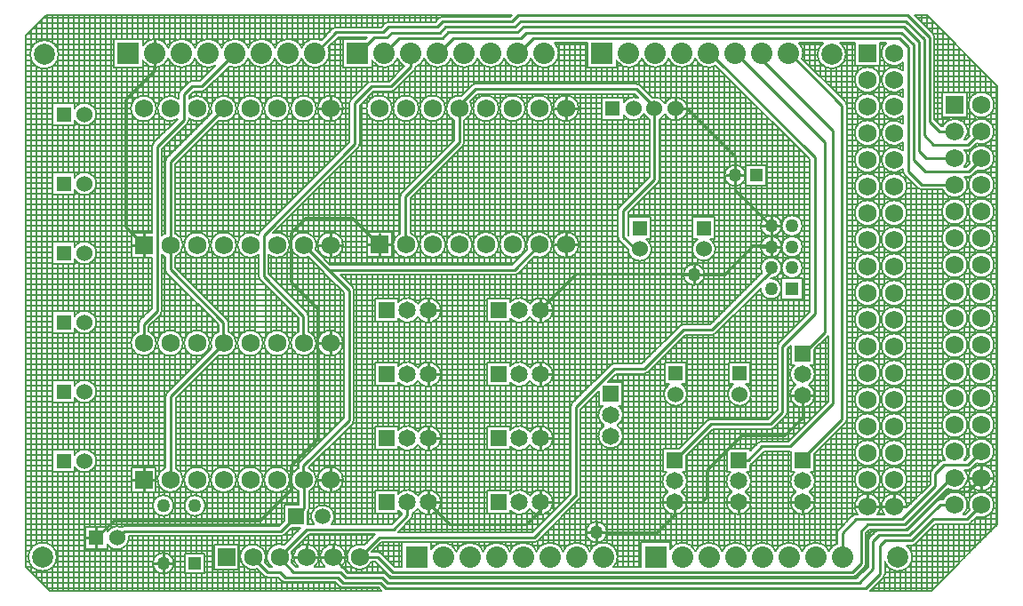
<source format=gbl>
%FSLAX24Y24*%
%MOIN*%
G70*
G01*
G75*
G04 Layer_Physical_Order=2*
G04 Layer_Color=16711680*
%ADD10R,0.0550X0.0520*%
%ADD11C,0.0100*%
%ADD12C,0.0787*%
%ADD13C,0.0680*%
%ADD14R,0.0591X0.0591*%
%ADD15C,0.0591*%
%ADD16C,0.0650*%
%ADD17R,0.0600X0.0600*%
%ADD18C,0.0600*%
%ADD19R,0.0550X0.0550*%
%ADD20C,0.0800*%
%ADD21R,0.0800X0.0800*%
%ADD22R,0.0600X0.0600*%
%ADD23R,0.0650X0.0650*%
%ADD24R,0.0550X0.0550*%
%ADD25R,0.0650X0.0650*%
%ADD26C,0.0500*%
%ADD27R,0.0500X0.0500*%
%ADD28R,0.0450X0.0450*%
%ADD29R,0.0500X0.0500*%
%ADD30C,0.0080*%
D11*
X39582Y39200D02*
X39982D01*
X39582D02*
Y39600D01*
Y38800D02*
Y39200D01*
X41813Y36700D02*
Y37050D01*
X41463Y36700D02*
X41813D01*
X35470Y39218D02*
X35910D01*
X35470D02*
Y39658D01*
Y38778D02*
Y39218D01*
X35030D02*
X35470D01*
X43163Y34812D02*
Y35162D01*
Y34812D02*
X43513D01*
X42813D02*
X43163D01*
Y34462D02*
Y34812D01*
X41813Y36350D02*
Y36700D01*
X42163D01*
X43163Y34025D02*
X43513D01*
X43163D02*
Y34375D01*
X42813Y34025D02*
X43163D01*
Y33675D02*
Y34025D01*
X35470Y34100D02*
Y34540D01*
X35030Y34100D02*
X35470D01*
X35910D01*
X40270Y32630D02*
Y32980D01*
X40620D01*
X40270D02*
Y33330D01*
X39920Y32980D02*
X40270D01*
X35470Y33660D02*
Y34100D01*
X34515Y31640D02*
X34940D01*
X34515D02*
Y32065D01*
Y31215D02*
Y31640D01*
X51050Y25350D02*
Y25790D01*
Y25350D02*
X51490D01*
X51050Y24910D02*
Y25350D01*
X50610D02*
X51050D01*
X47780Y24290D02*
X48220D01*
X47780D02*
Y24730D01*
X47340Y24290D02*
X47780D01*
X46780D02*
X47220D01*
X46780D02*
Y24730D01*
X46340Y24290D02*
X46780D01*
X44340Y28455D02*
X44765D01*
X43915D02*
X44340D01*
Y28030D02*
Y28455D01*
X34515Y29240D02*
X34940D01*
X34515D02*
Y29665D01*
Y28815D02*
Y29240D01*
Y26840D02*
Y27265D01*
X44350Y24020D02*
Y24445D01*
X44775D01*
X43925D02*
X44350D01*
X41950D02*
X42375D01*
X41950Y24020D02*
Y24445D01*
X41525D02*
X41950D01*
X39550D02*
X39975D01*
X39550Y24020D02*
Y24445D01*
X39125D02*
X39550D01*
X34515Y26840D02*
X34940D01*
X34515Y26415D02*
Y26840D01*
Y24440D02*
X34940D01*
X34515D02*
Y24865D01*
Y24015D02*
Y24440D01*
X36620Y23320D02*
X36970D01*
X36620D02*
Y23670D01*
X36270Y23320D02*
X36620D01*
Y22970D02*
Y23320D01*
X26630Y39208D02*
Y39648D01*
X26190Y39208D02*
X26630D01*
X27070D01*
X26630Y38768D02*
Y39208D01*
X30315Y31640D02*
X30740D01*
X30315D02*
Y32065D01*
X28470Y34100D02*
X28895D01*
X28470D02*
Y34525D01*
X28045Y34100D02*
X28470D01*
X26630Y34090D02*
X27070D01*
X28470Y33675D02*
Y34100D01*
X26630Y34090D02*
Y34530D01*
X26190Y34090D02*
X26630D01*
Y33650D02*
Y34090D01*
X20060Y41290D02*
Y41790D01*
Y40790D02*
Y41290D01*
X19630Y34090D02*
Y34515D01*
Y33665D02*
Y34090D01*
X19205D02*
X19630D01*
X30315Y31215D02*
Y31640D01*
Y28815D02*
Y29240D01*
X30740D01*
X30315D02*
Y29665D01*
Y26840D02*
Y27265D01*
Y26840D02*
X30740D01*
X30315Y26415D02*
Y26840D01*
X26630Y30408D02*
Y30848D01*
X26190Y30408D02*
X26630D01*
X27070D01*
X26630Y29968D02*
Y30408D01*
X30315Y24440D02*
Y24865D01*
Y24440D02*
X30740D01*
X30315Y24015D02*
Y24440D01*
X26630Y25290D02*
Y25730D01*
Y25290D02*
X27070D01*
X26190D02*
X26630D01*
Y24850D02*
Y25290D01*
X26731Y22392D02*
X27171D01*
X26731D02*
Y22832D01*
X26291Y22392D02*
X26731D01*
X25731D02*
X26171D01*
X25731D02*
Y22832D01*
X25291Y22392D02*
X25731D01*
X19630Y25290D02*
Y25715D01*
Y25290D02*
X20055D01*
X19630Y24865D02*
Y25290D01*
X19205D02*
X19630D01*
X17850Y23100D02*
Y23475D01*
Y22725D02*
Y23100D01*
X17475D02*
X17850D01*
X20369Y22150D02*
Y22500D01*
Y22150D02*
X20719D01*
X20369Y21800D02*
Y22150D01*
X20019D02*
X20369D01*
X39550Y23970D02*
Y24445D01*
X39550Y24440D02*
X40560D01*
X36600Y23310D02*
X38890D01*
X40560Y24440D02*
X40740Y24620D01*
Y25650D01*
X42030Y26940D01*
X43650D01*
X44340Y27630D01*
Y28455D01*
X20650Y28420D02*
X22640Y30410D01*
X20630Y37210D02*
X22640Y39220D01*
X20630Y33170D02*
Y37210D01*
X22620Y30440D02*
Y31180D01*
X20630Y33170D02*
X22620Y31180D01*
X40270Y32980D02*
X41400D01*
X35850Y33000D02*
X40280D01*
X34490Y31640D02*
X35850Y33000D01*
X42487Y34067D02*
X43163D01*
X41400Y32980D02*
X42487Y34067D01*
X38890Y23310D02*
X39550Y23970D01*
X35820Y24670D02*
Y24680D01*
X35830Y24690D01*
Y28000D01*
X37280Y29450D01*
X38400D01*
X34280Y23130D02*
X35820Y24670D01*
X38400Y29450D02*
X39870Y30920D01*
X40960D01*
X43163Y33123D01*
Y33287D01*
X40800Y41290D02*
X40890D01*
X41830D02*
Y41300D01*
X42820Y41060D02*
Y41280D01*
X43820D02*
X43870D01*
X40890Y41290D02*
X44800Y37380D01*
Y31500D02*
Y37380D01*
X43590Y30290D02*
X44800Y31500D01*
X43590Y27820D02*
Y30290D01*
X43140Y27370D02*
X43590Y27820D01*
X40900Y27370D02*
X43140D01*
X39550Y26020D02*
X40900Y27370D01*
X39550Y26020D02*
Y26020D01*
X44320Y30030D02*
X44370D01*
X41830Y41290D02*
X45170Y37950D01*
Y30830D02*
Y37950D01*
X44370Y30030D02*
X45170Y30830D01*
X42820Y41060D02*
X45490Y38390D01*
Y28140D02*
Y38390D01*
X43890Y26540D02*
X45490Y28140D01*
X42820Y26540D02*
X43890D01*
X42300Y26020D02*
X42820Y26540D01*
X41950Y26020D02*
X42300D01*
X44300Y26040D02*
X45820Y27560D01*
X43870Y41280D02*
X45820Y39330D01*
Y27560D02*
Y39330D01*
X33690Y41290D02*
X34260Y41860D01*
X47970D01*
X48300Y41530D01*
Y36860D02*
Y41530D01*
Y36860D02*
X48800Y36360D01*
X50060D01*
X30650Y41260D02*
X31250Y41860D01*
X30660Y41290D02*
X30680D01*
X32660D02*
Y41370D01*
X28630Y41280D02*
X29210Y41860D01*
X31660Y41290D02*
Y41290D01*
X27650Y41250D02*
X28270Y41870D01*
X27660Y41290D02*
Y41310D01*
X26040Y41250D02*
X26860Y42070D01*
X29660Y41290D02*
X29860D01*
X27540Y37870D02*
Y39410D01*
X24130Y34460D02*
X27540Y37870D01*
X24135Y32915D02*
X25620Y31430D01*
Y30430D02*
Y31430D01*
X27540Y39410D02*
X28170Y40040D01*
X28910D01*
X29660Y40790D01*
Y41290D01*
X25630Y34080D02*
X27330Y32380D01*
X25630Y34080D02*
Y34090D01*
X19630Y30410D02*
Y31130D01*
X20130Y31630D01*
Y37770D01*
X23060Y41290D02*
X23060D01*
X36826D02*
X36910D01*
X33980Y42060D02*
X48060D01*
X48500Y41620D01*
Y37280D02*
Y41620D01*
Y37280D02*
X48940Y36840D01*
X50570D01*
X33880Y42290D02*
X48130D01*
X48700Y41720D01*
Y37610D02*
Y41720D01*
Y37610D02*
X48970Y37340D01*
X50040D01*
X33770Y42490D02*
X48215D01*
X48900Y41805D01*
Y38210D02*
Y41805D01*
Y38210D02*
X49260Y37850D01*
X50560D01*
X33680Y42700D02*
X48290D01*
X49100Y41890D01*
Y38730D02*
Y41890D01*
Y38730D02*
X49470Y38360D01*
X27738Y22392D02*
X28408D01*
X28970Y21830D01*
X46220D01*
X45833Y22392D02*
Y23293D01*
X46340Y23800D01*
X48080D01*
X49320Y25040D01*
Y25500D01*
X49660Y25840D01*
X50540D01*
X46220Y21830D02*
X46530Y22140D01*
Y23360D01*
X46770Y23600D01*
X48170D01*
X49920Y25350D01*
X26731Y22379D02*
Y22392D01*
Y22379D02*
X27280Y21830D01*
X28680D01*
X28880Y21630D01*
X46320D01*
X46740Y22050D01*
Y23180D01*
X46960Y23400D01*
X48260D01*
X49720Y24860D02*
X50560D01*
X24731Y22359D02*
X25260Y21830D01*
X26997D01*
X27197Y21630D01*
X28595D01*
X28795Y21430D01*
X46470D01*
X46990Y21950D01*
Y22980D01*
X47210Y23200D01*
X48350D01*
X49500Y24350D01*
X50040D01*
X23720Y22370D02*
X24270Y21820D01*
X28710Y21230D02*
X46710D01*
X47240Y21760D01*
Y22810D01*
X47430Y23000D01*
X48435D01*
X49235Y23800D01*
X50520D01*
X20650Y25300D02*
Y28420D01*
X18940Y39540D02*
X20050Y40650D01*
X18940Y34770D02*
Y39540D01*
X27330Y27530D02*
Y32380D01*
X29528Y23948D02*
Y24440D01*
X29010Y23430D02*
X29528Y23948D01*
X25760Y23430D02*
X29010D01*
X24731Y22359D02*
Y22392D01*
X34515Y24135D02*
Y24440D01*
X33990Y23610D02*
X34515Y24135D01*
X31110Y23610D02*
X33990D01*
X39582Y39200D02*
X40020D01*
X37610Y35380D02*
X38790Y36560D01*
X37610Y34390D02*
Y35380D01*
Y34390D02*
X38100Y33900D01*
X38230D01*
X20050Y40650D02*
Y41270D01*
X29450Y35920D02*
X31470Y37940D01*
X29450Y34060D02*
X29520Y33990D01*
X31470Y39340D02*
X32080Y39950D01*
X38110D01*
X38790Y39270D01*
X28470Y23130D02*
X34280D01*
X50520Y23800D02*
X51060Y24340D01*
X23710Y22370D02*
X23720D01*
X50560Y24860D02*
X51060Y25360D01*
X20080Y41070D02*
Y41290D01*
X18940Y34770D02*
X19640Y34070D01*
X30280Y24440D02*
X31110Y23610D01*
X33530Y33160D02*
X34480Y34110D01*
X24790Y23360D02*
X25650Y24220D01*
X18640Y23080D02*
X18920Y23360D01*
X50540Y25840D02*
X51060Y26360D01*
X49470Y38360D02*
X50360D01*
X50560Y37850D02*
X51060Y38350D01*
X50570Y36840D02*
X51080Y37350D01*
X38790Y36560D02*
Y39270D01*
X31470Y37940D02*
Y39340D01*
X29450Y34060D02*
Y35920D01*
X24710Y22380D02*
X25760Y23430D01*
X49920Y25350D02*
X50370D01*
X27730Y22390D02*
X28470Y23130D01*
X28510Y21430D02*
X28710Y21230D01*
X27100Y21430D02*
X28510D01*
X26900Y21630D02*
X27100Y21430D01*
X24950Y21630D02*
X26900D01*
X31250Y41860D02*
X33780D01*
X33980Y42060D01*
X28660Y41290D02*
X28680D01*
X29210Y41860D02*
X30840D01*
X31050Y42070D01*
X28270Y41870D02*
X28750D01*
X28940Y42060D01*
X31050Y42070D02*
X33660D01*
X33880Y42290D01*
X28940Y42060D02*
X30750D01*
X30960Y42270D01*
X33550D01*
X33770Y42490D01*
X26860Y42070D02*
X28620D01*
X28820Y42270D01*
X30660D01*
X30860Y42470D01*
X33450D01*
X33680Y42700D01*
X48260Y23400D02*
X49720Y24860D01*
X24270Y21820D02*
X24760D01*
X24950Y21630D01*
X20130Y37770D02*
X21140Y38780D01*
Y39750D01*
X21440Y40050D01*
X21820D01*
X23060Y41290D01*
X40020Y39200D02*
X41820Y37400D01*
Y36160D02*
Y37400D01*
Y36160D02*
X43170Y34810D01*
X26540Y33160D02*
X33530D01*
X24130Y32920D02*
Y34460D01*
X28460Y34100D02*
X28470D01*
X27450Y35110D02*
X28460Y34100D01*
X25700Y35110D02*
X27450D01*
X25130Y34540D02*
X25700Y35110D01*
X25130Y32730D02*
Y34540D01*
Y32730D02*
X26140Y31720D01*
Y26810D02*
Y31720D01*
X25130Y25800D02*
X26140Y26810D01*
X25130Y24920D02*
Y25800D01*
X25620Y25820D02*
X27330Y27530D01*
X25650Y24220D02*
Y25270D01*
X18920Y23360D02*
X24790D01*
X25620Y25290D02*
Y25820D01*
X23970Y23760D02*
X25130Y24920D01*
X18500Y23760D02*
X23970D01*
X17820Y23080D02*
X18500Y23760D01*
D12*
X47928Y22392D02*
D03*
X15841D02*
D03*
X15911Y41240D02*
D03*
X45438D02*
D03*
D13*
X26630Y30408D02*
D03*
Y25290D02*
D03*
X35470Y39218D02*
D03*
Y34100D02*
D03*
X26630Y39208D02*
D03*
Y34090D02*
D03*
X25630Y30408D02*
D03*
X28470Y39218D02*
D03*
X34470D02*
D03*
X19630Y30408D02*
D03*
X31470Y39218D02*
D03*
X34470Y34100D02*
D03*
X33470D02*
D03*
X32470D02*
D03*
X31470D02*
D03*
X30470D02*
D03*
X29470D02*
D03*
X20630Y34090D02*
D03*
X21630D02*
D03*
X22630D02*
D03*
X23630D02*
D03*
X24630D02*
D03*
X25630D02*
D03*
X22630Y39208D02*
D03*
X21630D02*
D03*
X20630D02*
D03*
Y25290D02*
D03*
X21630D02*
D03*
X22630D02*
D03*
X23630D02*
D03*
X24630D02*
D03*
X25630D02*
D03*
X22630Y30408D02*
D03*
X19630Y39208D02*
D03*
X25630D02*
D03*
X24630D02*
D03*
X23630D02*
D03*
X33470Y39218D02*
D03*
X32470D02*
D03*
X30470D02*
D03*
X29470D02*
D03*
X24630Y30408D02*
D03*
X23630D02*
D03*
X21630D02*
D03*
X20630D02*
D03*
X51050Y37350D02*
D03*
Y39350D02*
D03*
X50050Y37350D02*
D03*
Y38350D02*
D03*
X51050D02*
D03*
X50050Y35350D02*
D03*
X51050D02*
D03*
X50050Y28350D02*
D03*
X51050D02*
D03*
Y29350D02*
D03*
X50050D02*
D03*
Y30350D02*
D03*
X51050D02*
D03*
Y32350D02*
D03*
X50050D02*
D03*
Y31350D02*
D03*
X51050D02*
D03*
Y27350D02*
D03*
X50050D02*
D03*
Y26350D02*
D03*
X51050D02*
D03*
Y25350D02*
D03*
X50050D02*
D03*
Y24350D02*
D03*
X51050D02*
D03*
X50050Y36350D02*
D03*
X51050D02*
D03*
Y34350D02*
D03*
X50050Y33350D02*
D03*
X51050D02*
D03*
X50050Y34350D02*
D03*
X47780Y35290D02*
D03*
X46780D02*
D03*
X47780Y36290D02*
D03*
X46780D02*
D03*
X47780Y37290D02*
D03*
X46780D02*
D03*
X47780Y38290D02*
D03*
X46780D02*
D03*
X47780Y39290D02*
D03*
X46780D02*
D03*
X47780Y40290D02*
D03*
X46780D02*
D03*
X47780Y41290D02*
D03*
Y24290D02*
D03*
X46780D02*
D03*
Y25290D02*
D03*
X47780D02*
D03*
X46780Y26290D02*
D03*
X47780D02*
D03*
X46780Y30290D02*
D03*
X47780D02*
D03*
X46780Y29290D02*
D03*
X47780D02*
D03*
Y32290D02*
D03*
X46780Y31290D02*
D03*
X47780D02*
D03*
X46780Y28290D02*
D03*
X47780D02*
D03*
X46780Y27290D02*
D03*
X47780D02*
D03*
Y34290D02*
D03*
X46780Y33290D02*
D03*
X47780D02*
D03*
X46780Y34290D02*
D03*
Y32290D02*
D03*
X27731Y22392D02*
D03*
X26731D02*
D03*
X25731D02*
D03*
X24731D02*
D03*
X23731D02*
D03*
D14*
X25350Y23900D02*
D03*
D15*
X26350D02*
D03*
D16*
X37150Y26925D02*
D03*
Y27713D02*
D03*
X33728Y24440D02*
D03*
X34515D02*
D03*
X33728Y29240D02*
D03*
X34515D02*
D03*
X33728Y31640D02*
D03*
X34515D02*
D03*
X29528Y24440D02*
D03*
X30315D02*
D03*
X29528Y26840D02*
D03*
X30315D02*
D03*
X29528Y29240D02*
D03*
X30315D02*
D03*
X29528Y31640D02*
D03*
X30315D02*
D03*
X41950Y25232D02*
D03*
Y24445D02*
D03*
X44350Y25232D02*
D03*
Y24445D02*
D03*
X44340Y29243D02*
D03*
Y28455D02*
D03*
X33728Y26840D02*
D03*
X34515D02*
D03*
X39550Y24445D02*
D03*
Y25232D02*
D03*
D17*
X37150Y28500D02*
D03*
X44340Y30030D02*
D03*
X41950Y26020D02*
D03*
X44350D02*
D03*
X39550D02*
D03*
D18*
X18637Y23100D02*
D03*
X17418Y36390D02*
D03*
Y33790D02*
D03*
Y31190D02*
D03*
Y28590D02*
D03*
Y25990D02*
D03*
X41980Y28493D02*
D03*
X39580D02*
D03*
X40640Y33933D02*
D03*
X38240D02*
D03*
X39582Y39200D02*
D03*
X38007D02*
D03*
X38795D02*
D03*
X17418Y38990D02*
D03*
D19*
X17850Y23100D02*
D03*
X16630Y36390D02*
D03*
Y33790D02*
D03*
Y31190D02*
D03*
Y28590D02*
D03*
Y25990D02*
D03*
X37220Y39200D02*
D03*
X16630Y38990D02*
D03*
D20*
X32660Y41290D02*
D03*
X31660D02*
D03*
X29660D02*
D03*
X30660D02*
D03*
X28660D02*
D03*
X37826D02*
D03*
X34660D02*
D03*
X33660D02*
D03*
X38826D02*
D03*
X39826D02*
D03*
X40826D02*
D03*
X41826D02*
D03*
X42826D02*
D03*
X43826D02*
D03*
X30865Y22392D02*
D03*
X31865D02*
D03*
X32865D02*
D03*
X33865D02*
D03*
X34865D02*
D03*
X35865D02*
D03*
X36865D02*
D03*
X39833D02*
D03*
X40833D02*
D03*
X41833D02*
D03*
X42833D02*
D03*
X43833D02*
D03*
X44833D02*
D03*
X45833D02*
D03*
X26060Y41290D02*
D03*
X25060D02*
D03*
X24060D02*
D03*
X23060D02*
D03*
X22060D02*
D03*
X21060D02*
D03*
X20060D02*
D03*
D21*
X27660D02*
D03*
X36826D02*
D03*
X29865Y22392D02*
D03*
X38833D02*
D03*
X19060Y41290D02*
D03*
D22*
X32940Y24440D02*
D03*
Y29240D02*
D03*
Y31640D02*
D03*
X28740Y24440D02*
D03*
Y26840D02*
D03*
Y29240D02*
D03*
Y31640D02*
D03*
X32940Y26840D02*
D03*
D23*
X28470Y34100D02*
D03*
X19630Y34090D02*
D03*
Y25290D02*
D03*
X22731Y22392D02*
D03*
D24*
X41980Y29280D02*
D03*
X39580D02*
D03*
X40640Y34720D02*
D03*
X38240D02*
D03*
D25*
X50050Y39350D02*
D03*
X46780Y41290D02*
D03*
D26*
X43163Y32450D02*
D03*
Y33237D02*
D03*
Y34025D02*
D03*
Y34812D02*
D03*
X43950D02*
D03*
Y34025D02*
D03*
Y33237D02*
D03*
X20369Y22150D02*
D03*
X21550Y24315D02*
D03*
X20369D02*
D03*
X41813Y36700D02*
D03*
X36620Y23320D02*
D03*
X40270Y32980D02*
D03*
D27*
X43950Y32450D02*
D03*
D28*
X21550Y22150D02*
D03*
D29*
X42600Y36700D02*
D03*
D30*
X51530Y39350D02*
G03*
X51530Y39350I-480J0D01*
G01*
X49290Y41890D02*
G03*
X49234Y42024I-190J0D01*
G01*
X51530Y38350D02*
G03*
X50607Y38166I-480J0D01*
G01*
X50880Y37901D02*
G03*
X51530Y38350I170J449D01*
G01*
Y37350D02*
G03*
X50613Y37152I-480J0D01*
G01*
X50895Y36896D02*
G03*
X51530Y37350I155J454D01*
G01*
Y36350D02*
G03*
X51530Y36350I-480J0D01*
G01*
X50570Y36650D02*
G03*
X50705Y36706I0J190D01*
G01*
X50550Y38360D02*
G03*
X50515Y38470I-190J0D01*
G01*
X50521Y38260D02*
G03*
X50550Y38360I-161J100D01*
G01*
X50560Y37660D02*
G03*
X50695Y37716I0J190D01*
G01*
X50560Y37660D02*
G03*
X50694Y37716I0J190D01*
G01*
X50416Y38040D02*
G03*
X50521Y38260I-366J310D01*
G01*
X50515Y38470D02*
G03*
X49614Y38550I-465J-120D01*
G01*
X50530Y37350D02*
G03*
X50416Y37660I-480J0D01*
G01*
X50408Y37030D02*
G03*
X50530Y37350I-358J320D01*
G01*
X50570Y36650D02*
G03*
X50704Y36706I0J190D01*
G01*
X50530Y36350D02*
G03*
X50425Y36650I-480J0D01*
G01*
X49605Y36170D02*
G03*
X50530Y36350I445J180D01*
G01*
X49290Y41890D02*
G03*
X49234Y42025I-190J0D01*
G01*
X47487Y41670D02*
G03*
X48110Y40941I293J-380D01*
G01*
Y40639D02*
G03*
X48110Y39941I-330J-349D01*
G01*
Y39639D02*
G03*
X48110Y38941I-330J-349D01*
G01*
X47260Y40290D02*
G03*
X47260Y40290I-480J0D01*
G01*
Y39290D02*
G03*
X47260Y39290I-480J0D01*
G01*
X48110Y36860D02*
G03*
X48166Y36726I190J0D01*
G01*
X48110Y38639D02*
G03*
X48110Y37941I-330J-349D01*
G01*
Y37639D02*
G03*
X48110Y36941I-330J-349D01*
G01*
X48666Y36226D02*
G03*
X48800Y36170I134J134D01*
G01*
X48665Y36226D02*
G03*
X48800Y36170I135J134D01*
G01*
X48110Y36860D02*
G03*
X48166Y36725I190J0D01*
G01*
X48260Y36290D02*
G03*
X48260Y36290I-480J0D01*
G01*
X47260Y38290D02*
G03*
X47260Y38290I-480J0D01*
G01*
Y37290D02*
G03*
X47260Y37290I-480J0D01*
G01*
Y36290D02*
G03*
X47260Y36290I-480J0D01*
G01*
X51530Y35350D02*
G03*
X51530Y35350I-480J0D01*
G01*
Y34350D02*
G03*
X51530Y34350I-480J0D01*
G01*
X50530Y35350D02*
G03*
X50530Y35350I-480J0D01*
G01*
Y34350D02*
G03*
X50530Y34350I-480J0D01*
G01*
X51530Y33350D02*
G03*
X51530Y33350I-480J0D01*
G01*
Y32350D02*
G03*
X51530Y32350I-480J0D01*
G01*
Y31350D02*
G03*
X51530Y31350I-480J0D01*
G01*
X50530Y33350D02*
G03*
X50530Y33350I-480J0D01*
G01*
Y32350D02*
G03*
X50530Y32350I-480J0D01*
G01*
Y31350D02*
G03*
X50530Y31350I-480J0D01*
G01*
X48260Y35290D02*
G03*
X48260Y35290I-480J0D01*
G01*
Y34290D02*
G03*
X48260Y34290I-480J0D01*
G01*
X47260Y35290D02*
G03*
X47260Y35290I-480J0D01*
G01*
Y34290D02*
G03*
X47260Y34290I-480J0D01*
G01*
X48260Y33290D02*
G03*
X48260Y33290I-480J0D01*
G01*
Y32290D02*
G03*
X48260Y32290I-480J0D01*
G01*
Y31290D02*
G03*
X48260Y31290I-480J0D01*
G01*
X47260Y33290D02*
G03*
X47260Y33290I-480J0D01*
G01*
Y32290D02*
G03*
X47260Y32290I-480J0D01*
G01*
Y31290D02*
G03*
X47260Y31290I-480J0D01*
G01*
X45972Y41240D02*
G03*
X45754Y41670I-534J0D01*
G01*
X45972Y41240D02*
G03*
X45754Y41670I-534J0D01*
G01*
X45122D02*
G03*
X45972Y41240I316J-430D01*
G01*
X45122Y41670D02*
G03*
X45972Y41240I316J-430D01*
G01*
X46010Y39330D02*
G03*
X45954Y39465I-190J0D01*
G01*
X46010Y39330D02*
G03*
X45954Y39464I-190J0D01*
G01*
X44366Y41290D02*
G03*
X44209Y41670I-540J0D01*
G01*
X44328Y41091D02*
G03*
X44366Y41290I-502J199D01*
G01*
X39326Y41086D02*
G03*
X40326Y41086I500J204D01*
G01*
D02*
G03*
X41091Y40820I500J204D01*
G01*
X40022Y39200D02*
G03*
X39188Y39396I-440J0D01*
G01*
D02*
G03*
X38699Y39629I-394J-196D01*
G01*
X39188Y39004D02*
G03*
X40022Y39200I394J196D01*
G01*
X42203Y36700D02*
G03*
X42203Y36700I-390J0D01*
G01*
X38980Y38801D02*
G03*
X39188Y39004I-185J399D01*
G01*
X38326Y41086D02*
G03*
X39326Y41086I500J204D01*
G01*
X37366Y41007D02*
G03*
X38326Y41086I460J283D01*
G01*
X38244Y40084D02*
G03*
X38110Y40140I-134J-134D01*
G01*
X38245Y40084D02*
G03*
X38110Y40140I-135J-134D01*
G01*
X35200Y41290D02*
G03*
X35044Y41670I-540J0D01*
G01*
X34160Y41086D02*
G03*
X35200Y41290I500J204D01*
G01*
X37635Y38966D02*
G03*
X38401Y39004I372J234D01*
G01*
D02*
G03*
X38600Y38805I394J196D01*
G01*
X38192Y39599D02*
G03*
X37635Y39434I-184J-399D01*
G01*
X35950Y39218D02*
G03*
X35950Y39218I-480J0D01*
G01*
X34950D02*
G03*
X34950Y39218I-480J0D01*
G01*
X44340Y34812D02*
G03*
X44340Y34812I-390J0D01*
G01*
Y34025D02*
G03*
X44340Y34025I-390J0D01*
G01*
X43553Y34812D02*
G03*
X43553Y34812I-390J0D01*
G01*
Y34025D02*
G03*
X43553Y34025I-390J0D01*
G01*
X44340Y33237D02*
G03*
X44340Y33237I-390J0D01*
G01*
X43553D02*
G03*
X42821Y33050I-390J0D01*
G01*
X43156Y32847D02*
G03*
X43553Y33237I6J390D01*
G01*
Y32450D02*
G03*
X43148Y32840I-390J0D01*
G01*
X42773Y32464D02*
G03*
X43553Y32450I390J-14D01*
G01*
X40960Y30730D02*
G03*
X41094Y30786I0J190D01*
G01*
X38924Y36425D02*
G03*
X38980Y36560I-134J135D01*
G01*
X38924Y36426D02*
G03*
X38980Y36560I-134J134D01*
G01*
X41080Y33933D02*
G03*
X40874Y34305I-440J0D01*
G01*
X38680Y33933D02*
G03*
X38474Y34305I-440J0D01*
G01*
X37476Y35514D02*
G03*
X37420Y35380I134J-134D01*
G01*
X37476Y35515D02*
G03*
X37420Y35380I134J-135D01*
G01*
Y34390D02*
G03*
X37476Y34256I190J0D01*
G01*
X34950Y34100D02*
G03*
X34024Y33923I-480J0D01*
G01*
X37420Y34390D02*
G03*
X37476Y34255I190J0D01*
G01*
X40406Y34305D02*
G03*
X41080Y33933I234J-372D01*
G01*
X40660Y32980D02*
G03*
X40660Y32980I-390J0D01*
G01*
X40960Y30730D02*
G03*
X41095Y30786I0J190D01*
G01*
X35950Y34100D02*
G03*
X35950Y34100I-480J0D01*
G01*
X34293Y33654D02*
G03*
X34950Y34100I177J446D01*
G01*
X37800Y33931D02*
G03*
X38680Y33933I440J1D01*
G01*
X34980Y31640D02*
G03*
X34121Y31887I-465J0D01*
G01*
X39870Y31110D02*
G03*
X39736Y31054I0J-190D01*
G01*
X39870Y31110D02*
G03*
X39735Y31054I0J-190D01*
G01*
X34121Y31392D02*
G03*
X34980Y31640I394J247D01*
G01*
X33530Y32970D02*
G03*
X33665Y33026I0J190D01*
G01*
X33530Y32970D02*
G03*
X33664Y33026I0J190D01*
G01*
X51530Y30350D02*
G03*
X51530Y30350I-480J0D01*
G01*
Y29350D02*
G03*
X51530Y29350I-480J0D01*
G01*
Y28350D02*
G03*
X51530Y28350I-480J0D01*
G01*
X50530Y30350D02*
G03*
X50530Y30350I-480J0D01*
G01*
Y29350D02*
G03*
X50530Y29350I-480J0D01*
G01*
Y28350D02*
G03*
X50530Y28350I-480J0D01*
G01*
X51530Y27350D02*
G03*
X51530Y27350I-480J0D01*
G01*
X50873Y25904D02*
G03*
X51530Y26350I177J446D01*
G01*
D02*
G03*
X50604Y26173I-480J0D01*
G01*
X50530Y27350D02*
G03*
X50530Y27350I-480J0D01*
G01*
X50408Y26030D02*
G03*
X50530Y26350I-358J320D01*
G01*
D02*
G03*
X49692Y26030I-480J0D01*
G01*
X49660D02*
G03*
X49525Y25974I0J-190D01*
G01*
X48260Y30290D02*
G03*
X48260Y30290I-480J0D01*
G01*
Y29290D02*
G03*
X48260Y29290I-480J0D01*
G01*
X47260Y30290D02*
G03*
X47260Y30290I-480J0D01*
G01*
Y29290D02*
G03*
X47260Y29290I-480J0D01*
G01*
X48260Y27290D02*
G03*
X48260Y27290I-480J0D01*
G01*
Y28290D02*
G03*
X48260Y28290I-480J0D01*
G01*
X47260D02*
G03*
X47260Y28290I-480J0D01*
G01*
Y27290D02*
G03*
X47260Y27290I-480J0D01*
G01*
X48260Y26290D02*
G03*
X48260Y26290I-480J0D01*
G01*
X47260D02*
G03*
X47260Y26290I-480J0D01*
G01*
X45954Y27426D02*
G03*
X46010Y27560I-134J134D01*
G01*
X45954Y27425D02*
G03*
X46010Y27560I-134J135D01*
G01*
X50540Y25650D02*
G03*
X50674Y25706I0J190D01*
G01*
X51530Y25350D02*
G03*
X51530Y25350I-480J0D01*
G01*
X50540Y25650D02*
G03*
X50675Y25706I0J190D01*
G01*
X50560Y25350D02*
G03*
X50514Y25474I-190J0D01*
G01*
D02*
G03*
X50425Y25650I-464J-124D01*
G01*
X50514Y25226D02*
G03*
X50560Y25350I-144J124D01*
G01*
X49787Y24948D02*
G03*
X50514Y25226I263J402D01*
G01*
X49660Y26030D02*
G03*
X49526Y25974I0J-190D01*
G01*
X49186Y25635D02*
G03*
X49130Y25500I134J-135D01*
G01*
X49186Y25634D02*
G03*
X49130Y25500I134J-134D01*
G01*
X50530Y24350D02*
G03*
X49609Y24540I-480J0D01*
G01*
X49500D02*
G03*
X49366Y24484I0J-190D01*
G01*
X49500Y24540D02*
G03*
X49365Y24484I0J-190D01*
G01*
X50887Y23898D02*
G03*
X51530Y24350I163J452D01*
G01*
D02*
G03*
X50610Y24159I-480J0D01*
G01*
X50367Y23990D02*
G03*
X50530Y24350I-317J360D01*
G01*
X50520Y23610D02*
G03*
X50655Y23666I0J190D01*
G01*
X50520Y23610D02*
G03*
X50654Y23666I0J190D01*
G01*
X48258Y24247D02*
G03*
X48260Y24290I-478J43D01*
G01*
X48435Y22810D02*
G03*
X48570Y22866I0J190D01*
G01*
X48435Y22810D02*
G03*
X48569Y22866I0J190D01*
G01*
X48462Y22392D02*
G03*
X48260Y22810I-534J0D01*
G01*
X48462Y22392D02*
G03*
X48260Y22810I-534J0D01*
G01*
X48260Y25290D02*
G03*
X48260Y25290I-480J0D01*
G01*
Y24290D02*
G03*
X47405Y23990I-480J0D01*
G01*
X47260Y25290D02*
G03*
X47260Y25290I-480J0D01*
G01*
Y24290D02*
G03*
X46405Y23990I-480J0D01*
G01*
X47155D02*
G03*
X47260Y24290I-375J300D01*
G01*
X46340Y23990D02*
G03*
X46206Y23934I0J-190D01*
G01*
X46340Y23990D02*
G03*
X46205Y23934I0J-190D01*
G01*
X48170Y23410D02*
G03*
X48305Y23466I0J190D01*
G01*
X48170Y23410D02*
G03*
X48304Y23466I0J190D01*
G01*
X47210Y23390D02*
G03*
X47076Y23334I0J-190D01*
G01*
X47430Y22200D02*
G03*
X48462Y22392I498J192D01*
G01*
X47430Y22200D02*
G03*
X48462Y22392I498J192D01*
G01*
X47210Y23390D02*
G03*
X47075Y23334I0J-190D01*
G01*
X46856Y23115D02*
G03*
X46800Y22980I134J-135D01*
G01*
X46856Y23114D02*
G03*
X46800Y22980I134J-134D01*
G01*
X47374Y21625D02*
G03*
X47430Y21760I-134J135D01*
G01*
X47374Y21626D02*
G03*
X47430Y21760I-134J134D01*
G01*
X45699Y23428D02*
G03*
X45643Y23293I134J-134D01*
G01*
X45699Y23428D02*
G03*
X45643Y23293I134J-135D01*
G01*
Y22898D02*
G03*
X45333Y22596I190J-505D01*
G01*
D02*
G03*
X44333Y22596I-500J-204D01*
G01*
X46664Y22006D02*
G03*
X46720Y22140I-134J134D01*
G01*
X46664Y22005D02*
G03*
X46720Y22140I-134J135D01*
G01*
X46220Y21640D02*
G03*
X46355Y21696I0J190D01*
G01*
X46220Y21640D02*
G03*
X46354Y21696I0J190D01*
G01*
X43456Y30425D02*
G03*
X43400Y30290I134J-135D01*
G01*
X43456Y30424D02*
G03*
X43400Y30290I134J-134D01*
G01*
X44805Y29243D02*
G03*
X44649Y29590I-465J0D01*
G01*
X44587Y28849D02*
G03*
X44805Y29243I-247J394D01*
G01*
Y28455D02*
G03*
X44587Y28849I-465J0D01*
G01*
X44031Y29590D02*
G03*
X44093Y28849I309J-347D01*
G01*
X42420Y28493D02*
G03*
X42214Y28865I-440J0D01*
G01*
X40020Y28493D02*
G03*
X39814Y28865I-440J0D01*
G01*
X44093Y28849D02*
G03*
X44805Y28455I247J-394D01*
G01*
X43724Y27686D02*
G03*
X43780Y27820I-134J134D01*
G01*
X43724Y27685D02*
G03*
X43780Y27820I-134J135D01*
G01*
X43140Y27180D02*
G03*
X43275Y27236I0J190D01*
G01*
X43140Y27180D02*
G03*
X43274Y27236I0J190D01*
G01*
X41746Y28865D02*
G03*
X42420Y28493I234J-372D01*
G01*
X40900Y27560D02*
G03*
X40766Y27504I0J-190D01*
G01*
X40900Y27560D02*
G03*
X40765Y27504I0J-190D01*
G01*
X38400Y29260D02*
G03*
X38535Y29316I0J190D01*
G01*
X38400Y29260D02*
G03*
X38534Y29316I0J190D01*
G01*
X37280Y29640D02*
G03*
X37145Y29584I0J-190D01*
G01*
X37280Y29640D02*
G03*
X37146Y29584I0J-190D01*
G01*
X34980Y29240D02*
G03*
X34121Y29487I-465J0D01*
G01*
Y28992D02*
G03*
X34980Y29240I394J247D01*
G01*
X39346Y28865D02*
G03*
X40020Y28493I234J-372D01*
G01*
X37615Y27713D02*
G03*
X37459Y28060I-465J0D01*
G01*
X36841D02*
G03*
X36903Y27319I309J-347D01*
G01*
X37397D02*
G03*
X37615Y27713I-247J394D01*
G01*
Y26925D02*
G03*
X37397Y27319I-465J0D01*
G01*
X36903D02*
G03*
X37615Y26925I247J-394D01*
G01*
X35696Y28135D02*
G03*
X35640Y28000I134J-135D01*
G01*
X35696Y28134D02*
G03*
X35640Y28000I134J-134D01*
G01*
X34980Y26840D02*
G03*
X34121Y27087I-465J0D01*
G01*
X42820Y26730D02*
G03*
X42686Y26674I0J-190D01*
G01*
X42820Y26730D02*
G03*
X42685Y26674I0J-190D01*
G01*
X44815Y25232D02*
G03*
X44659Y25580I-465J0D01*
G01*
X44598Y24839D02*
G03*
X44815Y25232I-247J394D01*
G01*
X44041Y25580D02*
G03*
X44103Y24839I309J-347D01*
G01*
X42390Y25853D02*
G03*
X42435Y25886I-90J167D01*
G01*
X42390Y25853D02*
G03*
X42434Y25886I-90J167D01*
G01*
X42415Y25232D02*
G03*
X42259Y25580I-465J0D01*
G01*
X42198Y24839D02*
G03*
X42415Y25232I-247J394D01*
G01*
X41641Y25580D02*
G03*
X41703Y24839I309J-347D01*
G01*
X40015Y25232D02*
G03*
X39859Y25580I-465J0D01*
G01*
X39798Y24839D02*
G03*
X40015Y25232I-247J394D01*
G01*
X44815Y24445D02*
G03*
X44598Y24839I-465J0D01*
G01*
X44103D02*
G03*
X44815Y24445I247J-394D01*
G01*
X41703Y24839D02*
G03*
X42415Y24445I247J-394D01*
G01*
X43333Y22596D02*
G03*
X42333Y22596I-500J-204D01*
G01*
X44333D02*
G03*
X43333Y22596I-500J-204D01*
G01*
X42415Y24445D02*
G03*
X42198Y24839I-465J0D01*
G01*
X40015Y24445D02*
G03*
X39798Y24839I-465J0D01*
G01*
X42333Y22596D02*
G03*
X41333Y22596I-500J-204D01*
G01*
D02*
G03*
X40333Y22596I-500J-204D01*
G01*
X39241Y25580D02*
G03*
X39303Y24839I309J-347D01*
G01*
D02*
G03*
X40015Y24445I247J-394D01*
G01*
X35995Y24595D02*
G03*
X36020Y24690I-165J95D01*
G01*
X35995Y24595D02*
G03*
X36020Y24690I-165J95D01*
G01*
X34121Y26592D02*
G03*
X34980Y26840I394J247D01*
G01*
X35954Y24535D02*
G03*
X35995Y24595I-134J135D01*
G01*
X35954Y24536D02*
G03*
X35995Y24595I-134J134D01*
G01*
X34980Y24440D02*
G03*
X34121Y24687I-465J0D01*
G01*
Y24192D02*
G03*
X34980Y24440I394J247D01*
G01*
X37010Y23320D02*
G03*
X37010Y23320I-390J0D01*
G01*
X40333Y22596D02*
G03*
X39373Y22675I-500J-204D01*
G01*
X37405Y22392D02*
G03*
X36365Y22596I-540J0D01*
G01*
X37256Y22020D02*
G03*
X37405Y22392I-391J372D01*
G01*
X36365Y22596D02*
G03*
X35365Y22596I-500J-204D01*
G01*
X34280Y22940D02*
G03*
X34415Y22996I0J190D01*
G01*
X34280Y22940D02*
G03*
X34414Y22996I0J190D01*
G01*
X35365Y22596D02*
G03*
X34365Y22596I-500J-204D01*
G01*
X33160Y41086D02*
G03*
X34160Y41086I500J204D01*
G01*
X32160D02*
G03*
X33160Y41086I500J204D01*
G01*
X31160D02*
G03*
X32160Y41086I500J204D01*
G01*
X32080Y40140D02*
G03*
X31945Y40084I0J-190D01*
G01*
X32080Y40140D02*
G03*
X31946Y40084I0J-190D01*
G01*
X30860Y42660D02*
G03*
X30726Y42604I0J-190D01*
G01*
X30860Y42660D02*
G03*
X30725Y42604I0J-190D01*
G01*
X30160Y41086D02*
G03*
X31160Y41086I500J204D01*
G01*
X29850Y40784D02*
G03*
X30160Y41086I-190J505D01*
G01*
X29794Y40656D02*
G03*
X29850Y40784I-134J134D01*
G01*
X29160Y41086D02*
G03*
X29412Y40810I500J204D01*
G01*
X29794Y40655D02*
G03*
X29850Y40784I-134J135D01*
G01*
X33950Y39218D02*
G03*
X33950Y39218I-480J0D01*
G01*
X32950D02*
G03*
X32950Y39218I-480J0D01*
G01*
X31552Y39691D02*
G03*
X31280Y38777I-82J-473D01*
G01*
X31950Y39218D02*
G03*
X31875Y39476I-480J0D01*
G01*
X31660Y38777D02*
G03*
X31950Y39218I-190J441D01*
G01*
X30950D02*
G03*
X30950Y39218I-480J0D01*
G01*
X28820Y42460D02*
G03*
X28686Y42404I0J-190D01*
G01*
X28820Y42460D02*
G03*
X28685Y42404I0J-190D01*
G01*
X28200Y41007D02*
G03*
X29160Y41086I460J283D01*
G01*
X26860Y42260D02*
G03*
X26725Y42204I0J-190D01*
G01*
X26860Y42260D02*
G03*
X26726Y42204I0J-190D01*
G01*
X26600Y41290D02*
G03*
X26558Y41499I-540J0D01*
G01*
X26297Y41775D02*
G03*
X25560Y41494I-237J-485D01*
G01*
Y41086D02*
G03*
X26600Y41290I500J204D01*
G01*
X28910Y39850D02*
G03*
X29045Y39906I0J190D01*
G01*
X28910Y39850D02*
G03*
X29044Y39906I0J190D01*
G01*
X28170Y40230D02*
G03*
X28035Y40174I0J-190D01*
G01*
X28170Y40230D02*
G03*
X28036Y40174I0J-190D01*
G01*
X29950Y39218D02*
G03*
X29950Y39218I-480J0D01*
G01*
X28950D02*
G03*
X28950Y39218I-480J0D01*
G01*
X27110Y39208D02*
G03*
X27110Y39208I-480J0D01*
G01*
X26110D02*
G03*
X26110Y39208I-480J0D01*
G01*
X27406Y39545D02*
G03*
X27350Y39410I134J-135D01*
G01*
X27406Y39544D02*
G03*
X27350Y39410I134J-134D01*
G01*
X31604Y37805D02*
G03*
X31660Y37940I-134J135D01*
G01*
X31604Y37806D02*
G03*
X31660Y37940I-134J134D01*
G01*
X29316Y36055D02*
G03*
X29260Y35920I134J-135D01*
G01*
X29316Y36054D02*
G03*
X29260Y35920I134J-134D01*
G01*
X29950Y34100D02*
G03*
X29640Y34549I-480J0D01*
G01*
X33950Y34100D02*
G03*
X33950Y34100I-480J0D01*
G01*
X32950D02*
G03*
X32950Y34100I-480J0D01*
G01*
X30950D02*
G03*
X30950Y34100I-480J0D01*
G01*
X31950D02*
G03*
X31950Y34100I-480J0D01*
G01*
X34121Y31887D02*
G03*
X33380Y31949I-394J-247D01*
G01*
X29260Y34532D02*
G03*
X29950Y34100I210J-432D01*
G01*
X30780Y31640D02*
G03*
X29921Y31887I-465J0D01*
G01*
D02*
G03*
X29180Y31949I-394J-247D01*
G01*
X27674Y37735D02*
G03*
X27730Y37870I-134J135D01*
G01*
X27674Y37736D02*
G03*
X27730Y37870I-134J134D01*
G01*
X27520Y32380D02*
G03*
X27464Y32514I-190J0D01*
G01*
X27520Y32380D02*
G03*
X27464Y32515I-190J0D01*
G01*
X26110Y34090D02*
G03*
X25800Y33641I-480J0D01*
G01*
X26073Y33905D02*
G03*
X26110Y34090I-443J184D01*
G01*
X27110D02*
G03*
X27110Y34090I-480J0D01*
G01*
X26374Y33067D02*
G03*
X26447Y32994I166J93D01*
G01*
X24560Y41494D02*
G03*
X23560Y41494I-500J-204D01*
G01*
X25560D02*
G03*
X24560Y41494I-500J-204D01*
G01*
Y41086D02*
G03*
X25560Y41086I500J204D01*
G01*
X23560D02*
G03*
X24560Y41086I500J204D01*
G01*
X23560Y41494D02*
G03*
X22560Y41494I-500J-204D01*
G01*
D02*
G03*
X21560Y41494I-500J-204D01*
G01*
X22837Y40798D02*
G03*
X23560Y41086I223J492D01*
G01*
X21820Y39860D02*
G03*
X21955Y39916I0J190D01*
G01*
X21820Y39860D02*
G03*
X21954Y39916I0J190D01*
G01*
X21560Y41086D02*
G03*
X22315Y40814I500J204D01*
G01*
X25110Y39208D02*
G03*
X25110Y39208I-480J0D01*
G01*
X24110D02*
G03*
X24110Y39208I-480J0D01*
G01*
X23110D02*
G03*
X22183Y39032I-480J0D01*
G01*
X22451Y38763D02*
G03*
X23110Y39208I179J445D01*
G01*
X21560Y41494D02*
G03*
X20560Y41494I-500J-204D01*
G01*
D02*
G03*
X19600Y41573I-500J-204D01*
G01*
X20560Y41086D02*
G03*
X21560Y41086I500J204D01*
G01*
X21440Y40240D02*
G03*
X21306Y40184I0J-190D01*
G01*
X21440Y40240D02*
G03*
X21305Y40184I0J-190D01*
G01*
X19600Y41007D02*
G03*
X20560Y41086I460J283D01*
G01*
X16444Y41240D02*
G03*
X16444Y41240I-534J0D01*
G01*
D02*
G03*
X16444Y41240I-534J0D01*
G01*
X21006Y39885D02*
G03*
X20950Y39750I134J-135D01*
G01*
X21006Y39884D02*
G03*
X20950Y39750I134J-134D01*
G01*
X22110Y39208D02*
G03*
X21330Y39583I-480J0D01*
G01*
X20950Y39566D02*
G03*
X20908Y38816I-320J-358D01*
G01*
X20110Y39208D02*
G03*
X20110Y39208I-480J0D01*
G01*
X21330Y38833D02*
G03*
X22110Y39208I300J375D01*
G01*
X21274Y38646D02*
G03*
X21330Y38780I-134J134D01*
G01*
X21274Y38645D02*
G03*
X21330Y38780I-134J135D01*
G01*
X17858Y38990D02*
G03*
X17045Y39224I-440J0D01*
G01*
Y38756D02*
G03*
X17858Y38990I372J234D01*
G01*
X23996Y34595D02*
G03*
X23940Y34460I134J-135D01*
G01*
X23996Y34594D02*
G03*
X23940Y34460I134J-134D01*
G01*
X20496Y37345D02*
G03*
X20440Y37210I134J-135D01*
G01*
X20496Y37344D02*
G03*
X20440Y37210I134J-134D01*
G01*
X25110Y34090D02*
G03*
X24487Y34548I-480J0D01*
G01*
X24320Y33724D02*
G03*
X25110Y34090I310J366D01*
G01*
X23940Y34456D02*
G03*
X23940Y33723I-310J-367D01*
G01*
Y32920D02*
G03*
X23998Y32783I190J0D01*
G01*
X23110Y34090D02*
G03*
X23110Y34090I-480J0D01*
G01*
X21110D02*
G03*
X20820Y34531I-480J0D01*
G01*
X22110Y34090D02*
G03*
X22110Y34090I-480J0D01*
G01*
X20820Y33649D02*
G03*
X21110Y34090I-190J441D01*
G01*
X20440Y33170D02*
G03*
X20496Y33035I190J0D01*
G01*
X20440Y33170D02*
G03*
X20496Y33036I190J0D01*
G01*
X19996Y37905D02*
G03*
X19940Y37770I134J-135D01*
G01*
X19996Y37904D02*
G03*
X19940Y37770I134J-134D01*
G01*
X20440Y34531D02*
G03*
X20320Y34456I190J-441D01*
G01*
X17858Y36390D02*
G03*
X17045Y36624I-440J0D01*
G01*
Y36156D02*
G03*
X17858Y36390I372J234D01*
G01*
X20320Y33724D02*
G03*
X20440Y33649I310J366D01*
G01*
X17858Y33790D02*
G03*
X17045Y34024I-440J0D01*
G01*
Y33556D02*
G03*
X17858Y33790I372J234D01*
G01*
X33380Y31331D02*
G03*
X34121Y31392I347J309D01*
G01*
Y29487D02*
G03*
X33380Y29549I-394J-247D01*
G01*
X29921Y31392D02*
G03*
X30780Y31640I394J247D01*
G01*
Y29240D02*
G03*
X29921Y29487I-465J0D01*
G01*
X33380Y28931D02*
G03*
X34121Y28992I347J309D01*
G01*
X29921D02*
G03*
X30780Y29240I394J247D01*
G01*
X29180Y31331D02*
G03*
X29921Y31392I347J309D01*
G01*
Y29487D02*
G03*
X29180Y29549I-394J-247D01*
G01*
Y28931D02*
G03*
X29921Y28992I347J309D01*
G01*
X34121Y27087D02*
G03*
X33380Y27149I-394J-247D01*
G01*
X30780Y26840D02*
G03*
X29921Y27087I-465J0D01*
G01*
X33380Y26531D02*
G03*
X34121Y26592I347J309D01*
G01*
X29921D02*
G03*
X30780Y26840I394J247D01*
G01*
X29921Y27087D02*
G03*
X29180Y27149I-394J-247D01*
G01*
Y26531D02*
G03*
X29921Y26592I347J309D01*
G01*
X27110Y30408D02*
G03*
X27110Y30408I-480J0D01*
G01*
X25810Y31430D02*
G03*
X25754Y31565I-190J0D01*
G01*
X25810Y31430D02*
G03*
X25754Y31564I-190J0D01*
G01*
X26110Y30408D02*
G03*
X25810Y30853I-480J0D01*
G01*
X25430Y30844D02*
G03*
X26110Y30408I200J-436D01*
G01*
X27464Y27395D02*
G03*
X27520Y27530I-134J135D01*
G01*
X27464Y27396D02*
G03*
X27520Y27530I-134J134D01*
G01*
X34121Y24687D02*
G03*
X33380Y24749I-394J-247D01*
G01*
Y24131D02*
G03*
X34121Y24192I347J309D01*
G01*
X30780Y24440D02*
G03*
X29921Y24687I-465J0D01*
G01*
Y24192D02*
G03*
X30780Y24440I394J247D01*
G01*
X29921Y24687D02*
G03*
X29180Y24749I-394J-247D01*
G01*
X29718Y24015D02*
G03*
X29921Y24192I-190J424D01*
G01*
X29180Y24131D02*
G03*
X29330Y24019I347J309D01*
G01*
X29662Y23813D02*
G03*
X29718Y23948I-134J134D01*
G01*
X29662Y23813D02*
G03*
X29718Y23948I-134J135D01*
G01*
X33365Y22596D02*
G03*
X32365Y22596I-500J-204D01*
G01*
X34365D02*
G03*
X33365Y22596I-500J-204D01*
G01*
X32365D02*
G03*
X31365Y22596I-500J-204D01*
G01*
D02*
G03*
X30405Y22675I-500J-204D01*
G01*
X28835Y21696D02*
G03*
X28970Y21640I135J134D01*
G01*
X28836Y21696D02*
G03*
X28970Y21640I134J134D01*
G01*
X28542Y22526D02*
G03*
X28408Y22582I-135J-134D01*
G01*
X28542Y22527D02*
G03*
X28408Y22582I-134J-134D01*
G01*
X28729Y21764D02*
G03*
X28595Y21820I-134J-134D01*
G01*
X28730Y21764D02*
G03*
X28595Y21820I-135J-134D01*
G01*
X27110Y25290D02*
G03*
X27110Y25290I-480J0D01*
G01*
X26683Y23620D02*
G03*
X26785Y23900I-333J280D01*
G01*
D02*
G03*
X26017Y23620I-435J0D01*
G01*
X26110Y25290D02*
G03*
X25810Y25735I-480J0D01*
G01*
X25840Y24858D02*
G03*
X26110Y25290I-210J432D01*
G01*
X25486Y25955D02*
G03*
X25430Y25820I134J-135D01*
G01*
X25486Y25954D02*
G03*
X25430Y25820I134J-134D01*
G01*
Y25726D02*
G03*
X25460Y24841I200J-436D01*
G01*
X25785Y24087D02*
G03*
X25840Y24220I-135J133D01*
G01*
X25785Y24087D02*
G03*
X25840Y24220I-135J133D01*
G01*
X27909Y22838D02*
G03*
X28172Y22202I-178J-446D01*
G01*
X27211Y22392D02*
G03*
X26428Y22020I-480J0D01*
G01*
X27030Y22017D02*
G03*
X27211Y22392I-299J375D01*
G01*
X27132Y21964D02*
G03*
X27030Y22017I-134J-134D01*
G01*
X27132Y21964D02*
G03*
X27030Y22017I-135J-134D01*
G01*
X26966Y21296D02*
G03*
X27100Y21240I134J134D01*
G01*
X26965Y21296D02*
G03*
X27100Y21240I135J134D01*
G01*
X26211Y22392D02*
G03*
X25428Y22020I-480J0D01*
G01*
X26034D02*
G03*
X26211Y22392I-303J372D01*
G01*
X22810Y31180D02*
G03*
X22754Y31315I-190J0D01*
G01*
X22810Y31180D02*
G03*
X22754Y31314I-190J0D01*
G01*
X23110Y30408D02*
G03*
X22810Y30853I-480J0D01*
G01*
X22430Y30844D02*
G03*
X22186Y30225I200J-436D01*
G01*
X20264Y31495D02*
G03*
X20320Y31630I-134J135D01*
G01*
X20264Y31496D02*
G03*
X20320Y31630I-134J134D01*
G01*
X25110Y30408D02*
G03*
X25110Y30408I-480J0D01*
G01*
X24110D02*
G03*
X24110Y30408I-480J0D01*
G01*
X22458Y29960D02*
G03*
X23110Y30408I172J448D01*
G01*
X25110Y25290D02*
G03*
X25110Y25290I-480J0D01*
G01*
X24110D02*
G03*
X24110Y25290I-480J0D01*
G01*
X23110D02*
G03*
X23110Y25290I-480J0D01*
G01*
X22110D02*
G03*
X22110Y25290I-480J0D01*
G01*
Y30408D02*
G03*
X22110Y30408I-480J0D01*
G01*
X21110D02*
G03*
X21110Y30408I-480J0D01*
G01*
X20516Y28555D02*
G03*
X20460Y28420I134J-135D01*
G01*
X20516Y28554D02*
G03*
X20460Y28420I134J-134D01*
G01*
Y25739D02*
G03*
X21110Y25290I170J-449D01*
G01*
D02*
G03*
X20840Y25722I-480J0D01*
G01*
X19496Y31265D02*
G03*
X19440Y31130I134J-135D01*
G01*
X20110Y30408D02*
G03*
X19820Y30849I-480J0D01*
G01*
X19496Y31264D02*
G03*
X19440Y31130I134J-134D01*
G01*
Y30849D02*
G03*
X20110Y30408I190J-441D01*
G01*
X17858Y31190D02*
G03*
X17045Y31424I-440J0D01*
G01*
Y30956D02*
G03*
X17858Y31190I372J234D01*
G01*
Y28590D02*
G03*
X17045Y28824I-440J0D01*
G01*
Y28356D02*
G03*
X17858Y28590I372J234D01*
G01*
Y25990D02*
G03*
X17045Y26224I-440J0D01*
G01*
Y25756D02*
G03*
X17858Y25990I372J234D01*
G01*
X24790Y23170D02*
G03*
X24925Y23226I0J190D01*
G01*
X24790Y23170D02*
G03*
X24924Y23226I0J190D01*
G01*
X25211Y22392D02*
G03*
X25175Y22576I-480J0D01*
G01*
X25167Y22192D02*
G03*
X25211Y22392I-436J201D01*
G01*
X24167Y22192D02*
G03*
X24211Y22392I-436J201D01*
G01*
X24902Y22841D02*
G03*
X24441Y22010I-171J-448D01*
G01*
X24211Y22392D02*
G03*
X23884Y21937I-480J0D01*
G01*
X24816Y21496D02*
G03*
X24950Y21440I134J134D01*
G01*
X24815Y21496D02*
G03*
X24950Y21440I135J134D01*
G01*
X24135Y21686D02*
G03*
X24270Y21630I135J134D01*
G01*
X24136Y21686D02*
G03*
X24270Y21630I134J134D01*
G01*
X21940Y24315D02*
G03*
X21940Y24315I-390J0D01*
G01*
X20759D02*
G03*
X20759Y24315I-390J0D01*
G01*
X18920Y23550D02*
G03*
X18801Y23508I0J-190D01*
G01*
X18920Y23550D02*
G03*
X18801Y23508I0J-190D01*
G01*
D02*
G03*
X18265Y23334I-164J-408D01*
G01*
X19077Y23100D02*
G03*
X19072Y23170I-440J0D01*
G01*
X20759Y22150D02*
G03*
X20759Y22150I-390J0D01*
G01*
X18265Y22866D02*
G03*
X19077Y23100I372J234D01*
G01*
X16375Y22392D02*
G03*
X16375Y22392I-534J0D01*
G01*
D02*
G03*
X16375Y22392I-534J0D01*
G01*
X51200Y39806D02*
Y40521D01*
X51217Y39800D02*
X51660D01*
X50800Y39760D02*
Y40921D01*
X51000Y39827D02*
Y40721D01*
X51460Y39600D02*
X51660D01*
X50600Y39517D02*
Y41121D01*
X51400Y39678D02*
Y40321D01*
X49290Y40600D02*
X51121D01*
X49290Y40400D02*
X51321D01*
X49290Y41000D02*
X50721D01*
X49290Y40800D02*
X50921D01*
X49290Y40200D02*
X51521D01*
X49290Y40000D02*
X51660D01*
X50515Y39800D02*
X50883D01*
X50515Y39600D02*
X50640D01*
X51527Y39400D02*
X51660D01*
X51506Y39200D02*
X51660D01*
X51378Y39000D02*
X51660D01*
X51000Y38827D02*
Y38873D01*
X51217Y38800D02*
X51660D01*
X51460Y38600D02*
X51660D01*
X51400Y38678D02*
Y39022D01*
X51200Y38806D02*
Y38894D01*
X50515Y39000D02*
X50722D01*
X50217Y38800D02*
X50883D01*
X50515Y39400D02*
X50573D01*
X50515Y39200D02*
X50594D01*
X50800Y38760D02*
Y38940D01*
X50460Y38600D02*
X50640D01*
X50600Y38517D02*
Y39183D01*
X50200Y39815D02*
Y41521D01*
X50400Y39815D02*
Y41321D01*
X49800Y39815D02*
Y41921D01*
X50000Y39815D02*
Y41721D01*
X49585Y39815D02*
X50515D01*
Y38885D02*
Y39815D01*
X49600D02*
Y42121D01*
X49585Y38885D02*
Y39815D01*
X49290Y41800D02*
X49921D01*
X49290Y41600D02*
X50121D01*
X49255Y42000D02*
X49721D01*
X49290Y41400D02*
X50321D01*
X49290Y41200D02*
X50521D01*
X49400Y38699D02*
Y42321D01*
X49290Y38809D02*
Y41890D01*
X50200Y38806D02*
Y38885D01*
X49585D02*
X50515D01*
X49800Y38760D02*
Y38885D01*
X50000Y38827D02*
Y38885D01*
X50400Y38678D02*
Y38885D01*
X49499Y38600D02*
X49640D01*
X49600Y38550D02*
Y38885D01*
X49549Y38550D02*
X49614D01*
X49290Y39400D02*
X49585D01*
X49290Y39200D02*
X49585D01*
X49290Y39800D02*
X49585D01*
X49290Y39600D02*
X49585D01*
X49290Y39000D02*
X49585D01*
X49299Y38800D02*
X49883D01*
X49290Y38809D02*
X49549Y38550D01*
X51527Y38400D02*
X51660D01*
X51506Y38200D02*
X51660D01*
X51378Y38000D02*
X51660D01*
X51200Y37806D02*
Y37894D01*
X51217Y37800D02*
X51660D01*
X51460Y37600D02*
X51660D01*
X51400Y37678D02*
Y38022D01*
X51527Y37400D02*
X51660D01*
X51000Y37827D02*
Y37873D01*
X50779Y37800D02*
X50883D01*
X50695Y37716D02*
X50880Y37901D01*
X50800Y37760D02*
Y37821D01*
X51506Y37200D02*
X51660D01*
X51378Y37000D02*
X51660D01*
X51400Y36678D02*
Y37022D01*
X51217Y36800D02*
X51660D01*
X51460Y36600D02*
X51660D01*
X51527Y36400D02*
X51660D01*
X51506Y36200D02*
X51660D01*
X51400Y35678D02*
Y36022D01*
X51200Y36806D02*
Y36894D01*
X51000Y36827D02*
Y36873D01*
X50800Y36760D02*
Y36801D01*
X50799Y36800D02*
X50883D01*
X50705Y36706D02*
X50895Y36896D01*
X50506Y38200D02*
X50594D01*
X50481Y38040D02*
X50607Y38166D01*
X50600Y37517D02*
Y37664D01*
X50527Y37400D02*
X50573D01*
X50416Y37660D02*
X50560D01*
X50416Y38040D02*
X50481D01*
X50460Y37600D02*
X50640D01*
X50491Y37030D02*
X50613Y37152D01*
X50506Y37200D02*
X50594D01*
X50600Y37139D02*
Y37183D01*
Y36517D02*
Y36652D01*
Y35517D02*
Y36183D01*
X50527Y36400D02*
X50573D01*
X50506Y36200D02*
X50594D01*
X50425Y36650D02*
X50570D01*
X50460Y36600D02*
X50640D01*
X50408Y37030D02*
X50491D01*
X50400Y35678D02*
Y36022D01*
X49600Y35517D02*
Y36170D01*
X48659Y42600D02*
X49121D01*
X48859Y42400D02*
X49321D01*
X48800Y42459D02*
Y42720D01*
X49000Y42259D02*
Y42720D01*
X49001D02*
X51660Y40061D01*
X49059Y42200D02*
X49521D01*
X49200Y42059D02*
Y42521D01*
X48539Y42720D02*
X49001D01*
X48539D02*
X49234Y42025D01*
X48600Y42659D02*
Y42720D01*
X47245Y41670D02*
X47487D01*
X48110Y40639D02*
Y40941D01*
X47245Y41600D02*
X47414D01*
X48000Y40717D02*
Y40863D01*
X47800Y40770D02*
Y40810D01*
Y39770D02*
Y39810D01*
X47600Y40735D02*
Y40845D01*
Y39735D02*
Y39845D01*
X48110Y39639D02*
Y39941D01*
X48000Y39717D02*
Y39863D01*
X47600Y38735D02*
Y38845D01*
X47800Y38770D02*
Y38810D01*
X45740Y40800D02*
X48110D01*
X47146Y40600D02*
X47414D01*
X45619Y39800D02*
X48110D01*
X46010Y38800D02*
X48110D01*
X47146Y39600D02*
X47414D01*
X47400Y41583D02*
Y41670D01*
X47245Y41000D02*
X47398D01*
X47245Y41400D02*
X47313D01*
X47245Y41200D02*
X47309D01*
X47400Y40583D02*
Y40997D01*
X47247Y40400D02*
X47313D01*
X47245Y40825D02*
Y41670D01*
X47200Y40522D02*
Y40825D01*
X47000Y40717D02*
Y40825D01*
X46315D02*
X47245D01*
X46600Y40735D02*
Y40825D01*
X46800Y40770D02*
Y40825D01*
X44819Y40600D02*
X46414D01*
X46400Y40583D02*
Y40825D01*
X47162Y40000D02*
X47398D01*
X47400Y39583D02*
Y39997D01*
X47251Y40200D02*
X47309D01*
X47000Y39717D02*
Y39863D01*
X47247Y39400D02*
X47313D01*
X47162Y39000D02*
X47398D01*
X47200Y39522D02*
Y40058D01*
X47251Y39200D02*
X47309D01*
X46600Y39735D02*
Y39845D01*
X46800Y39770D02*
Y39810D01*
X46400Y39583D02*
Y39997D01*
X45819Y39600D02*
X46414D01*
X46800Y38770D02*
Y38810D01*
X46600Y38735D02*
Y38845D01*
X48110Y38639D02*
Y38941D01*
X48000Y38717D02*
Y38863D01*
Y37717D02*
Y37863D01*
X47800Y37770D02*
Y37810D01*
X48110Y37639D02*
Y37941D01*
Y36860D02*
Y36941D01*
X48000Y36717D02*
Y36863D01*
X46010Y37800D02*
X48110D01*
X47146Y38600D02*
X47414D01*
X47600Y37735D02*
Y37845D01*
X47146Y37600D02*
X47414D01*
X47400Y37583D02*
Y37997D01*
Y36583D02*
Y36997D01*
X48166Y36725D02*
X48665Y36226D01*
X48251Y36200D02*
X48698D01*
X48200Y36522D02*
Y36691D01*
X48247Y36400D02*
X48491D01*
X48800Y36170D02*
X49605D01*
X48200Y35522D02*
Y36058D01*
X46010Y36800D02*
X48120D01*
X47600Y36735D02*
Y36845D01*
X47800Y36770D02*
Y36810D01*
X48146Y36600D02*
X48291D01*
X47146D02*
X47414D01*
X47400Y38583D02*
Y38997D01*
X47247Y38400D02*
X47313D01*
X47200Y38522D02*
Y39058D01*
X47000Y38717D02*
Y38863D01*
X47251Y38200D02*
X47309D01*
X47162Y38000D02*
X47398D01*
X47200Y37522D02*
Y38058D01*
X47000Y37717D02*
Y37863D01*
X46800Y37770D02*
Y37810D01*
X46400Y38583D02*
Y38997D01*
X46010Y38600D02*
X46414D01*
X46600Y37735D02*
Y37845D01*
X46400Y37583D02*
Y37997D01*
X47247Y37400D02*
X47313D01*
X47162Y37000D02*
X47398D01*
X47251Y37200D02*
X47309D01*
X47200Y36522D02*
Y37058D01*
X47247Y36400D02*
X47313D01*
X47162Y36000D02*
X47398D01*
X47251Y36200D02*
X47309D01*
X47200Y35522D02*
Y36058D01*
X47000Y36717D02*
Y36863D01*
X46800Y36770D02*
Y36810D01*
X46010Y37600D02*
X46414D01*
X46600Y36735D02*
Y36845D01*
X46010Y36600D02*
X46414D01*
X46400Y36583D02*
Y36997D01*
X51460Y35600D02*
X51660D01*
X51527Y35400D02*
X51660D01*
X51378Y36000D02*
X51660D01*
X51217Y35800D02*
X51660D01*
X51506Y35200D02*
X51660D01*
X51378Y35000D02*
X51660D01*
X51400Y34678D02*
Y35022D01*
X51200Y34806D02*
Y34894D01*
Y35806D02*
Y35894D01*
X51000Y35827D02*
Y35873D01*
X50800Y35760D02*
Y35940D01*
X50217Y35800D02*
X50883D01*
X50800Y34760D02*
Y34940D01*
X51000Y34827D02*
Y34873D01*
X51506Y34200D02*
X51660D01*
X51378Y34000D02*
X51660D01*
X51460Y34600D02*
X51660D01*
X51527Y34400D02*
X51660D01*
X51527Y33400D02*
X51660D01*
X51506Y33200D02*
X51660D01*
X51400Y33678D02*
Y34022D01*
X51460Y33600D02*
X51660D01*
X51217Y34800D02*
X51660D01*
X51200Y33806D02*
Y33894D01*
X50217Y34800D02*
X50883D01*
X51000Y33827D02*
Y33873D01*
X50217Y33800D02*
X50883D01*
X51217D02*
X51660D01*
X50800Y33760D02*
Y33940D01*
X50378Y36000D02*
X50722D01*
X50460Y35600D02*
X50640D01*
X50200Y35806D02*
Y35894D01*
X50527Y35400D02*
X50573D01*
X50600Y34517D02*
Y35183D01*
X50378Y35000D02*
X50722D01*
X50506Y35200D02*
X50594D01*
X50400Y34678D02*
Y35022D01*
X50000Y35827D02*
Y35873D01*
X49800Y35760D02*
Y35940D01*
X48251Y35200D02*
X49594D01*
X49800Y34760D02*
Y34940D01*
X50200Y34806D02*
Y34894D01*
X49600Y34517D02*
Y35183D01*
X50460Y34600D02*
X50640D01*
X50506Y34200D02*
X50594D01*
X50527Y34400D02*
X50573D01*
X50400Y33678D02*
Y34022D01*
X50600Y33517D02*
Y34183D01*
X50460Y33600D02*
X50640D01*
X50527Y33400D02*
X50573D01*
X50506Y33200D02*
X50594D01*
X50378Y34000D02*
X50722D01*
X50000Y34827D02*
Y34873D01*
Y33827D02*
Y33873D01*
X49800Y33760D02*
Y33940D01*
X50200Y33806D02*
Y33894D01*
X49600Y33517D02*
Y34183D01*
X51378Y33000D02*
X51660D01*
X51217Y32800D02*
X51660D01*
X51400Y32678D02*
Y33022D01*
X51460Y32600D02*
X51660D01*
X51527Y32400D02*
X51660D01*
X51506Y32200D02*
X51660D01*
X51400Y31678D02*
Y32022D01*
X51378Y32000D02*
X51660D01*
X51200Y32806D02*
Y32894D01*
X51000Y32827D02*
Y32873D01*
X50217Y32800D02*
X50883D01*
X51200Y31806D02*
Y31894D01*
X50800Y32760D02*
Y32940D01*
Y31760D02*
Y31940D01*
X51527Y31400D02*
X51660D01*
X51506Y31200D02*
X51660D01*
X51217Y31800D02*
X51660D01*
X51460Y31600D02*
X51660D01*
X51378Y31000D02*
X51660D01*
X51217Y30800D02*
X51660D01*
X51400Y30678D02*
Y31022D01*
X51460Y30600D02*
X51660D01*
X51000Y31827D02*
Y31873D01*
X50217Y31800D02*
X50883D01*
X51000Y30827D02*
Y30873D01*
X51200Y30806D02*
Y30894D01*
X50217Y30800D02*
X50883D01*
X50800Y30760D02*
Y30940D01*
X50378Y33000D02*
X50722D01*
X50460Y32600D02*
X50640D01*
X50400Y32678D02*
Y33022D01*
X50200Y32806D02*
Y32894D01*
X50600Y32517D02*
Y33183D01*
Y31517D02*
Y32183D01*
X50527Y32400D02*
X50573D01*
X50506Y32200D02*
X50594D01*
X50000Y32827D02*
Y32873D01*
X49600Y32517D02*
Y33183D01*
X49800Y32760D02*
Y32940D01*
X49600Y31517D02*
Y32183D01*
X48251Y32200D02*
X49594D01*
X50378Y32000D02*
X50722D01*
X50460Y31600D02*
X50640D01*
X50400Y31678D02*
Y32022D01*
X50527Y31400D02*
X50573D01*
X50378Y31000D02*
X50722D01*
X50460Y30600D02*
X50640D01*
X50506Y31200D02*
X50594D01*
X50400Y30678D02*
Y31022D01*
X50200Y31806D02*
Y31894D01*
X49800Y31760D02*
Y31940D01*
X50000Y31827D02*
Y31873D01*
X50200Y30806D02*
Y30894D01*
X50000Y30827D02*
Y30873D01*
X49800Y30760D02*
Y30940D01*
X48162Y36000D02*
X49722D01*
X48146Y35600D02*
X49640D01*
X48000Y35717D02*
Y35863D01*
X47800Y35770D02*
Y35810D01*
X48247Y35400D02*
X49573D01*
X48162Y35000D02*
X49722D01*
X48200Y34522D02*
Y35058D01*
X48000Y34717D02*
Y34863D01*
X46010Y35800D02*
X49883D01*
X47600Y35735D02*
Y35845D01*
X47146Y35600D02*
X47414D01*
X46010Y34800D02*
X49883D01*
X47600Y34735D02*
Y34845D01*
X47800Y34770D02*
Y34810D01*
X48146Y34600D02*
X49640D01*
X48162Y34000D02*
X49722D01*
X48247Y34400D02*
X49573D01*
X48251Y34200D02*
X49594D01*
X48146Y33600D02*
X49640D01*
X48251Y33200D02*
X49594D01*
X48200Y33522D02*
Y34058D01*
X48247Y33400D02*
X49573D01*
X47800Y33770D02*
Y33810D01*
X46010Y33800D02*
X49883D01*
X47146Y34600D02*
X47414D01*
X47600Y33735D02*
Y33845D01*
X48000Y33717D02*
Y33863D01*
X47146Y33600D02*
X47414D01*
X47400Y33583D02*
Y33997D01*
Y35583D02*
Y35997D01*
X47247Y35400D02*
X47313D01*
X47000Y35717D02*
Y35863D01*
X47251Y35200D02*
X47309D01*
X47162Y35000D02*
X47398D01*
X47400Y34583D02*
Y34997D01*
X47200Y34522D02*
Y35058D01*
X47000Y34717D02*
Y34863D01*
X46600Y35735D02*
Y35845D01*
X46800Y35770D02*
Y35810D01*
X46010Y36000D02*
X46398D01*
X46010Y35600D02*
X46414D01*
X46400Y35583D02*
Y35997D01*
Y34583D02*
Y34997D01*
X47247Y34400D02*
X47313D01*
X47162Y34000D02*
X47398D01*
X47251Y34200D02*
X47309D01*
X46800Y33770D02*
Y33810D01*
X47247Y33400D02*
X47313D01*
X47251Y33200D02*
X47309D01*
X47200Y33522D02*
Y34058D01*
X47000Y33717D02*
Y33863D01*
X46800Y34770D02*
Y34810D01*
X46600Y34735D02*
Y34845D01*
X46010Y34600D02*
X46414D01*
X46600Y33735D02*
Y33845D01*
X46010Y33600D02*
X46414D01*
X46400Y33583D02*
Y33997D01*
X48162Y33000D02*
X49722D01*
X48146Y32600D02*
X49640D01*
X48200Y32522D02*
Y33058D01*
X48000Y32717D02*
Y32863D01*
X48247Y32400D02*
X49573D01*
X48162Y32000D02*
X49722D01*
X48200Y31522D02*
Y32058D01*
X48000Y31717D02*
Y31863D01*
X46010Y32800D02*
X49883D01*
X47600Y32735D02*
Y32845D01*
X47800Y32770D02*
Y32810D01*
X47600Y31735D02*
Y31845D01*
X47400Y32583D02*
Y32997D01*
X47146Y32600D02*
X47414D01*
X48146Y31600D02*
X49640D01*
X48162Y31000D02*
X49722D01*
X48247Y31400D02*
X49573D01*
X48251Y31200D02*
X49594D01*
X48200Y30522D02*
Y31058D01*
X48146Y30600D02*
X49640D01*
X48000Y30717D02*
Y30863D01*
X47800Y30770D02*
Y30810D01*
X46010Y31800D02*
X49883D01*
X47800Y31770D02*
Y31810D01*
X47146Y31600D02*
X47414D01*
X47600Y30735D02*
Y30845D01*
X46010Y30800D02*
X49883D01*
X47146Y30600D02*
X47414D01*
X47162Y33000D02*
X47398D01*
X47247Y32400D02*
X47313D01*
X47200Y32522D02*
Y33058D01*
X47000Y32717D02*
Y32863D01*
X47162Y32000D02*
X47398D01*
X47400Y31583D02*
Y31997D01*
X47251Y32200D02*
X47309D01*
X47200Y31522D02*
Y32058D01*
X46800Y32770D02*
Y32810D01*
X46600Y32735D02*
Y32845D01*
X46010Y32600D02*
X46414D01*
X46400Y32583D02*
Y32997D01*
Y31583D02*
Y31997D01*
X47247Y31400D02*
X47313D01*
X47251Y31200D02*
X47309D01*
X47000Y31717D02*
Y31863D01*
X46800Y31770D02*
Y31810D01*
X47162Y31000D02*
X47398D01*
X47400Y30583D02*
Y30997D01*
X47200Y30522D02*
Y31058D01*
X47000Y30717D02*
Y30863D01*
X46800Y30770D02*
Y30810D01*
X46600Y31735D02*
Y31845D01*
X46010Y31600D02*
X46414D01*
X46600Y30735D02*
Y30845D01*
X46010Y30600D02*
X46414D01*
X46400Y30583D02*
Y30997D01*
X45832Y41600D02*
X46315D01*
X45947Y41400D02*
X46315D01*
X45800Y41632D02*
Y41670D01*
X46315Y40825D02*
Y41670D01*
X45970Y41200D02*
X46315D01*
X46000Y39391D02*
Y41670D01*
X44209D02*
X45122D01*
X45754D02*
X46315D01*
X45000Y41545D02*
Y41670D01*
X44268Y41600D02*
X45044D01*
X44328Y41091D02*
X45954Y39465D01*
X44419Y41000D02*
X44961D01*
X45915D02*
X46315D01*
X45997Y39400D02*
X46313D01*
X45800Y39619D02*
Y40848D01*
X45600Y39819D02*
Y40731D01*
X46010Y39200D02*
X46309D01*
X46010Y39000D02*
X46398D01*
X45200Y40219D02*
Y40762D01*
X45019Y40400D02*
X46313D01*
X45000Y40419D02*
Y40935D01*
X44619Y40800D02*
X45136D01*
X45219Y40200D02*
X46309D01*
X45419Y40000D02*
X46398D01*
X45400Y40019D02*
Y40708D01*
X44354Y41400D02*
X44929D01*
X44358Y41200D02*
X44906D01*
X44600Y40819D02*
Y41670D01*
X44800Y40619D02*
Y41670D01*
X44400Y41019D02*
Y41670D01*
X41053Y40800D02*
X41111D01*
X40281Y41000D02*
X40370D01*
X40053Y40800D02*
X40598D01*
X39281Y41000D02*
X39370D01*
X39053Y40800D02*
X39598D01*
X39400Y39601D02*
Y40957D01*
X39200Y39418D02*
Y40901D01*
X39766Y39600D02*
X42311D01*
X39974Y39400D02*
X42511D01*
X39600Y39640D02*
Y40799D01*
X39800Y39582D02*
Y40750D01*
X40022Y39200D02*
X42711D01*
X39974Y39000D02*
X42911D01*
X40000Y39338D02*
Y40779D01*
X39000Y39589D02*
Y40779D01*
X38978Y39600D02*
X39399D01*
X38600Y39729D02*
Y40799D01*
X38800Y39640D02*
Y40750D01*
X46010Y38400D02*
X46313D01*
X46010Y38000D02*
X46398D01*
X43200Y35200D02*
Y38711D01*
X46010Y38200D02*
X46309D01*
X43800Y35172D02*
Y38111D01*
X44000Y35199D02*
Y37911D01*
X43400Y35122D02*
Y38511D01*
X43600Y34984D02*
Y38311D01*
X38980Y38400D02*
X43511D01*
X38980Y38200D02*
X43711D01*
X39766Y38800D02*
X43111D01*
X38980Y38600D02*
X43311D01*
X41091Y40820D02*
X44610Y37301D01*
X38980Y38000D02*
X43911D01*
X42800Y37090D02*
Y39111D01*
X43000Y35167D02*
Y38911D01*
X46010Y37400D02*
X46313D01*
X46010Y37000D02*
X46398D01*
X46010Y37200D02*
X46309D01*
X42990Y36800D02*
X44610D01*
X44600Y31569D02*
Y37311D01*
X44610Y31579D02*
Y37301D01*
X44200Y35112D02*
Y37711D01*
X44400Y31369D02*
Y37511D01*
X38980Y37400D02*
X44511D01*
X38980Y37200D02*
X44610D01*
X38980Y37800D02*
X44111D01*
X38980Y37600D02*
X44311D01*
X42210Y37090D02*
X42990D01*
Y37000D02*
X44610D01*
X42990Y36310D02*
Y37090D01*
X42400D02*
Y39511D01*
X42600Y37090D02*
Y39311D01*
X41800Y37090D02*
Y40111D01*
X42000Y37042D02*
Y39911D01*
X41600Y37027D02*
Y40311D01*
X42200Y36745D02*
Y39711D01*
X41200Y31429D02*
Y40711D01*
X41400Y31629D02*
Y40511D01*
X41000Y35135D02*
Y40779D01*
X40800Y35135D02*
Y40750D01*
X40400Y35135D02*
Y40957D01*
X40600Y35135D02*
Y40799D01*
X40200Y33933D02*
Y40901D01*
X42210Y36310D02*
Y37090D01*
X42062Y37000D02*
X42210D01*
X40000Y33261D02*
Y39062D01*
X39800Y31097D02*
Y38818D01*
X39600Y30919D02*
Y38760D01*
X38980Y37000D02*
X41563D01*
X38980Y36800D02*
X41436D01*
X38980Y38800D02*
X39399D01*
X39200Y30519D02*
Y38982D01*
X39400Y30719D02*
Y38800D01*
X38980Y36560D02*
Y38801D01*
X38053Y40800D02*
X38598D01*
X38281Y41000D02*
X38370D01*
X37600Y40140D02*
Y40799D01*
X38400Y39929D02*
Y40957D01*
X38200Y40117D02*
Y40901D01*
X38000Y40140D02*
Y40779D01*
X37800Y40140D02*
Y40750D01*
X37366Y40750D02*
Y41007D01*
Y40800D02*
X37598D01*
X35044Y41670D02*
X36286D01*
X35102Y41600D02*
X36286D01*
X37400Y40140D02*
Y40957D01*
X36286Y40750D02*
Y41670D01*
X37000Y40140D02*
Y40750D01*
X38329Y40000D02*
X41911D01*
X38529Y39800D02*
X42111D01*
X38245Y40084D02*
X38699Y39629D01*
X38000Y39640D02*
Y39760D01*
X37400Y39615D02*
Y39760D01*
X37600Y39615D02*
Y39760D01*
X37200Y40140D02*
Y40750D01*
X36286D02*
X37366D01*
X36400Y40140D02*
Y40750D01*
X36800Y40140D02*
Y40750D01*
X37000Y39615D02*
Y39760D01*
X36805Y39615D02*
X37635D01*
X36600Y40140D02*
Y40750D01*
X36000Y40140D02*
Y41670D01*
X35193Y41200D02*
X36286D01*
X35200Y41301D02*
Y41670D01*
X35800Y40140D02*
Y41670D01*
X35600Y40140D02*
Y41670D01*
X36200Y40140D02*
Y41670D01*
X35400Y40140D02*
Y41670D01*
X35200Y40140D02*
Y41279D01*
X35189Y41400D02*
X36286D01*
X35116Y41000D02*
X36286D01*
X34116D02*
X34205D01*
X34200Y40140D02*
Y41007D01*
X34000Y40140D02*
Y40870D01*
X35000Y40140D02*
Y40870D01*
X34887Y40800D02*
X36286D01*
X34800Y40140D02*
Y40768D01*
X34600Y40140D02*
Y40753D01*
X35400Y39693D02*
Y39760D01*
X35600Y39680D02*
Y39760D01*
X34400Y39693D02*
Y39760D01*
X34600Y39680D02*
Y39760D01*
X34400Y40140D02*
Y40817D01*
X33887Y40800D02*
X34433D01*
X33400Y40140D02*
Y40817D01*
X33800Y40140D02*
Y40768D01*
X33600Y40140D02*
Y40753D01*
Y39680D02*
Y39760D01*
X33400Y39693D02*
Y39760D01*
X38031D02*
X38192Y39599D01*
X37635Y39600D02*
X37824D01*
X37200Y39615D02*
Y39760D01*
X37800Y39588D02*
Y39760D01*
X37635Y39434D02*
Y39615D01*
X35761Y39600D02*
X36805D01*
X35914Y39400D02*
X36805D01*
X35800Y39567D02*
Y39760D01*
X36805Y38785D02*
Y39615D01*
X35950Y39200D02*
X36805D01*
X38600Y36639D02*
Y38805D01*
X38191Y38800D02*
X38600D01*
Y36639D02*
Y38805D01*
X37635Y38800D02*
X37824D01*
X38400Y36439D02*
Y39001D01*
X38200Y36239D02*
Y38804D01*
X37800Y35839D02*
Y38812D01*
X38000Y36039D02*
Y38760D01*
X37635Y38785D02*
Y38966D01*
X36805Y38785D02*
X37635D01*
X35898Y39000D02*
X36805D01*
X35706Y38800D02*
X36805D01*
X35800Y34449D02*
Y38870D01*
X37600Y35639D02*
Y38785D01*
X35600Y34562D02*
Y38756D01*
X35200Y39615D02*
Y39760D01*
X34761Y39600D02*
X35179D01*
X34800Y39567D02*
Y39760D01*
X34914Y39400D02*
X35026D01*
X35000Y39316D02*
Y39760D01*
X34950Y39200D02*
X34990D01*
X34200Y39615D02*
Y39760D01*
X33761Y39600D02*
X34179D01*
X33800Y39567D02*
Y39760D01*
X33914Y39400D02*
X34026D01*
X34000Y39316D02*
Y39760D01*
X33950Y39200D02*
X33990D01*
X34706Y38800D02*
X35234D01*
X35400Y34575D02*
Y38743D01*
X34898Y39000D02*
X35042D01*
X34400Y34575D02*
Y38743D01*
X35000Y34197D02*
Y39121D01*
X35200Y34497D02*
Y38821D01*
X34800Y34449D02*
Y38870D01*
X34600Y34562D02*
Y38756D01*
X33898Y39000D02*
X34042D01*
X33706Y38800D02*
X34234D01*
X33600Y34562D02*
Y38756D01*
X33400Y34575D02*
Y38743D01*
X34000Y34197D02*
Y39121D01*
X34200Y34497D02*
Y38821D01*
X33800Y34449D02*
Y38870D01*
X46010Y36400D02*
X46313D01*
X46010Y35400D02*
X46313D01*
X46010Y36200D02*
X46309D01*
X46010Y35200D02*
X46309D01*
X44292Y35000D02*
X44610D01*
X46010D02*
X46398D01*
X44340Y34800D02*
X44610D01*
X44277Y34600D02*
X44610D01*
X42990Y36600D02*
X44610D01*
X42990Y36400D02*
X44610D01*
X43204Y35200D02*
X43909D01*
X43991D02*
X44610D01*
X44200Y34324D02*
Y34513D01*
X43504Y35000D02*
X43608D01*
X43490Y34600D02*
X43623D01*
X46010Y34400D02*
X46313D01*
X46010Y34200D02*
X46309D01*
X44056Y34400D02*
X44610D01*
X44298Y34200D02*
X44610D01*
X44339Y34000D02*
X44610D01*
X46010D02*
X46398D01*
X44269Y33800D02*
X44610D01*
X44094Y33600D02*
X44610D01*
X43800Y34385D02*
Y34452D01*
X43269Y34400D02*
X43844D01*
X43511Y34200D02*
X43602D01*
X43481Y33800D02*
X43631D01*
X43306Y33600D02*
X43806D01*
X43800Y33597D02*
Y33665D01*
X42800Y34956D02*
Y36310D01*
X43600Y34197D02*
Y34640D01*
X42800Y34168D02*
Y34669D01*
X42062Y36400D02*
X42210D01*
Y36310D02*
X42990D01*
X41055Y35000D02*
X42821D01*
X41055Y34800D02*
X42773D01*
X41055Y34305D02*
Y35135D01*
X43400Y34334D02*
Y34503D01*
X43000Y34379D02*
Y34458D01*
X43400Y33547D02*
Y33715D01*
X43000Y33592D02*
Y33670D01*
X41055Y34600D02*
X42835D01*
X41055Y34400D02*
X43056D01*
X41000Y34186D02*
Y34305D01*
X40989Y34200D02*
X42814D01*
X41060Y33800D02*
X42844D01*
X41075Y34000D02*
X42773D01*
X46010Y33400D02*
X46313D01*
X46010Y33000D02*
X46398D01*
X46010Y33200D02*
X46309D01*
X44340Y32800D02*
X44610D01*
X44340Y32600D02*
X44610D01*
X46010Y32400D02*
X46313D01*
X44340Y32060D02*
Y32840D01*
Y32400D02*
X44610D01*
X44338Y33200D02*
X44610D01*
X44259Y33000D02*
X44610D01*
X44200Y33537D02*
Y33725D01*
X44304Y33400D02*
X44610D01*
X44340Y32200D02*
X44610D01*
X44200Y32840D02*
Y32938D01*
X43560Y32840D02*
X44340D01*
X46010Y32000D02*
X46398D01*
X46010Y31400D02*
X46313D01*
X46010Y32200D02*
X46309D01*
X46010Y31200D02*
X46309D01*
X46010Y31000D02*
X46398D01*
X45209Y30600D02*
X45300D01*
X44000Y30969D02*
Y32060D01*
X44200Y31169D02*
Y32060D01*
X42109Y31800D02*
X44610D01*
X41909Y31600D02*
X44610D01*
X43560Y32060D02*
X44340D01*
X42309Y32000D02*
X44610D01*
X41709Y31400D02*
X44431D01*
X41509Y31200D02*
X44231D01*
X41309Y31000D02*
X44031D01*
X43600Y33409D02*
Y33853D01*
X43517Y33400D02*
X43596D01*
X42800Y33381D02*
Y33881D01*
X43600Y32840D02*
Y33065D01*
X43472Y33000D02*
X43641D01*
X42800Y33029D02*
Y33094D01*
X42400Y32629D02*
Y36310D01*
X42600Y32829D02*
Y36310D01*
X42200Y32429D02*
Y36655D01*
X42000Y32229D02*
Y36358D01*
X41600Y31829D02*
Y36373D01*
X41800Y32029D02*
Y36310D01*
X41000Y31229D02*
Y33680D01*
X43800Y32840D02*
Y32877D01*
X43335Y32800D02*
X43560D01*
X43400Y32759D02*
Y32928D01*
X43523Y32600D02*
X43560D01*
X43600Y30569D02*
Y32060D01*
X43800Y30769D02*
Y32060D01*
X43560D02*
Y32840D01*
X43462Y32200D02*
X43560D01*
X42709Y32400D02*
X42776D01*
X42509Y32200D02*
X42863D01*
X41095Y30786D02*
X42773Y32464D01*
X41109Y30800D02*
X43831D01*
X38980Y36600D02*
X41436D01*
X38899Y36400D02*
X41563D01*
X38699Y36200D02*
X44610D01*
X38499Y36000D02*
X44610D01*
X38600Y35135D02*
Y36101D01*
X40225Y34305D02*
Y35135D01*
X38299Y35800D02*
X44610D01*
X38099Y35600D02*
X44610D01*
X37476Y35515D02*
X38600Y36639D01*
X37899Y35400D02*
X44610D01*
X37800Y35301D02*
X38924Y36425D01*
X37800Y35200D02*
X43121D01*
X38400Y35135D02*
Y35901D01*
X37825Y35135D02*
X38655D01*
X40225D02*
X41055D01*
X40225Y34305D02*
X40406D01*
X38655Y35000D02*
X40225D01*
X38655Y34600D02*
X40225D01*
X40874Y34305D02*
X41055D01*
X38675Y34000D02*
X40205D01*
X38660Y33800D02*
X40220D01*
X38655Y34800D02*
X40225D01*
X38655Y34400D02*
X40225D01*
X38655Y34305D02*
Y35135D01*
X38474Y34305D02*
X38655D01*
X38589Y34200D02*
X40291D01*
X38600Y34186D02*
Y34305D01*
X38200Y35135D02*
Y35701D01*
X38000Y35135D02*
Y35501D01*
X37800Y34469D02*
Y35301D01*
X37825Y34444D02*
Y35135D01*
X37800Y34469D02*
X37825Y34444D01*
X37420Y34390D02*
Y35380D01*
X37800Y34469D02*
Y35301D01*
X35845Y34400D02*
X37420D01*
X33845D02*
X34095D01*
X34845D02*
X35095D01*
X35939Y34200D02*
X37531D01*
X34939D02*
X35001D01*
X37476Y34255D02*
X37800Y33931D01*
X35845Y33800D02*
X37820D01*
X35939Y34000D02*
X37731D01*
X33939Y34200D02*
X34001D01*
X34939Y34000D02*
X35001D01*
X34000Y33899D02*
Y34003D01*
X33939Y34000D02*
X34001D01*
X33845Y33800D02*
X33901D01*
X34845D02*
X35095D01*
X33800Y33699D02*
Y33751D01*
X40928Y33600D02*
X43019D01*
X40592Y33200D02*
X42774D01*
X40400Y33348D02*
Y33564D01*
X40600Y33188D02*
Y33494D01*
X40881Y31110D02*
X42821Y33050D01*
X40659Y33000D02*
X42771D01*
X40800Y31110D02*
Y33523D01*
X34039Y33400D02*
X42808D01*
X40200Y33364D02*
Y33933D01*
X38528Y33600D02*
X40352D01*
X40616Y32800D02*
X42571D01*
X40358Y32600D02*
X42371D01*
X40600Y31110D02*
Y32772D01*
X40400Y31110D02*
Y32612D01*
X39949Y30730D02*
X40960D01*
X40000Y31110D02*
Y32699D01*
X40200Y31110D02*
Y32596D01*
X34809Y32000D02*
X41771D01*
X34951Y31800D02*
X41571D01*
X34978Y31600D02*
X41371D01*
X34913Y31400D02*
X41171D01*
X34666Y31200D02*
X40971D01*
X39819Y30600D02*
X43631D01*
X39870Y31110D02*
X40881D01*
X34239Y33600D02*
X37952D01*
X34800Y32007D02*
Y33751D01*
X34600Y32097D02*
Y33638D01*
X34400Y32090D02*
Y33625D01*
X33451Y33350D02*
X34024Y33923D01*
X33839Y33200D02*
X39948D01*
X33600Y33499D02*
Y33638D01*
X33400Y33350D02*
Y33625D01*
X33665Y33026D02*
X34293Y33654D01*
X34200Y31982D02*
Y33561D01*
X34000Y32017D02*
Y33361D01*
X34022Y32000D02*
X34221D01*
X33800Y32099D02*
Y33161D01*
X33632Y33000D02*
X39881D01*
X33600Y32087D02*
Y32983D01*
X33878Y31200D02*
X34364D01*
X33400Y31970D02*
Y32970D01*
X51378Y30000D02*
X51660D01*
X51217Y29800D02*
X51660D01*
X51527Y30400D02*
X51660D01*
X51506Y30200D02*
X51660D01*
X51527Y29400D02*
X51660D01*
X51506Y29200D02*
X51660D01*
X51400Y29678D02*
Y30022D01*
X51460Y29600D02*
X51660D01*
X51200Y29806D02*
Y29894D01*
X50378Y30000D02*
X50722D01*
X51000Y29827D02*
Y29873D01*
X50217Y29800D02*
X50883D01*
X50800Y29760D02*
Y29940D01*
X50460Y29600D02*
X50640D01*
X51378Y29000D02*
X51660D01*
X51217Y28800D02*
X51660D01*
X51400Y28678D02*
Y29022D01*
X51200Y28806D02*
Y28894D01*
X51506Y28200D02*
X51660D01*
X51378Y28000D02*
X51660D01*
X51460Y28600D02*
X51660D01*
X51527Y28400D02*
X51660D01*
X51000Y28827D02*
Y28873D01*
X50217Y28800D02*
X50883D01*
X50378Y29000D02*
X50722D01*
X50800Y28760D02*
Y28940D01*
X50378Y28000D02*
X50722D01*
X50460Y28600D02*
X50640D01*
X50600Y30517D02*
Y31183D01*
X50506Y30200D02*
X50594D01*
X50527Y30400D02*
X50573D01*
X50000Y29827D02*
Y29873D01*
X50600Y29517D02*
Y30183D01*
X50527Y29400D02*
X50573D01*
X50400Y29678D02*
Y30022D01*
X50200Y29806D02*
Y29894D01*
X49600Y30517D02*
Y31183D01*
X48247Y30400D02*
X49573D01*
X48251Y30200D02*
X49594D01*
X49800Y29760D02*
Y29940D01*
X49600Y29517D02*
Y30183D01*
X48200Y29522D02*
Y30058D01*
X50506Y29200D02*
X50594D01*
X50400Y28678D02*
Y29022D01*
X50200Y28806D02*
Y28894D01*
X50000Y28827D02*
Y28873D01*
X50600Y28517D02*
Y29183D01*
X50506Y28200D02*
X50594D01*
X50527Y28400D02*
X50573D01*
X50000Y27827D02*
Y27873D01*
X49600Y28517D02*
Y29183D01*
X49800Y28760D02*
Y28940D01*
X48247Y29400D02*
X49573D01*
X48251Y29200D02*
X49594D01*
X48251Y28200D02*
X49594D01*
X48247Y28400D02*
X49573D01*
X51217Y27800D02*
X51660D01*
X51460Y27600D02*
X51660D01*
X51400Y27678D02*
Y28022D01*
X51527Y27400D02*
X51660D01*
Y23619D02*
Y40061D01*
X51506Y27200D02*
X51660D01*
X51600Y23559D02*
Y40121D01*
X51400Y26678D02*
Y27022D01*
X51200Y27806D02*
Y27894D01*
X51000Y27827D02*
Y27873D01*
X50800Y27760D02*
Y27940D01*
X50217Y27800D02*
X50883D01*
X50460Y27600D02*
X50640D01*
X50600Y27517D02*
Y28183D01*
Y26517D02*
Y27183D01*
X51378Y27000D02*
X51660D01*
X51217Y26800D02*
X51660D01*
X51200Y26806D02*
Y26894D01*
X51000Y26827D02*
Y26873D01*
X51460Y26600D02*
X51660D01*
X51527Y26400D02*
X51660D01*
X51506Y26200D02*
X51660D01*
X50800Y26760D02*
Y26940D01*
X50217Y26800D02*
X50883D01*
X50378Y27000D02*
X50722D01*
X50460Y26600D02*
X50640D01*
X50461Y26030D02*
X50604Y26173D01*
X50506Y26200D02*
X50594D01*
X50400Y27678D02*
Y28022D01*
X50200Y27806D02*
Y27894D01*
X49600Y27517D02*
Y28183D01*
X49800Y27760D02*
Y27940D01*
X50527Y27400D02*
X50573D01*
X50506Y27200D02*
X50594D01*
X49400Y25849D02*
Y36170D01*
X48247Y27400D02*
X49573D01*
X48251Y27200D02*
X49594D01*
X49000Y24989D02*
Y36170D01*
X49200Y25649D02*
Y36170D01*
X48600Y24589D02*
Y36291D01*
X48800Y24789D02*
Y36170D01*
X48400Y24389D02*
Y36491D01*
X50400Y26678D02*
Y27022D01*
X50200Y26806D02*
Y26894D01*
X49800Y26760D02*
Y26940D01*
X50000Y26827D02*
Y26873D01*
X50527Y26400D02*
X50573D01*
X49600Y26020D02*
Y26183D01*
X49660Y26030D02*
X49692D01*
X49600Y26517D02*
Y27183D01*
X48251Y26200D02*
X49594D01*
X48200Y26522D02*
Y27058D01*
X48247Y26400D02*
X49573D01*
X48200Y25522D02*
Y26058D01*
X48162Y30000D02*
X49722D01*
X47600Y29735D02*
Y29845D01*
X47800Y29770D02*
Y29810D01*
X48146Y29600D02*
X49640D01*
X47400Y29583D02*
Y29997D01*
X48000Y29717D02*
Y29863D01*
X47247Y30400D02*
X47313D01*
X47162Y30000D02*
X47398D01*
X47251Y30200D02*
X47309D01*
X46010Y29800D02*
X49883D01*
X47146Y29600D02*
X47414D01*
X47200Y29522D02*
Y30058D01*
X48162Y29000D02*
X49722D01*
X48000Y28717D02*
Y28863D01*
X47600Y28735D02*
Y28845D01*
X47800Y28770D02*
Y28810D01*
X48200Y28522D02*
Y29058D01*
X48146Y28600D02*
X49640D01*
X47400Y28583D02*
Y28997D01*
X47251Y28200D02*
X47309D01*
X47162Y29000D02*
X47398D01*
X46010Y28800D02*
X49883D01*
X47247Y29400D02*
X47313D01*
X47251Y29200D02*
X47309D01*
X47146Y28600D02*
X47414D01*
X47247Y28400D02*
X47313D01*
X47200Y28522D02*
Y29058D01*
X46010Y30000D02*
X46398D01*
X46800Y29770D02*
Y29810D01*
X46010Y30400D02*
X46313D01*
X46010Y30200D02*
X46309D01*
X47000Y29717D02*
Y29863D01*
X46600Y29735D02*
Y29845D01*
X46400Y29583D02*
Y29997D01*
X46010Y29600D02*
X46414D01*
X44780Y30171D02*
X45300Y30691D01*
X44780Y30000D02*
X45300D01*
X45009Y30400D02*
X45300D01*
X44809Y30200D02*
X45300D01*
Y28219D02*
Y30691D01*
X44780Y29600D02*
X45300D01*
X44780Y29800D02*
X45300D01*
X46010Y29000D02*
X46398D01*
X46800Y28770D02*
Y28810D01*
X46010Y29400D02*
X46313D01*
X46010Y29200D02*
X46309D01*
X47000Y28717D02*
Y28863D01*
X46600Y28735D02*
Y28845D01*
X46400Y28583D02*
Y28997D01*
X46010Y28400D02*
X46313D01*
X44737Y29000D02*
X45300D01*
X44652Y28800D02*
X45300D01*
X44778Y29400D02*
X45300D01*
X44803Y29200D02*
X45300D01*
X44782Y28600D02*
X45300D01*
X46010D02*
X46414D01*
X44802Y28400D02*
X45300D01*
X48162Y28000D02*
X49722D01*
X48000Y27717D02*
Y27863D01*
X47600Y27735D02*
Y27845D01*
X47800Y27770D02*
Y27810D01*
X48146Y27600D02*
X49640D01*
X48200Y27522D02*
Y28058D01*
X47400Y27583D02*
Y27997D01*
X46010Y27800D02*
X49883D01*
X47162Y28000D02*
X47398D01*
X47146Y27600D02*
X47414D01*
X47247Y27400D02*
X47313D01*
X47200Y27522D02*
Y28058D01*
X48162Y27000D02*
X49722D01*
X47800Y26770D02*
Y26810D01*
X47251Y27200D02*
X47309D01*
X47600Y26735D02*
Y26845D01*
X48146Y26600D02*
X49640D01*
X47400Y26583D02*
Y26997D01*
X48000Y26717D02*
Y26863D01*
X45329Y26800D02*
X49883D01*
X47146Y26600D02*
X47414D01*
X47200Y26522D02*
Y27058D01*
X47162Y27000D02*
X47398D01*
X47247Y26400D02*
X47313D01*
X47251Y26200D02*
X47309D01*
X46600Y27735D02*
Y27845D01*
X46800Y27770D02*
Y27810D01*
X46010Y28200D02*
X46309D01*
X46010Y28000D02*
X46398D01*
X46400Y27583D02*
Y27997D01*
X47000Y27717D02*
Y27863D01*
X46200Y23929D02*
Y41670D01*
X46010Y27560D02*
Y39330D01*
Y27600D02*
X46414D01*
X45200Y28119D02*
Y30591D01*
X44729Y28200D02*
X45281D01*
X46000Y23729D02*
Y27499D01*
X43811Y26730D02*
X45300Y28219D01*
X46600Y26735D02*
Y26845D01*
X46800Y26770D02*
Y26810D01*
X45929Y27400D02*
X46313D01*
X45729Y27200D02*
X46309D01*
X47000Y26717D02*
Y26863D01*
X47200Y25522D02*
Y26058D01*
X45800Y23529D02*
Y27271D01*
X46400Y26583D02*
Y26997D01*
X45529Y27000D02*
X46398D01*
X45129Y26600D02*
X46414D01*
X44790Y26261D02*
X45954Y27425D01*
X44929Y26400D02*
X46313D01*
X45600Y22879D02*
Y27071D01*
X44790Y26200D02*
X46309D01*
X45400Y22714D02*
Y26871D01*
X51378Y26000D02*
X51660D01*
X51217Y25800D02*
X51660D01*
X51200Y25806D02*
Y25894D01*
X51000Y25827D02*
Y25873D01*
X51460Y25600D02*
X51660D01*
X51527Y25400D02*
X51660D01*
X51400Y25678D02*
Y26022D01*
X50675Y25706D02*
X50873Y25904D01*
X50769Y25800D02*
X50883D01*
X50800Y25760D02*
Y25831D01*
X50600Y25517D02*
Y25660D01*
X50460Y25600D02*
X50640D01*
X51506Y25200D02*
X51660D01*
X51378Y25000D02*
X51660D01*
X51200Y24806D02*
Y24894D01*
X51217Y24800D02*
X51660D01*
X51460Y24600D02*
X51660D01*
X51400Y24678D02*
Y25022D01*
X51527Y24400D02*
X51660D01*
X50378Y25000D02*
X50722D01*
X51000Y24827D02*
Y24873D01*
X50800Y24760D02*
Y24940D01*
X50217Y24800D02*
X50883D01*
X50460Y24600D02*
X50640D01*
X50425Y25650D02*
X50540D01*
X50408Y26030D02*
X50461D01*
X50506Y25200D02*
X50594D01*
X50600Y24517D02*
Y25183D01*
X49186Y25635D02*
X49525Y25974D01*
X49130Y25119D02*
Y25500D01*
X48251Y25200D02*
X49130D01*
X48247Y25400D02*
X49130D01*
X50200Y24806D02*
Y24894D01*
X50000Y24827D02*
Y24873D01*
X49800Y24760D02*
Y24940D01*
X49639Y24800D02*
X49883D01*
X50527Y24400D02*
X50573D01*
X50400Y24678D02*
Y25022D01*
X49600Y24540D02*
Y24761D01*
X49439Y24600D02*
X49640D01*
X49500Y24540D02*
X49609D01*
X49400Y24512D02*
Y24561D01*
X49239Y24400D02*
X49281D01*
X49200Y24319D02*
Y24361D01*
X51506Y24200D02*
X51660D01*
X51378Y24000D02*
X51660D01*
X50655Y23666D02*
X50887Y23898D01*
X51400Y23359D02*
Y24022D01*
X51200Y23159D02*
Y23894D01*
X51000Y22959D02*
Y23873D01*
X50800Y22759D02*
Y23811D01*
X50600Y24149D02*
Y24183D01*
X50506Y24200D02*
X50594D01*
X50378Y24000D02*
X50451D01*
X50441Y23990D02*
X50610Y24159D01*
X50400Y23990D02*
Y24022D01*
X50367Y23990D02*
X50441D01*
X50789Y23800D02*
X51660D01*
X49314Y23610D02*
X50520D01*
X49171Y21130D02*
X51660Y23619D01*
X49304Y23600D02*
X51641D01*
X50600Y22559D02*
Y23628D01*
X50400Y22359D02*
Y23610D01*
X49104Y23400D02*
X51441D01*
X48904Y23200D02*
X51241D01*
X48704Y23000D02*
X51041D01*
X48272Y22800D02*
X50841D01*
X48419Y22600D02*
X50641D01*
X48461Y22400D02*
X50441D01*
X48426Y22200D02*
X50241D01*
X49039Y24200D02*
X49081D01*
X49000Y24119D02*
Y24161D01*
X48839Y24000D02*
X48881D01*
X48800Y23919D02*
Y23961D01*
X49800Y21759D02*
Y23610D01*
X50000Y21959D02*
Y23610D01*
X49400Y21359D02*
Y23610D01*
X49600Y21559D02*
Y23610D01*
X48258Y24247D02*
X49130Y25119D01*
X48639Y23800D02*
X48681D01*
X48600Y23719D02*
Y23761D01*
X48305Y23466D02*
X49787Y24948D01*
X48271Y23390D02*
X49365Y24484D01*
X48570Y22866D02*
X49314Y23610D01*
X50200Y22159D02*
Y23610D01*
X48439Y23600D02*
X48481D01*
X49200Y21159D02*
Y23496D01*
X49000Y21130D02*
Y23296D01*
X48800Y21130D02*
Y23096D01*
X48600Y21130D02*
Y22896D01*
X48260Y22810D02*
X48435D01*
X48400Y23519D02*
Y23561D01*
Y22641D02*
Y22810D01*
X48290Y22000D02*
X50041D01*
X48400Y21130D02*
Y22143D01*
X48162Y26000D02*
X49558D01*
X48000Y25717D02*
Y25863D01*
X47600Y25735D02*
Y25845D01*
X47800Y25770D02*
Y25810D01*
X48146Y25600D02*
X49158D01*
X48162Y25000D02*
X49011D01*
X48200Y24522D02*
Y25058D01*
X47400Y24583D02*
Y24997D01*
X44790Y25800D02*
X49351D01*
X47146Y25600D02*
X47414D01*
X47162Y26000D02*
X47398D01*
X47400Y25583D02*
Y25997D01*
X47162Y25000D02*
X47398D01*
X47247Y25400D02*
X47313D01*
X47251Y25200D02*
X47309D01*
X48000Y24717D02*
Y24863D01*
X48146Y24600D02*
X48611D01*
X47600Y24735D02*
Y24845D01*
X47800Y24770D02*
Y24810D01*
X48247Y24400D02*
X48411D01*
X44651Y24800D02*
X48811D01*
X47146Y24600D02*
X47414D01*
X47247Y24400D02*
X47313D01*
X47251Y24200D02*
X47309D01*
X47155Y23990D02*
X47405D01*
X47162Y24000D02*
X47398D01*
X47000Y25717D02*
Y25863D01*
X46800Y25770D02*
Y25810D01*
X46400Y25583D02*
Y25997D01*
X46600Y25735D02*
Y25845D01*
X47200Y24522D02*
Y25058D01*
X47000Y24717D02*
Y24863D01*
X46600Y24735D02*
Y24845D01*
X46800Y24770D02*
Y24810D01*
X44790Y26000D02*
X46398D01*
X44790Y25600D02*
X46414D01*
X44784Y25400D02*
X46313D01*
X44814Y25200D02*
X46309D01*
X46400Y24583D02*
Y24997D01*
X44753Y25000D02*
X46398D01*
X47200Y23990D02*
Y24058D01*
X46340Y23990D02*
X46405D01*
X44789Y24600D02*
X46414D01*
X44485Y24000D02*
X46398D01*
X44813Y24400D02*
X46313D01*
X44745Y24200D02*
X46309D01*
X35219Y23800D02*
X46071D01*
X36891Y23600D02*
X45871D01*
X47210Y23390D02*
X48271D01*
X47430Y21760D02*
Y22200D01*
Y22000D02*
X47566D01*
X46849Y23410D02*
X48170D01*
X46839Y23400D02*
X48281D01*
X47000Y23259D02*
Y23410D01*
X46856Y23115D02*
X47075Y23334D01*
X46720Y23200D02*
X46941D01*
X48000Y21130D02*
Y21863D01*
X47430Y21800D02*
X49841D01*
X48200Y21130D02*
Y21933D01*
X47800Y21130D02*
Y21874D01*
X47600Y21130D02*
Y21971D01*
X47400Y21130D02*
Y21658D01*
X47349Y21600D02*
X49641D01*
X47149Y21400D02*
X49441D01*
X47200Y21130D02*
Y21451D01*
X46949Y21200D02*
X49241D01*
X46879Y21130D02*
X47374Y21625D01*
X46879Y21130D02*
X49171D01*
X47000D02*
Y21251D01*
X46720Y23281D02*
X46849Y23410D01*
X46720Y23000D02*
X46801D01*
X45699Y23428D02*
X46205Y23934D01*
X46800Y22980D02*
Y23361D01*
Y22029D02*
Y22980D01*
X46720Y22140D02*
Y23281D01*
X46800Y22029D02*
Y22980D01*
X37002Y23400D02*
X45676D01*
X36991Y23200D02*
X45643D01*
X36843Y23000D02*
X45643D01*
Y22898D02*
Y23293D01*
X46720Y22400D02*
X46800D01*
X46720Y22200D02*
X46800D01*
X46720Y22800D02*
X46800D01*
X46720Y22600D02*
X46800D01*
X46659Y22000D02*
X46771D01*
X46600Y21829D02*
Y21941D01*
X46355Y21696D02*
X46664Y22005D01*
X46459Y21800D02*
X46571D01*
X45187Y22800D02*
X45479D01*
X46391Y21620D02*
X46800Y22029D01*
X46400Y21629D02*
Y21741D01*
X43780Y29800D02*
X43900D01*
X43780Y29600D02*
X43900D01*
X43780Y30211D02*
X43900Y30331D01*
X43780Y30200D02*
X43900D01*
X44800Y29311D02*
Y30191D01*
X44780Y29590D02*
Y30171D01*
X43900Y29590D02*
Y30331D01*
X44000Y29560D02*
Y29590D01*
X43456Y30425D02*
X44610Y31579D01*
X39619Y30400D02*
X43435D01*
X43400Y30290D02*
Y32141D01*
X43780Y30000D02*
X43900D01*
X39419Y30200D02*
X43400D01*
X42395Y29600D02*
X43400D01*
X43900Y29590D02*
X44031D01*
X44649D02*
X44780D01*
X44800Y28523D02*
Y29175D01*
X44000Y28772D02*
Y28925D01*
X43780Y29400D02*
X43902D01*
X43780Y29000D02*
X43943D01*
X42395Y29400D02*
X43400D01*
X43780Y29200D02*
X43877D01*
X43780Y28800D02*
X44028D01*
X43780Y28600D02*
X43898D01*
X42200Y29695D02*
Y31891D01*
X41565Y29695D02*
X42395D01*
X42000D02*
Y31691D01*
X41800Y29695D02*
Y31491D01*
X42400Y28624D02*
Y32091D01*
X42395Y28865D02*
Y29695D01*
X41600D02*
Y31291D01*
X41565Y28865D02*
Y29695D01*
X39800D02*
Y30581D01*
X39219Y30000D02*
X43400D01*
X39600Y29695D02*
Y30381D01*
X39400Y29695D02*
Y30181D01*
X40000Y28624D02*
Y30730D01*
X39995Y29600D02*
X41565D01*
X39995Y28865D02*
Y29695D01*
X42395Y29200D02*
X43400D01*
X42395Y29000D02*
X43400D01*
X41565Y28865D02*
X41746D01*
X42214D02*
X42395D01*
X42295Y28800D02*
X43400D01*
X42407Y28600D02*
X43400D01*
X41600Y28714D02*
Y28865D01*
X39995Y29400D02*
X41565D01*
X39995Y29200D02*
X41565D01*
X39995Y29000D02*
X41565D01*
X39814Y28865D02*
X39995D01*
X39895Y28800D02*
X41665D01*
X40007Y28600D02*
X41553D01*
X45000Y27919D02*
Y30391D01*
X44800Y27719D02*
Y28387D01*
X44600Y27519D02*
Y28070D01*
X44000Y26919D02*
Y28138D01*
X44200Y27119D02*
Y28012D01*
X43780Y28400D02*
X43878D01*
X43780Y28200D02*
X43951D01*
X42410Y28400D02*
X43400D01*
X42309Y28200D02*
X43400D01*
X43800Y26730D02*
Y30231D01*
X43780Y27820D02*
Y30211D01*
X43400Y27899D02*
Y30290D01*
Y27899D02*
Y30290D01*
X44435Y28000D02*
X45081D01*
X43779Y27800D02*
X44881D01*
X43780Y28000D02*
X44245D01*
X44400Y27319D02*
Y27994D01*
X43639Y27600D02*
X44681D01*
X43600Y26730D02*
Y27561D01*
X43439Y27400D02*
X44481D01*
X43225Y27200D02*
X44281D01*
X43061Y27560D02*
X43400Y27899D01*
X43275Y27236D02*
X43724Y27685D01*
X43400Y26730D02*
Y27361D01*
X43000Y27560D02*
Y32096D01*
X43200Y27699D02*
Y32062D01*
X42800Y27560D02*
Y32306D01*
X42600Y27560D02*
Y32291D01*
X42400Y27560D02*
Y28361D01*
X41400Y27560D02*
Y31091D01*
X41200Y27560D02*
Y30891D01*
X41000Y27560D02*
Y30734D01*
X40010Y28400D02*
X41550D01*
X40600Y27339D02*
Y30730D01*
X40800Y27532D02*
Y30730D01*
X40200Y26939D02*
Y30730D01*
X40400Y27139D02*
Y30730D01*
X40000Y26739D02*
Y28361D01*
X42200Y27560D02*
Y28112D01*
X42000Y27560D02*
Y28053D01*
X41600Y27560D02*
Y28271D01*
X41800Y27560D02*
Y28091D01*
X43200Y26730D02*
Y27190D01*
X40979Y27180D02*
X43140D01*
X40900Y27560D02*
X43061D01*
X41200Y22789D02*
Y27180D01*
X39909Y28200D02*
X41651D01*
X39800Y26539D02*
Y28112D01*
X39600Y26460D02*
Y28053D01*
X39721Y26460D02*
X40765Y27504D01*
X39400Y26460D02*
Y28091D01*
X39000Y30319D02*
Y38811D01*
X39019Y29800D02*
X43400D01*
X38800Y30119D02*
Y36301D01*
X38600Y29919D02*
Y33680D01*
X38535Y29316D02*
X39949Y30730D01*
X39165Y29695D02*
X39995D01*
X39200D02*
Y29981D01*
X39165Y28865D02*
Y29695D01*
X38400Y29719D02*
Y33523D01*
X38321Y29640D02*
X39735Y31054D01*
X38000Y29640D02*
Y33564D01*
X38200Y29640D02*
Y33494D01*
X37800Y29640D02*
Y33931D01*
X37280Y29640D02*
X38321D01*
X37400D02*
Y38785D01*
X37600Y29640D02*
Y34131D01*
X38819Y29600D02*
X39165D01*
X38619Y29400D02*
X39165D01*
Y28865D02*
X39346D01*
X37590Y28800D02*
X39265D01*
X39200Y28714D02*
Y28865D01*
X37590Y28600D02*
X39153D01*
X37299Y29200D02*
X39165D01*
X37099Y29000D02*
X39165D01*
X37400Y28940D02*
Y29260D01*
X37359D02*
X38400D01*
X37039Y28940D02*
X37590D01*
Y28400D02*
X39150D01*
X37039Y28940D02*
X37359Y29260D01*
X37000Y29439D02*
Y38785D01*
X37200Y29622D02*
Y38785D01*
X36800Y29239D02*
Y39760D01*
X34800Y29607D02*
Y31273D01*
X36400Y28839D02*
Y39760D01*
X36600Y29039D02*
Y39760D01*
X36000Y28439D02*
Y39760D01*
X36200Y28639D02*
Y39760D01*
X34400Y29690D02*
Y31189D01*
X34600Y29697D02*
Y31183D01*
X33600Y29687D02*
Y31193D01*
X33800Y29699D02*
Y31181D01*
X34200Y29582D02*
Y31298D01*
X34000Y29617D02*
Y31263D01*
X33400Y29570D02*
Y31310D01*
X34809Y29600D02*
X37163D01*
X34951Y29400D02*
X36961D01*
X34978Y29200D02*
X36761D01*
X37200Y28940D02*
Y29101D01*
X34913Y29000D02*
X36561D01*
X34666Y28800D02*
X36361D01*
X34022Y29600D02*
X34221D01*
X33878Y28800D02*
X34364D01*
X39200Y26460D02*
Y28271D01*
X39000Y22932D02*
Y29781D01*
X38800Y22932D02*
Y29581D01*
X38600Y22932D02*
Y29381D01*
X38400Y22932D02*
Y29260D01*
X38000Y22020D02*
Y29260D01*
X38200Y22020D02*
Y29260D01*
X37590Y28060D02*
Y28940D01*
Y28200D02*
X39251D01*
X35696Y28135D02*
X37145Y29584D01*
X37459Y28060D02*
X37590D01*
X37800Y22020D02*
Y29260D01*
X37600Y27830D02*
Y29260D01*
X37516Y28000D02*
X43400D01*
X37607Y27800D02*
X43301D01*
X37601Y27600D02*
X43101D01*
X37494Y27400D02*
X40661D01*
X37525Y27200D02*
X40461D01*
X37600Y27042D02*
Y27595D01*
X36710Y28060D02*
X36841D01*
X36020Y27400D02*
X36806D01*
X36800Y28019D02*
Y28060D01*
X36099Y28000D02*
X36784D01*
X36800Y27231D02*
Y27406D01*
X36020Y27200D02*
X36775D01*
X36020Y27921D02*
X36710Y28611D01*
Y28060D02*
Y28611D01*
X35800Y28239D02*
Y33751D01*
X34800Y27207D02*
Y28873D01*
X35600Y24719D02*
Y33638D01*
X35400Y24519D02*
Y33625D01*
X35000Y24119D02*
Y34003D01*
X35200Y24319D02*
Y33703D01*
X34400Y27290D02*
Y28789D01*
X34600Y27297D02*
Y28783D01*
X33600Y27287D02*
Y28793D01*
X33800Y27299D02*
Y28781D01*
X34200Y27182D02*
Y28898D01*
X34000Y27217D02*
Y28863D01*
X33400Y27170D02*
Y28910D01*
X36499Y28400D02*
X36710D01*
X36299Y28200D02*
X36710D01*
X36020Y27800D02*
X36693D01*
X36020Y27600D02*
X36699D01*
X36600Y23709D02*
Y28501D01*
X36400Y23642D02*
Y28301D01*
X36200Y22816D02*
Y28101D01*
X36020Y24690D02*
Y27921D01*
X34022Y27200D02*
X34221D01*
X34809D02*
X35640D01*
Y24759D02*
Y28000D01*
X42820Y26730D02*
X43811D01*
X42899Y26350D02*
X43890D01*
X42800Y26729D02*
Y27180D01*
X43000Y26730D02*
Y27180D01*
X44800Y25350D02*
Y26271D01*
X44790Y25580D02*
Y26261D01*
X43910Y25580D02*
Y26351D01*
X42749Y26200D02*
X43910D01*
X40799Y27000D02*
X44081D01*
X40599Y26800D02*
X43881D01*
X42390Y26379D02*
X42685Y26674D01*
X42435Y25886D02*
X42899Y26350D01*
X42600Y26589D02*
Y27180D01*
X40399Y26600D02*
X42611D01*
X43910Y25580D02*
X44041D01*
X44659D02*
X44790D01*
X42549Y26000D02*
X43910D01*
X44000Y25538D02*
Y25580D01*
X42414Y25200D02*
X43886D01*
X42390Y25800D02*
X43910D01*
X42390Y25600D02*
X43910D01*
X42353Y25000D02*
X43947D01*
X42251Y24800D02*
X44050D01*
X42384Y25400D02*
X43916D01*
X42000Y26460D02*
Y27180D01*
X42200Y26460D02*
Y27180D01*
X41600Y26460D02*
Y27180D01*
X41800Y26460D02*
Y27180D01*
X42400Y26389D02*
Y27180D01*
Y25350D02*
Y25858D01*
X41510Y25580D02*
Y26460D01*
X42390Y26379D02*
Y26460D01*
X41510D02*
X42390D01*
X40199Y26400D02*
X41510D01*
X39990Y26191D02*
X40979Y27180D01*
X39999Y26200D02*
X41510D01*
X40000Y25350D02*
Y26201D01*
X39990Y26000D02*
X41510D01*
X39990Y25580D02*
Y26191D01*
X42390Y25580D02*
Y25853D01*
X42259Y25580D02*
X42390D01*
X41600Y25538D02*
Y25580D01*
X41510D02*
X41641D01*
X40014Y25200D02*
X41486D01*
X39990Y25800D02*
X41510D01*
X39984Y25400D02*
X41516D01*
X39990Y25600D02*
X41510D01*
X39859Y25580D02*
X39990D01*
X39953Y25000D02*
X41547D01*
X44800Y24563D02*
Y25115D01*
X44000Y24751D02*
Y24926D01*
X45200Y22789D02*
Y26671D01*
X45000Y22906D02*
Y26471D01*
X43800Y22931D02*
Y26350D01*
X43000Y22906D02*
Y26350D01*
X42389Y24600D02*
X43912D01*
X42800Y22931D02*
Y26251D01*
X43400Y22714D02*
Y26350D01*
X43600Y22879D02*
Y26350D01*
X43200Y22789D02*
Y26350D01*
X42600Y22879D02*
Y26051D01*
X44800Y22931D02*
Y24327D01*
X44000Y22906D02*
Y24139D01*
X44600Y22879D02*
Y24053D01*
X44187Y22800D02*
X44479D01*
X44200Y22789D02*
Y24005D01*
X44400Y22714D02*
Y23983D01*
X42345Y24200D02*
X43955D01*
X42085Y24000D02*
X44215D01*
X42413Y24400D02*
X43887D01*
X43187Y22800D02*
X43479D01*
X42187D02*
X42479D01*
X42400Y24563D02*
Y25115D01*
X41600Y24751D02*
Y24926D01*
X41400Y22714D02*
Y27180D01*
X41000Y22906D02*
Y27180D01*
X40800Y22931D02*
Y27001D01*
X39851Y24800D02*
X41650D01*
X39989Y24600D02*
X41512D01*
X40000Y24563D02*
Y25115D01*
X40600Y22879D02*
Y26801D01*
X40400Y22714D02*
Y26601D01*
X40200Y22789D02*
Y26401D01*
X42000Y22906D02*
Y23983D01*
X41600Y22879D02*
Y24139D01*
X41800Y22931D02*
Y24005D01*
X42400Y22714D02*
Y24327D01*
X42200Y22789D02*
Y24053D01*
X41187Y22800D02*
X41479D01*
X39945Y24200D02*
X41555D01*
X39685Y24000D02*
X41815D01*
X40013Y24400D02*
X41487D01*
X39800Y22931D02*
Y24053D01*
X40187Y22800D02*
X40479D01*
X40000Y22906D02*
Y24327D01*
X37609Y27000D02*
X40261D01*
X37598Y26800D02*
X40061D01*
X37482Y26600D02*
X39861D01*
X39110Y26460D02*
X39721D01*
X39110Y25580D02*
X39241D01*
X39110D02*
Y26460D01*
X39200Y25538D02*
Y25580D01*
X36020Y26600D02*
X36818D01*
X36020Y26400D02*
X39110D01*
X36020Y27000D02*
X36691D01*
X36020Y26800D02*
X36702D01*
X36020Y25800D02*
X39110D01*
X36020Y25600D02*
X39110D01*
X36020Y26200D02*
X39110D01*
X36020Y26000D02*
X39110D01*
X39200Y24751D02*
Y24926D01*
X36020Y24800D02*
X39250D01*
X36020Y25200D02*
X39086D01*
X36020Y25000D02*
X39147D01*
X36020Y25400D02*
X39116D01*
X35997Y24600D02*
X39112D01*
X35619Y24200D02*
X39155D01*
X35419Y24000D02*
X39415D01*
X35819Y24400D02*
X39087D01*
X34951Y27000D02*
X35640D01*
X34978Y26800D02*
X35640D01*
X34913Y26600D02*
X35640D01*
X34800Y24807D02*
Y26473D01*
X34666Y26400D02*
X35640D01*
X34600Y24897D02*
Y26383D01*
X34400Y24890D02*
Y26389D01*
X33878Y26400D02*
X34364D01*
X33800Y24899D02*
Y26381D01*
X34200Y24782D02*
Y26498D01*
X34000Y24817D02*
Y26463D01*
X33600Y24887D02*
Y26393D01*
X34809Y24800D02*
X35640D01*
X34951Y24600D02*
X35481D01*
X34978Y24400D02*
X35281D01*
X34913Y24200D02*
X35081D01*
X34800Y23919D02*
Y24073D01*
X34666Y24000D02*
X34881D01*
X34022Y24800D02*
X34221D01*
X33878Y24000D02*
X34364D01*
X39200Y22932D02*
Y24139D01*
X39600Y22879D02*
Y23983D01*
X37000Y23408D02*
Y26485D01*
Y22915D02*
Y23232D01*
X37600Y22020D02*
Y26808D01*
X39400Y22714D02*
Y24005D01*
X37400Y22465D02*
Y26533D01*
X37200Y22816D02*
Y26463D01*
X36800Y23666D02*
Y26619D01*
Y22928D02*
Y22974D01*
X36400Y22667D02*
Y22998D01*
X39373Y22800D02*
X39479D01*
X39373Y22675D02*
Y22932D01*
X38293D02*
X39373D01*
X37405Y22400D02*
X38293D01*
X37369Y22200D02*
X38293D01*
Y22020D02*
Y22932D01*
X37400Y22020D02*
Y22320D01*
X37219Y22800D02*
X38293D01*
X37363Y22600D02*
X38293D01*
X36600Y22863D02*
Y22931D01*
X36219Y22800D02*
X36511D01*
X37256Y22020D02*
X38293D01*
X36000Y22915D02*
Y24605D01*
X35019Y23600D02*
X36349D01*
X35800Y22928D02*
Y24381D01*
X34600Y23719D02*
Y23983D01*
X35600Y22863D02*
Y24181D01*
X35400Y22667D02*
Y23981D01*
X35200Y22816D02*
Y23781D01*
X35000Y22915D02*
Y23581D01*
X34201Y23320D02*
X35640Y24759D01*
X34400Y23519D02*
Y23989D01*
X34200Y23320D02*
Y24098D01*
X33600Y23320D02*
Y23993D01*
X34415Y22996D02*
X35954Y24535D01*
X34000Y23320D02*
Y24063D01*
X33800Y23320D02*
Y23981D01*
X34619Y23200D02*
X36249D01*
X34419Y23000D02*
X36397D01*
X34819Y23400D02*
X36238D01*
X34800Y22928D02*
Y23381D01*
X35219Y22800D02*
X35511D01*
X34600Y22863D02*
Y23181D01*
X34400Y22667D02*
Y22983D01*
X33600Y22863D02*
Y22940D01*
X34200Y22816D02*
Y22940D01*
X34219Y22800D02*
X34511D01*
X33400Y22667D02*
Y22940D01*
Y42689D02*
Y42720D01*
X33371Y42660D02*
X33431Y42720D01*
X32800Y42660D02*
Y42720D01*
X33200Y42660D02*
Y42720D01*
X33116Y41000D02*
X33205D01*
X33000Y42660D02*
Y42720D01*
X33200Y40140D02*
Y41007D01*
X32600Y42660D02*
Y42720D01*
X30860Y42660D02*
X33371D01*
X32200D02*
Y42720D01*
X32400Y42660D02*
Y42720D01*
X32200Y40140D02*
Y41007D01*
X32000Y42660D02*
Y42720D01*
X33000Y40140D02*
Y40870D01*
X32887Y40800D02*
X33433D01*
X32116Y41000D02*
X32205D01*
X32800Y40140D02*
Y40768D01*
X32600Y40140D02*
Y40753D01*
X32080Y40140D02*
X38110D01*
X32000Y40122D02*
Y40870D01*
X32400Y40140D02*
Y40817D01*
X29539Y40400D02*
X41511D01*
X29339Y40200D02*
X41711D01*
X31887Y40800D02*
X32433D01*
X29739Y40600D02*
X41311D01*
X29139Y40000D02*
X31861D01*
X31600Y42660D02*
Y42720D01*
X31800Y42660D02*
Y42720D01*
X31200Y42660D02*
Y42720D01*
X31400Y42660D02*
Y42720D01*
X31000Y42660D02*
Y42720D01*
X30600Y42479D02*
Y42720D01*
X30800Y42650D02*
Y42720D01*
X29400Y42460D02*
Y42720D01*
X29600Y42460D02*
Y42720D01*
X29000Y42460D02*
Y42720D01*
X29200Y42460D02*
Y42720D01*
X30200Y42460D02*
Y42720D01*
X30400Y42460D02*
Y42720D01*
X29800Y42460D02*
Y42720D01*
X30000Y42460D02*
Y42720D01*
X31116Y41000D02*
X31205D01*
X30581Y42460D02*
X30725Y42604D01*
X30116Y41000D02*
X30205D01*
X30887Y40800D02*
X31433D01*
X31800Y39939D02*
Y40768D01*
X29887Y40800D02*
X30433D01*
X29116Y41000D02*
X29205D01*
X29045Y39906D02*
X29794Y40655D01*
X29200Y40599D02*
Y41007D01*
X32600Y39680D02*
Y39760D01*
X33200Y39615D02*
Y39760D01*
X32200Y39615D02*
Y39760D01*
X32400Y39693D02*
Y39760D01*
X32761Y39600D02*
X33179D01*
X32800Y39567D02*
Y39760D01*
X33000Y39316D02*
Y39760D01*
X31552Y39691D02*
X31945Y40084D01*
X32159Y39760D02*
X38031D01*
X31400Y39693D02*
Y40817D01*
X31600Y39739D02*
Y40753D01*
X31875Y39476D02*
X32159Y39760D01*
X32000Y39316D02*
Y39601D01*
X32914Y39400D02*
X33026D01*
X32898Y39000D02*
X33042D01*
X32950Y39200D02*
X32990D01*
X32200Y34497D02*
Y38821D01*
X33000Y34197D02*
Y39121D01*
X33200Y34497D02*
Y38821D01*
X32000Y34197D02*
Y39121D01*
X32800Y34449D02*
Y38870D01*
X31999Y39600D02*
X32179D01*
X31914Y39400D02*
X32026D01*
X31950Y39200D02*
X31990D01*
X31898Y39000D02*
X32042D01*
X31800Y34449D02*
Y38870D01*
X31200Y39615D02*
Y41007D01*
X30600Y39680D02*
Y40753D01*
X30200Y39615D02*
Y41007D01*
X30400Y39693D02*
Y40817D01*
X31000Y39316D02*
Y40870D01*
X30761Y39600D02*
X31179D01*
X30000Y39316D02*
Y40870D01*
X30800Y39567D02*
Y40768D01*
X29600Y39680D02*
Y40461D01*
X29761Y39600D02*
X30179D01*
X29400Y39693D02*
Y40261D01*
X29200Y39615D02*
Y40061D01*
X29800Y39567D02*
Y40662D01*
X29000Y39316D02*
Y39873D01*
X30898Y39000D02*
X31042D01*
X31200Y37939D02*
Y38821D01*
X30914Y39400D02*
X31026D01*
X30950Y39200D02*
X30990D01*
X31000Y37739D02*
Y39121D01*
X30800Y37539D02*
Y38870D01*
X30000Y36739D02*
Y39121D01*
X30200Y36939D02*
Y38821D01*
X29898Y39000D02*
X30042D01*
X29706Y38800D02*
X30234D01*
X29914Y39400D02*
X30026D01*
X29950Y39200D02*
X29990D01*
X29800Y36539D02*
Y38870D01*
X29200Y34497D02*
Y38821D01*
X29000Y34197D02*
Y39121D01*
X28820Y42460D02*
X30581D01*
X28800Y42459D02*
Y42720D01*
X28600Y42319D02*
Y42720D01*
X28541Y42260D02*
X28685Y42404D01*
X28200Y42260D02*
Y42720D01*
X28400Y42260D02*
Y42720D01*
X15979D02*
X33431D01*
X15859Y42600D02*
X30721D01*
X27800Y42260D02*
Y42720D01*
X15659Y42400D02*
X28681D01*
X26860Y42260D02*
X28541D01*
X26939Y41880D02*
X28011D01*
X28000Y42260D02*
Y42720D01*
X27800Y41830D02*
Y41880D01*
X28887Y40800D02*
X29401D01*
X28200Y40750D02*
Y41007D01*
Y40800D02*
X28433D01*
X29000Y40399D02*
Y40870D01*
X28831Y40230D02*
X29412Y40810D01*
X28400Y40230D02*
Y40817D01*
X28600Y40230D02*
Y40753D01*
X27120Y40750D02*
X28200D01*
X22639Y40600D02*
X29201D01*
X27961Y41830D02*
X28011Y41880D01*
X27120Y41830D02*
X27961D01*
X22439Y40400D02*
X29001D01*
X28170Y40230D02*
X28831D01*
X28200D02*
Y40750D01*
X27400Y42260D02*
Y42720D01*
X27600Y42260D02*
Y42720D01*
X27000Y42260D02*
Y42720D01*
X27200Y42260D02*
Y42720D01*
Y41830D02*
Y41880D01*
X26800Y42250D02*
Y42720D01*
X26600Y42079D02*
Y42720D01*
X15459Y42200D02*
X26721D01*
X26400Y41879D02*
Y42720D01*
X15259Y42000D02*
X26521D01*
X26200Y41811D02*
Y42720D01*
X26297Y41775D02*
X26725Y42204D01*
X26000Y41827D02*
Y42720D01*
X27400Y41830D02*
Y41880D01*
X27600Y41830D02*
Y41880D01*
X26859Y41800D02*
X27120D01*
X26659Y41600D02*
X27120D01*
X26589Y41400D02*
X27120D01*
X26593Y41200D02*
X27120D01*
Y40750D02*
Y41830D01*
X26600Y41301D02*
Y41541D01*
X26558Y41499D02*
X26939Y41880D01*
X26237Y41800D02*
X26321D01*
X26516Y41000D02*
X27120D01*
X26287Y40800D02*
X27120D01*
X28800Y40230D02*
Y40768D01*
X28249Y39850D02*
X28910D01*
X28600Y39680D02*
Y39850D01*
X28800Y39567D02*
Y39850D01*
X28400Y39693D02*
Y39850D01*
X28200Y39615D02*
Y39801D01*
X28000Y40139D02*
Y40750D01*
X22239Y40200D02*
X28068D01*
X27730Y39331D02*
X28249Y39850D01*
X28199Y39800D02*
X31661D01*
X27406Y39545D02*
X28035Y40174D01*
X22039Y40000D02*
X27861D01*
X28761Y39600D02*
X29179D01*
X28898Y39000D02*
X29042D01*
X28914Y39400D02*
X29026D01*
X28950Y39200D02*
X28990D01*
X28800Y34565D02*
Y38870D01*
X28000Y33350D02*
Y39121D01*
X28200Y34565D02*
Y38821D01*
X27999Y39600D02*
X28179D01*
X27799Y39400D02*
X28026D01*
X28000Y39316D02*
Y39601D01*
X27730Y39200D02*
X27990D01*
X27730Y39000D02*
X28042D01*
X27800Y33350D02*
Y39401D01*
X27600Y39739D02*
Y40750D01*
X27800Y39939D02*
Y40750D01*
X26800Y39657D02*
Y41741D01*
X26907Y39600D02*
X27461D01*
X27200Y37799D02*
Y40750D01*
X27400Y39538D02*
Y40750D01*
X27000Y39514D02*
Y41880D01*
X26600Y39687D02*
Y41279D01*
X21459Y39800D02*
X27661D01*
X26400Y39629D02*
Y40870D01*
X25907Y39600D02*
X26353D01*
X26200Y39421D02*
Y40768D01*
X27070Y39400D02*
X27350D01*
X27110Y39200D02*
X27350D01*
X27730Y37870D02*
Y39331D01*
X27063Y39000D02*
X27350D01*
Y37949D02*
Y39410D01*
X27000Y37599D02*
Y38902D01*
X26070Y39400D02*
X26190D01*
X26110Y39200D02*
X26150D01*
X26200Y36799D02*
Y38995D01*
X26063Y39000D02*
X26198D01*
X31660Y38600D02*
X38600D01*
X31660Y38400D02*
X38600D01*
X31706Y38800D02*
X32234D01*
X32706D02*
X33234D01*
X32600Y34562D02*
Y38756D01*
X31660Y38200D02*
X38600D01*
X31660Y37940D02*
Y38777D01*
X32400Y34575D02*
Y38743D01*
X31399Y37600D02*
X38600D01*
X31199Y37400D02*
X38600D01*
X31660Y38000D02*
X38600D01*
X31599Y37800D02*
X38600D01*
X30999Y37200D02*
X38600D01*
X30799Y37000D02*
X38600D01*
X30599Y36800D02*
X38600D01*
X30399Y36600D02*
X38561D01*
X30199Y36400D02*
X38361D01*
X29999Y36200D02*
X38161D01*
X29799Y36000D02*
X37961D01*
X32845Y34400D02*
X33095D01*
X32939Y34200D02*
X33001D01*
X32939Y34000D02*
X33001D01*
X31845Y34400D02*
X32095D01*
X31939Y34200D02*
X32001D01*
X29640Y35800D02*
X37761D01*
X29640Y35600D02*
X37561D01*
X29640Y35400D02*
X37421D01*
X29640Y35200D02*
X37420D01*
X29640Y34800D02*
X37420D01*
X29640Y34600D02*
X37420D01*
X29640Y35000D02*
X37420D01*
X31280Y38019D02*
Y38777D01*
X31400Y34575D02*
Y37601D01*
X31600Y34562D02*
Y37801D01*
X31200Y34497D02*
Y37401D01*
X31000Y34197D02*
Y37201D01*
X30800Y34449D02*
Y37001D01*
X30706Y38800D02*
X31234D01*
X30600Y37339D02*
Y38756D01*
X29600Y36339D02*
Y38756D01*
X30400Y37139D02*
Y38743D01*
X29316Y36055D02*
X31280Y38019D01*
X29640Y35841D02*
X31604Y37805D01*
X29400Y36139D02*
Y38743D01*
X30600Y34562D02*
Y36801D01*
X30845Y34400D02*
X31095D01*
X30400Y34575D02*
Y36601D01*
X30200Y34497D02*
Y36401D01*
X30939Y34200D02*
X31001D01*
X30939Y34000D02*
X31001D01*
X30000Y34197D02*
Y36201D01*
X29939Y34200D02*
X30001D01*
X29640Y34549D02*
Y35841D01*
X29260Y34532D02*
Y35920D01*
X29845Y34400D02*
X30095D01*
X29800Y34449D02*
Y36001D01*
X32845Y33800D02*
X33095D01*
X33000Y33350D02*
Y34003D01*
X32800Y33350D02*
Y33751D01*
X33200Y33350D02*
Y33703D01*
X32000Y33350D02*
Y34003D01*
X32200Y33350D02*
Y33703D01*
X31939Y34000D02*
X32001D01*
X31845Y33800D02*
X32095D01*
X30845D02*
X31095D01*
X31800Y33350D02*
Y33751D01*
X31000Y33350D02*
Y34003D01*
X31200Y33350D02*
Y33703D01*
X33000Y32080D02*
Y32970D01*
X33200Y32080D02*
Y32970D01*
X32600Y33350D02*
Y33638D01*
Y32080D02*
Y32970D01*
X33380Y32000D02*
X33433D01*
X32800Y32080D02*
Y32970D01*
X33380Y31949D02*
Y32080D01*
X32400Y33350D02*
Y33625D01*
X32500Y32080D02*
X33380D01*
X31600Y33350D02*
Y33638D01*
X31400Y33350D02*
Y33625D01*
X30751Y31800D02*
X32500D01*
X30778Y31600D02*
X32500D01*
X30609Y32000D02*
X32500D01*
X30800Y33350D02*
Y33751D01*
X30600Y33350D02*
Y33638D01*
X29939Y34000D02*
X30001D01*
X29845Y33800D02*
X30095D01*
X30400Y33350D02*
Y33625D01*
X30600Y32007D02*
Y32970D01*
X30000Y33350D02*
Y34003D01*
X30200Y33350D02*
Y33703D01*
X29200Y33350D02*
Y33703D01*
X29000Y33350D02*
Y34003D01*
X28935Y34000D02*
X29001D01*
X29800Y33350D02*
Y33751D01*
X29600Y33350D02*
Y33638D01*
X29400Y33350D02*
Y33625D01*
X30200Y32090D02*
Y32970D01*
X30400Y32097D02*
Y32970D01*
X29800Y32017D02*
Y32970D01*
X29822Y32000D02*
X30021D01*
X30000Y31982D02*
Y32970D01*
X29400Y32087D02*
Y32970D01*
X29600Y32099D02*
Y32970D01*
X29000Y32080D02*
Y32970D01*
X29180Y32000D02*
X29233D01*
X29200Y31970D02*
Y32970D01*
X29180Y31949D02*
Y32080D01*
X27730Y38600D02*
X31280D01*
X27730Y38400D02*
X31280D01*
X27730Y38800D02*
X28234D01*
X28706D02*
X29234D01*
X27730Y38200D02*
X31280D01*
X27730Y38000D02*
X31261D01*
X28600Y34565D02*
Y38756D01*
X28400Y34565D02*
Y38743D01*
X27717Y37800D02*
X31061D01*
X27539Y37600D02*
X30861D01*
X27339Y37400D02*
X30661D01*
X27139Y37200D02*
X30461D01*
X26939Y37000D02*
X30261D01*
X26739Y36800D02*
X30061D01*
X26539Y36600D02*
X29861D01*
X26339Y36400D02*
X29661D01*
X26139Y36200D02*
X29461D01*
X25939Y36000D02*
X29278D01*
X28005Y34565D02*
X28935D01*
Y34400D02*
X29095D01*
X28935Y34200D02*
X29001D01*
X25339Y35400D02*
X29260D01*
X25139Y35200D02*
X29260D01*
X25739Y35800D02*
X29260D01*
X25539Y35600D02*
X29260D01*
X24739Y34800D02*
X29260D01*
X24539Y34600D02*
X29260D01*
X24939Y35000D02*
X29260D01*
X25883Y38800D02*
X26377D01*
X26883D02*
X27350D01*
X26800Y37399D02*
Y38759D01*
X24487Y34548D02*
X27674Y37735D01*
X26400Y36999D02*
Y38787D01*
X26600Y37199D02*
Y38729D01*
X21889Y38200D02*
X27350D01*
X21689Y38000D02*
X27350D01*
X22289Y38600D02*
X27350D01*
X22089Y38400D02*
X27350D01*
X23996Y34595D02*
X27350Y37949D01*
X21489Y37800D02*
X27201D01*
X21289Y37600D02*
X27001D01*
X26800Y34539D02*
Y36861D01*
X26996Y34400D02*
X28005D01*
X26600Y34569D02*
Y36661D01*
X26400Y34511D02*
Y36461D01*
X27097Y34200D02*
X28005D01*
X27000Y34396D02*
Y37061D01*
X26200Y34303D02*
Y36261D01*
X21089Y37400D02*
X26801D01*
X20889Y37200D02*
X26601D01*
X20820Y37000D02*
X26401D01*
X20820Y36800D02*
X26201D01*
X25996Y34400D02*
X26264D01*
X26097Y34200D02*
X26163D01*
X20820Y36600D02*
X26001D01*
X28935Y33635D02*
Y34565D01*
Y33800D02*
X29095D01*
X28005Y33635D02*
Y34565D01*
X28600Y33350D02*
Y33635D01*
X28800Y33350D02*
Y33635D01*
X28200Y33350D02*
Y33635D01*
X28400Y33350D02*
Y33635D01*
X28005D02*
X28935D01*
X26379Y33600D02*
X33701D01*
X27102Y34000D02*
X28005D01*
X27013Y33800D02*
X28005D01*
X26579Y33400D02*
X33501D01*
X26629Y33350D02*
X33451D01*
X27600D02*
Y37661D01*
X27009Y32970D02*
X27464Y32515D01*
X28800Y32080D02*
Y32970D01*
X27520Y32200D02*
X41971D01*
X28400Y32080D02*
Y32970D01*
X28600Y32080D02*
Y32970D01*
X28300Y32080D02*
X29180D01*
X27520Y32000D02*
X28300D01*
X27520Y31800D02*
X28300D01*
X27520Y31600D02*
X28300D01*
X27179Y32800D02*
X39924D01*
X27379Y32600D02*
X40182D01*
X27400Y32579D02*
Y32970D01*
X27009D02*
X33530D01*
X27519Y32400D02*
X42171D01*
X26200Y33779D02*
Y33877D01*
X27400Y33350D02*
Y37461D01*
X27200Y33350D02*
Y37261D01*
X27000Y33350D02*
Y33784D01*
X26400Y33579D02*
Y33669D01*
X26102Y34000D02*
X26159D01*
X26179Y33800D02*
X26248D01*
X26073Y33905D02*
X26629Y33350D01*
X25800Y33641D02*
X26374Y33067D01*
X26800Y33350D02*
Y33641D01*
X27200Y32779D02*
Y32970D01*
X26600Y33379D02*
Y33611D01*
X25519Y31800D02*
X27140D01*
X25719Y31600D02*
X27140D01*
X26447Y32994D02*
X27140Y32301D01*
X25319Y32000D02*
X27140D01*
X24320Y33000D02*
X26438D01*
X24519Y32800D02*
X26641D01*
X24320Y33400D02*
X26041D01*
X24320Y33200D02*
X26241D01*
X24919Y32400D02*
X27041D01*
X25119Y32200D02*
X27140D01*
X24719Y32600D02*
X26841D01*
X25800Y41763D02*
Y42720D01*
X25237Y41800D02*
X25883D01*
X25000Y41827D02*
Y42720D01*
X25200Y41811D02*
Y42720D01*
X25400Y41709D02*
Y42720D01*
X25600Y41573D02*
Y42720D01*
X24600Y41573D02*
Y42720D01*
X24800Y41763D02*
Y42720D01*
X24000Y41827D02*
Y42720D01*
X24200Y41811D02*
Y42720D01*
X23800Y41763D02*
Y42720D01*
X23237Y41800D02*
X23883D01*
X23600Y41573D02*
Y42720D01*
X24400Y41709D02*
Y42720D01*
X25502Y41600D02*
X25618D01*
X25516Y41000D02*
X25605D01*
X24502Y41600D02*
X24618D01*
X24516Y41000D02*
X24605D01*
X25600Y39687D02*
Y41007D01*
X25287Y40800D02*
X25833D01*
X24600Y39687D02*
Y41007D01*
X24237Y41800D02*
X24883D01*
X23287Y40800D02*
X23833D01*
X23502Y41600D02*
X23618D01*
X23516Y41000D02*
X23605D01*
X24287Y40800D02*
X24833D01*
X23600Y39687D02*
Y41007D01*
X23000Y41827D02*
Y42720D01*
X23200Y41811D02*
Y42720D01*
X22400Y41709D02*
Y42720D01*
X22800Y41763D02*
Y42720D01*
X23400Y41709D02*
Y42720D01*
X22600Y41573D02*
Y42720D01*
X22502Y41600D02*
X22618D01*
X22200Y41811D02*
Y42720D01*
X22237Y41800D02*
X22883D01*
X21800Y41763D02*
Y42720D01*
X22000Y41827D02*
Y42720D01*
X21502Y41600D02*
X21618D01*
X21400Y41709D02*
Y42720D01*
X21600Y41573D02*
Y42720D01*
X22200Y40699D02*
Y40768D01*
X21800Y40299D02*
Y40817D01*
X22000Y40499D02*
Y40753D01*
X21955Y39916D02*
X22837Y40798D01*
X22600Y39687D02*
Y40561D01*
X21741Y40240D02*
X22315Y40814D01*
X21600Y40240D02*
Y41007D01*
X21516Y41000D02*
X21605D01*
X21440Y40240D02*
X21741D01*
X21519Y39860D02*
X21820D01*
X21400Y40236D02*
Y40870D01*
X25400Y39629D02*
Y40870D01*
X25800Y39657D02*
Y40817D01*
X24800Y39657D02*
Y40817D01*
X24907Y39600D02*
X25353D01*
X25200Y39421D02*
Y40768D01*
X26000Y39514D02*
Y40753D01*
X25000Y39514D02*
Y40753D01*
X25070Y39400D02*
X25190D01*
X24400Y39629D02*
Y40870D01*
X23907Y39600D02*
X24353D01*
X23800Y39657D02*
Y40817D01*
X24000Y39514D02*
Y40753D01*
X24200Y39421D02*
Y40768D01*
X24070Y39400D02*
X24190D01*
X26000Y36599D02*
Y38902D01*
X24883Y38800D02*
X25377D01*
X25110Y39200D02*
X25150D01*
X25063Y39000D02*
X25198D01*
X25400Y35999D02*
Y38787D01*
X25800Y36399D02*
Y38759D01*
X25200Y35799D02*
Y38995D01*
X25000Y35599D02*
Y38902D01*
X23883Y38800D02*
X24377D01*
X24800Y35399D02*
Y38759D01*
X24110Y39200D02*
X24150D01*
X24063Y39000D02*
X24198D01*
X24200Y34799D02*
Y38995D01*
X24400Y34999D02*
Y38787D01*
X24000Y34599D02*
Y38902D01*
X23400Y39629D02*
Y40870D01*
X22907Y39600D02*
X23353D01*
X22800Y39657D02*
Y40761D01*
X22400Y39629D02*
Y40361D01*
X23200Y39421D02*
Y40768D01*
X23000Y39514D02*
Y40753D01*
X22200Y39421D02*
Y40161D01*
X21600Y39687D02*
Y39860D01*
X21800Y39657D02*
Y39860D01*
X21330Y39671D02*
X21519Y39860D01*
X21400Y39629D02*
Y39741D01*
X21907Y39600D02*
X22353D01*
X22070Y39400D02*
X22190D01*
X22000Y39514D02*
Y39961D01*
X23063Y39000D02*
X23198D01*
X22883Y38800D02*
X23377D01*
X23070Y39400D02*
X23190D01*
X23110Y39200D02*
X23150D01*
X23200Y34303D02*
Y38995D01*
X23400Y34511D02*
Y38787D01*
X23000Y34396D02*
Y38902D01*
X22110Y39200D02*
X22150D01*
X22063Y39000D02*
X22151D01*
X22000Y38849D02*
Y38902D01*
X21883Y38800D02*
X21951D01*
X21400Y38249D02*
Y38787D01*
X21800Y38649D02*
Y38759D01*
X21330Y38780D02*
Y38833D01*
X21200Y41811D02*
Y42720D01*
X21237Y41800D02*
X21883D01*
X20800Y41763D02*
Y42720D01*
X21000Y41827D02*
Y42720D01*
X20502Y41600D02*
X20618D01*
X20400Y41709D02*
Y42720D01*
X20600Y41573D02*
Y42720D01*
X20200Y41811D02*
Y42720D01*
X20237Y41800D02*
X20883D01*
X20000Y41827D02*
Y42720D01*
X19600Y41800D02*
X19883D01*
X19800Y41763D02*
Y42720D01*
X19600Y41573D02*
Y41830D01*
X21287Y40800D02*
X21833D01*
X20516Y41000D02*
X20605D01*
X20287Y40800D02*
X20833D01*
X21200Y40079D02*
Y40768D01*
X21006Y39885D02*
X21305Y40184D01*
X15200Y40600D02*
X22101D01*
X19600Y40800D02*
X19833D01*
X15200Y40400D02*
X21901D01*
X15200Y40200D02*
X21323D01*
X15200Y40000D02*
X21121D01*
X19400Y41830D02*
Y42720D01*
X19600Y41830D02*
Y42720D01*
X19000Y41830D02*
Y42720D01*
X19200Y41830D02*
Y42720D01*
X18800Y41830D02*
Y42720D01*
X18520Y41830D02*
X19600D01*
X18600D02*
Y42720D01*
X18520Y40750D02*
Y41830D01*
X16000Y41766D02*
Y42720D01*
X16200Y41688D02*
Y42720D01*
X15200Y41941D02*
X15979Y42720D01*
X15800Y41762D02*
Y42541D01*
X16400Y41453D02*
Y42720D01*
X15600Y41674D02*
Y42341D01*
X15400Y41395D02*
Y42141D01*
X16443Y41200D02*
X18520D01*
X16387Y41000D02*
X18520D01*
X16304Y41600D02*
X18520D01*
X16420Y41400D02*
X18520D01*
X19600Y40750D02*
Y41007D01*
X18520Y40750D02*
X19600D01*
X16213Y40800D02*
X18520D01*
X15200Y41800D02*
X18520D01*
X15200Y41600D02*
X15517D01*
X15200Y41400D02*
X15401D01*
X15200Y41200D02*
X15378D01*
X15200Y40800D02*
X15608D01*
X15200Y41000D02*
X15434D01*
X20800Y39657D02*
Y40817D01*
X21000Y39878D02*
Y40753D01*
X21330Y39583D02*
Y39671D01*
X20950Y39566D02*
Y39750D01*
X20907Y39600D02*
X20950D01*
X20600Y39687D02*
Y41007D01*
X15200Y39800D02*
X20957D01*
X20400Y39629D02*
Y40870D01*
X19907Y39600D02*
X20353D01*
X20200Y39421D02*
Y40768D01*
X20000Y39514D02*
Y40753D01*
X21330Y38800D02*
X21377D01*
X20800Y38709D02*
Y38759D01*
X20496Y37345D02*
X22183Y39032D01*
X20820Y37131D02*
X22451Y38763D01*
X20400Y38309D02*
Y38787D01*
X20063Y39000D02*
X20198D01*
X19883Y38800D02*
X20377D01*
X20070Y39400D02*
X20190D01*
X20110Y39200D02*
X20150D01*
X20200Y38109D02*
Y38995D01*
X19996Y37905D02*
X20908Y38816D01*
X20000Y37909D02*
Y38902D01*
X19800Y39657D02*
Y40817D01*
X19600Y39687D02*
Y40750D01*
X17400Y39430D02*
Y42720D01*
X19400Y39629D02*
Y40750D01*
X17800Y39207D02*
Y42720D01*
X19200Y39421D02*
Y40750D01*
X17200Y39372D02*
Y42720D01*
X17600Y39390D02*
Y42720D01*
X16800Y39405D02*
Y42720D01*
X15200Y39600D02*
X19353D01*
X16600Y39405D02*
Y42720D01*
X16400Y39405D02*
Y41027D01*
X17045Y39224D02*
Y39405D01*
X17000D02*
Y42720D01*
X17857Y39000D02*
X19198D01*
X17814Y38800D02*
X19377D01*
X17577Y39400D02*
X19190D01*
X17804Y39200D02*
X19150D01*
X19200Y34555D02*
Y38995D01*
X19400Y34555D02*
Y38787D01*
X17800Y36607D02*
Y38772D01*
X16215Y39405D02*
X17045D01*
Y39400D02*
X17258D01*
X15200D02*
X16215D01*
X15200Y39200D02*
X16215D01*
Y38575D02*
Y39405D01*
X15200Y38800D02*
X16215D01*
X15200Y39000D02*
X16215D01*
X24600Y35199D02*
Y38729D01*
X25600Y36199D02*
Y38729D01*
X22600Y34569D02*
Y38729D01*
X23600Y34569D02*
Y38729D01*
X23800Y34539D02*
Y38759D01*
X25800Y34539D02*
Y35861D01*
X22800Y34539D02*
Y38759D01*
X22400Y34511D02*
Y38711D01*
X20820Y36400D02*
X25801D01*
X20820Y36200D02*
X25601D01*
X21600Y38449D02*
Y38729D01*
X21229Y38600D02*
X21751D01*
X20820Y36000D02*
X25401D01*
X20820Y35800D02*
X25201D01*
X21800Y34539D02*
Y38111D01*
X21600Y34569D02*
Y37911D01*
X25600Y34569D02*
Y35661D01*
X25400Y34511D02*
Y35461D01*
X24800Y34539D02*
Y34861D01*
X24600Y34569D02*
Y34661D01*
X24996Y34400D02*
X25264D01*
X22996D02*
X23264D01*
X20820Y35600D02*
X25001D01*
X20820Y35400D02*
X24801D01*
X20820Y35200D02*
X24601D01*
X20820Y35000D02*
X24401D01*
X20820Y34800D02*
X24201D01*
X20820Y34600D02*
X24001D01*
X21996Y34400D02*
X22264D01*
X21029Y38400D02*
X21551D01*
X20829Y38200D02*
X21351D01*
X20600Y38509D02*
Y38729D01*
X21200Y38049D02*
Y38571D01*
X20629Y38000D02*
X21151D01*
X21400Y34511D02*
Y37711D01*
X21000Y37849D02*
Y38371D01*
X20800Y37649D02*
Y38171D01*
X20320Y37691D02*
X21274Y38645D01*
X20429Y37800D02*
X20951D01*
X20600Y37449D02*
Y37971D01*
X20320Y37600D02*
X20751D01*
X20400Y34511D02*
Y37771D01*
X20320Y37400D02*
X20551D01*
X20320Y34456D02*
Y37691D01*
Y37200D02*
X20440D01*
X20320Y37000D02*
X20440D01*
X20820Y34531D02*
Y37131D01*
X20996Y34400D02*
X21264D01*
X20440Y34531D02*
Y37210D01*
X20320Y36800D02*
X20440D01*
X20320Y36200D02*
X20440D01*
X20320Y36000D02*
X20440D01*
X20320Y36600D02*
X20440D01*
X20320Y36400D02*
X20440D01*
X20320Y35400D02*
X20440D01*
X20320Y35000D02*
X20440D01*
X20320Y35800D02*
X20440D01*
X26000Y34396D02*
Y36061D01*
X25200Y34303D02*
Y35261D01*
X25097Y34200D02*
X25163D01*
X25102Y34000D02*
X25159D01*
X25013Y33800D02*
X25248D01*
X25400Y31919D02*
Y33669D01*
X25200Y32119D02*
Y33877D01*
X25000Y32319D02*
Y33784D01*
Y34396D02*
Y35061D01*
X24400Y32919D02*
Y33669D01*
X24800Y32519D02*
Y33641D01*
X24320Y32999D02*
Y33724D01*
X23940Y32920D02*
Y33723D01*
X24600Y32719D02*
Y33611D01*
X24320Y33600D02*
X25841D01*
X21869Y32200D02*
X24581D01*
X25600Y31719D02*
Y33611D01*
X22469Y31600D02*
X25181D01*
X22069Y32000D02*
X24781D01*
X22269Y31800D02*
X24981D01*
X20869Y33200D02*
X23940D01*
X21069Y33000D02*
X23940D01*
X20820Y33600D02*
X23940D01*
X20820Y33400D02*
X23940D01*
X21469Y32600D02*
X24181D01*
X21669Y32400D02*
X24381D01*
X21269Y32800D02*
X23983D01*
X22200Y34303D02*
Y38511D01*
X23097Y34200D02*
X23163D01*
X22000Y34396D02*
Y38311D01*
X22097Y34200D02*
X22163D01*
X23102Y34000D02*
X23159D01*
X22102D02*
X22159D01*
X21200Y32869D02*
Y33877D01*
Y34303D02*
Y37511D01*
X21097Y34200D02*
X21163D01*
X21000Y34396D02*
Y37311D01*
X21102Y34000D02*
X21159D01*
X22013Y33800D02*
X22248D01*
X23013D02*
X23248D01*
X21400Y32669D02*
Y33669D01*
X21600Y32469D02*
Y33611D01*
X22200Y31869D02*
Y33877D01*
X22400Y31669D02*
Y33669D01*
X22000Y32069D02*
Y33784D01*
X21800Y32269D02*
Y33641D01*
X21013Y33800D02*
X21248D01*
X21000Y33069D02*
Y33784D01*
X20440Y33170D02*
Y33649D01*
X20820Y33249D02*
Y33649D01*
X20320Y31800D02*
X21731D01*
X17621Y38600D02*
X20691D01*
X17577Y36800D02*
X19940D01*
X17804Y36600D02*
X19940D01*
X17857Y36400D02*
X19940D01*
X19800Y34555D02*
Y38759D01*
X19940Y34555D02*
Y37770D01*
X15200Y38400D02*
X20491D01*
X15200Y38200D02*
X20291D01*
X15200Y38000D02*
X20091D01*
X15200Y37800D02*
X19942D01*
X15200Y37200D02*
X19940D01*
X15200Y37000D02*
X19940D01*
X15200Y37600D02*
X19940D01*
X15200Y37400D02*
X19940D01*
X20320Y35600D02*
X20440D01*
X20320Y35200D02*
X20440D01*
X17814Y36200D02*
X19940D01*
X17621Y36000D02*
X19940D01*
X20320Y34800D02*
X20440D01*
X20320Y34600D02*
X20440D01*
X19165Y34555D02*
X19940D01*
X15200Y35400D02*
X19940D01*
X15200Y35200D02*
X19940D01*
X15200Y35800D02*
X19940D01*
X15200Y35600D02*
X19940D01*
X15200Y34800D02*
X19940D01*
X15200Y34600D02*
X19940D01*
X15200Y35000D02*
X19940D01*
X17600Y36790D02*
Y38589D01*
X17400Y36830D02*
Y38550D01*
X17045Y38575D02*
Y38756D01*
Y38600D02*
X17214D01*
X19600Y34555D02*
Y38729D01*
X17200Y36772D02*
Y38607D01*
X17045Y36624D02*
Y36805D01*
X16215Y38575D02*
X17045D01*
X16215Y36805D02*
X17045D01*
X15200Y38600D02*
X16215D01*
X16400Y36805D02*
Y38575D01*
X16800Y36805D02*
Y38575D01*
X17000Y36805D02*
Y38575D01*
X16600Y36805D02*
Y38575D01*
X17045Y36800D02*
X17258D01*
X17045Y36000D02*
X17214D01*
X16215Y35975D02*
Y36805D01*
X17045Y35975D02*
Y36156D01*
X17400Y34230D02*
Y35950D01*
X16400Y34205D02*
Y35975D01*
X16600Y34205D02*
Y35975D01*
X15200Y36400D02*
X16215D01*
X15200Y36200D02*
X16215D01*
X15200Y36800D02*
X16215D01*
X15200Y36600D02*
X16215D01*
Y35975D02*
X17045D01*
X15200Y34400D02*
X19165D01*
X15200Y36000D02*
X16215D01*
X20320Y33600D02*
X20440D01*
X20320Y33400D02*
X20440D01*
X20320Y33200D02*
X20440D01*
X20320Y31630D02*
Y33724D01*
X19940Y31709D02*
Y33625D01*
X17577Y34200D02*
X19165D01*
X17804Y34000D02*
X19165D01*
X17857Y33800D02*
X19165D01*
X17621Y33400D02*
X19940D01*
X15200Y33200D02*
X19940D01*
X19165Y33625D02*
X19940D01*
X17814Y33600D02*
X19940D01*
X20320Y32600D02*
X20931D01*
X20320Y32400D02*
X21131D01*
X20320Y33000D02*
X20531D01*
X20320Y32800D02*
X20731D01*
X20320Y32000D02*
X21531D01*
X20318Y31600D02*
X21931D01*
X20320Y32200D02*
X21331D01*
X17577Y31600D02*
X19831D01*
X15200Y32600D02*
X19940D01*
X15200Y32400D02*
X19940D01*
X15200Y33000D02*
X19940D01*
X15200Y32800D02*
X19940D01*
X15200Y32000D02*
X19940D01*
X15200Y31800D02*
X19940D01*
X15200Y32200D02*
X19940D01*
X17600Y34190D02*
Y35989D01*
X17045Y34200D02*
X17258D01*
X17200Y34172D02*
Y36007D01*
X17045Y34024D02*
Y34205D01*
X19165Y33625D02*
Y34555D01*
X17800Y34007D02*
Y36172D01*
X17000Y34205D02*
Y35975D01*
X16215Y34205D02*
X17045D01*
X16800D02*
Y35975D01*
X15200Y34200D02*
X16215D01*
Y33375D02*
Y34205D01*
X15200Y33800D02*
X16215D01*
X15200Y34000D02*
X16215D01*
X17045Y33400D02*
X17214D01*
X17400Y31630D02*
Y33350D01*
X17045Y33375D02*
Y33556D01*
X16800Y31605D02*
Y33375D01*
X17600Y31590D02*
Y33389D01*
X17045Y31600D02*
X17258D01*
X17200Y31572D02*
Y33407D01*
X17000Y31605D02*
Y33375D01*
X16400Y31605D02*
Y33375D01*
X16215D02*
X17045D01*
X15200Y33600D02*
X16215D01*
X15200Y33400D02*
X16215D01*
X16600Y31605D02*
Y33375D01*
X16215Y31605D02*
X17045D01*
X15200Y31600D02*
X16215D01*
X33380Y31200D02*
X33577D01*
X33380Y31200D02*
Y31331D01*
X32800Y29680D02*
Y31200D01*
X33380Y29549D02*
Y29680D01*
X33000D02*
Y31200D01*
X33200Y29680D02*
Y31200D01*
X32500D02*
Y32080D01*
Y31200D02*
X33380D01*
X30713Y31400D02*
X32500D01*
X30466Y31200D02*
X32500D01*
X32600Y29680D02*
Y31200D01*
X32500Y28800D02*
Y29680D01*
X33380Y29600D02*
X33433D01*
X33380Y28800D02*
X33577D01*
X33380Y28800D02*
Y28931D01*
X32500Y28800D02*
X33380D01*
X32500Y27280D02*
X33380D01*
X32800D02*
Y28800D01*
X33200Y27280D02*
Y28800D01*
X32500Y29680D02*
X33380D01*
X30609Y29600D02*
X32500D01*
X30751Y29400D02*
X32500D01*
X30778Y29200D02*
X32500D01*
X30713Y29000D02*
X32500D01*
X30466Y28800D02*
X32500D01*
X30400Y29697D02*
Y31183D01*
X29678Y31200D02*
X30164D01*
X29600Y29699D02*
Y31181D01*
X30600Y29607D02*
Y31273D01*
X30200Y29690D02*
Y31189D01*
X30000Y29582D02*
Y31298D01*
X29800Y29617D02*
Y31263D01*
X29400Y29687D02*
Y31193D01*
X29180Y31200D02*
Y31331D01*
Y31200D02*
X29377D01*
X29200Y29570D02*
Y31310D01*
X29000Y29680D02*
Y31200D01*
X28600Y29680D02*
Y31200D01*
X28800Y29680D02*
Y31200D01*
X29822Y29600D02*
X30021D01*
X30200Y27290D02*
Y28789D01*
X30400Y27297D02*
Y28783D01*
X29678Y28800D02*
X30164D01*
X29600Y27299D02*
Y28781D01*
X29180Y28800D02*
X29377D01*
X29180Y29549D02*
Y29680D01*
Y29600D02*
X29233D01*
X29400Y27287D02*
Y28793D01*
X29180Y28800D02*
Y28931D01*
X33380Y27149D02*
Y27280D01*
Y27200D02*
X33433D01*
X32600Y27280D02*
Y28800D01*
X33000Y27280D02*
Y28800D01*
X32500Y26400D02*
Y27280D01*
X32200Y23320D02*
Y32970D01*
X32400Y23320D02*
Y32970D01*
X31000Y23320D02*
Y32970D01*
X31200Y23320D02*
Y32970D01*
X30800Y23320D02*
Y32970D01*
X31800Y23320D02*
Y32970D01*
X32000Y23320D02*
Y32970D01*
X31400Y23320D02*
Y32970D01*
X31600Y23320D02*
Y32970D01*
X33380Y26400D02*
X33577D01*
X33380Y26400D02*
Y26531D01*
X32800Y24880D02*
Y26400D01*
X33400Y24770D02*
Y26510D01*
X33200Y24880D02*
Y26400D01*
X32600Y24880D02*
Y26400D01*
X33000Y24880D02*
Y26400D01*
X30778Y26800D02*
X32500D01*
X30713Y26600D02*
X32500D01*
X30609Y27200D02*
X32500D01*
X30751Y27000D02*
X32500D01*
X30466Y26400D02*
X32500D01*
Y26400D02*
X33380D01*
X30600Y27207D02*
Y28873D01*
X29822Y27200D02*
X30021D01*
X30000Y27182D02*
Y28898D01*
X29800Y27217D02*
Y28863D01*
X29200Y27170D02*
Y28910D01*
X29000Y27280D02*
Y28800D01*
X29180Y27200D02*
X29233D01*
X28600Y27280D02*
Y28800D01*
X28800Y27280D02*
Y28800D01*
X29180Y27149D02*
Y27280D01*
X30200Y24890D02*
Y26389D01*
X30400Y24897D02*
Y26383D01*
X29678Y26400D02*
X30164D01*
X29600Y24899D02*
Y26381D01*
X30000Y24782D02*
Y26498D01*
X30600Y24807D02*
Y26473D01*
X29800Y24817D02*
Y26463D01*
X29400Y24887D02*
Y26393D01*
X29180Y26400D02*
Y26531D01*
Y26400D02*
X29377D01*
X28400Y24880D02*
Y26400D01*
X29000Y24880D02*
Y26400D01*
X29200Y24770D02*
Y26510D01*
X28800Y24880D02*
Y26400D01*
X28600Y24880D02*
Y26400D01*
X28300Y31200D02*
Y32080D01*
Y31200D02*
X29180D01*
X27520Y31400D02*
X28300D01*
X27520Y31200D02*
X28300D01*
X27520Y31000D02*
X39681D01*
X27520Y30600D02*
X39281D01*
X28400Y29680D02*
Y31200D01*
X27520Y30400D02*
X39081D01*
X25810Y31000D02*
X27140D01*
X27520Y30800D02*
X39481D01*
X25810Y31400D02*
X27140D01*
X25810Y31200D02*
X27140D01*
X26907Y30800D02*
X27140D01*
X27070Y30600D02*
X27140D01*
X27063Y30200D02*
X27140D01*
X27520D02*
X38881D01*
X27520Y30000D02*
X38681D01*
X27520Y29800D02*
X38481D01*
X28300Y29680D02*
X29180D01*
X27520Y29200D02*
X28300D01*
X27520Y29000D02*
X28300D01*
X27520Y29600D02*
X28300D01*
X27520Y29400D02*
X28300D01*
X22099Y29600D02*
X27140D01*
X21899Y29400D02*
X27140D01*
X26883Y30000D02*
X27140D01*
X22299Y29800D02*
X27140D01*
X21499Y29000D02*
X27140D01*
X27520Y28800D02*
X28300D01*
X21699Y29200D02*
X27140D01*
X26600Y30887D02*
Y32841D01*
X26800Y30857D02*
Y32641D01*
X25800Y31491D02*
Y33641D01*
X25810Y30853D02*
Y31430D01*
X26400Y30829D02*
Y33032D01*
X27000Y30714D02*
Y32441D01*
X26000Y30714D02*
Y33441D01*
X26200Y30621D02*
Y33241D01*
X24320Y32999D02*
X25754Y31565D01*
X22669Y31400D02*
X25381D01*
X24001Y32781D02*
X25430Y31351D01*
Y30844D02*
Y31351D01*
X25400Y30829D02*
Y31381D01*
X25907Y30800D02*
X26353D01*
X26070Y30600D02*
X26190D01*
X26110Y30400D02*
X26150D01*
X26063Y30200D02*
X26198D01*
X22809Y31200D02*
X25430D01*
X22810Y31000D02*
X25430D01*
X24907Y30800D02*
X25353D01*
X25883Y30000D02*
X26377D01*
X24883D02*
X25377D01*
X28400Y27280D02*
Y28800D01*
X28300D02*
X29180D01*
X27520Y27530D02*
Y32380D01*
X28300Y28800D02*
Y29680D01*
X28000Y23620D02*
Y32970D01*
X28200Y23620D02*
Y32970D01*
X27600Y23620D02*
Y32970D01*
X27800Y23620D02*
Y32970D01*
X27520Y28600D02*
X36161D01*
X27520Y28400D02*
X35961D01*
X27520Y28200D02*
X35761D01*
X27520Y28000D02*
X35640D01*
X27520Y27800D02*
X35640D01*
X27520Y27600D02*
X35640D01*
X27140Y27609D02*
Y32301D01*
X27469Y27400D02*
X35640D01*
X28300Y27280D02*
X29180D01*
X27269Y27200D02*
X28300D01*
Y26400D02*
Y27280D01*
Y26400D02*
X29180D01*
X27400Y23620D02*
Y27331D01*
X27200Y23620D02*
Y27131D01*
X26669Y26600D02*
X28300D01*
X26469Y26400D02*
X28300D01*
X27069Y27000D02*
X28300D01*
X26869Y26800D02*
X28300D01*
X26269Y26200D02*
X35640D01*
X26069Y26000D02*
X35640D01*
X25810Y25741D02*
X27464Y27395D01*
X27000Y27469D02*
Y30102D01*
X26800Y27269D02*
Y29959D01*
X26400Y26869D02*
Y29987D01*
X26600Y27069D02*
Y29929D01*
X26200Y26669D02*
Y30195D01*
X26000Y26469D02*
Y30102D01*
X25800Y26269D02*
Y29959D01*
X25600Y26069D02*
Y29929D01*
X20899Y28400D02*
X27140D01*
X20840Y28200D02*
X27140D01*
X21299Y28800D02*
X27140D01*
X21099Y28600D02*
X27140D01*
X20840Y28000D02*
X27140D01*
X20840Y27800D02*
X27140D01*
X25400Y25711D02*
Y29987D01*
X25486Y25955D02*
X27140Y27609D01*
X20840Y27200D02*
X26731D01*
X20840Y27000D02*
X26531D01*
X26600Y25769D02*
Y26531D01*
X27000Y25596D02*
Y26931D01*
X26800Y25739D02*
Y26731D01*
X26400Y25711D02*
Y26331D01*
X26200Y25503D02*
Y26131D01*
X20840Y27600D02*
X27131D01*
X20840Y27400D02*
X26931D01*
X20840Y26800D02*
X26331D01*
X20840Y26600D02*
X26131D01*
X20840Y26400D02*
X25931D01*
X20840Y26200D02*
X25731D01*
X20840Y26000D02*
X25531D01*
X33380Y24800D02*
X33433D01*
X33380Y24749D02*
Y24880D01*
X32500D02*
X33380D01*
X33400Y23320D02*
Y24110D01*
X32500Y24000D02*
Y24880D01*
X33380Y24000D02*
Y24131D01*
X30609Y24800D02*
X32500D01*
X30751Y24600D02*
X32500D01*
X30778Y24400D02*
X32500D01*
X30713Y24200D02*
X32500D01*
X33380Y24000D02*
X33577D01*
X32500Y24000D02*
X33380D01*
X30466Y24000D02*
X32500D01*
X33000Y23320D02*
Y24000D01*
X32800Y23320D02*
Y24000D01*
X33200Y23320D02*
Y24000D01*
X30600Y23320D02*
Y24073D01*
X32600Y23320D02*
Y24000D01*
X29649Y23800D02*
X34681D01*
X29449Y23600D02*
X34481D01*
X30400Y23320D02*
Y23983D01*
X29249Y23400D02*
X34281D01*
X29169Y23320D02*
X34201D01*
X28549Y22940D02*
X34280D01*
X29325Y22932D02*
X30405D01*
X29822Y24800D02*
X30021D01*
X30000Y23320D02*
Y24098D01*
X29800Y23320D02*
Y24063D01*
X29200Y23889D02*
Y24110D01*
X29718Y23948D02*
Y24015D01*
X29180Y24800D02*
X29233D01*
X29180Y24749D02*
Y24880D01*
X28300D02*
X29180D01*
Y24000D02*
Y24131D01*
X28931Y23620D02*
X29330Y24019D01*
X28300Y24000D02*
Y24880D01*
X29718Y24000D02*
X30164D01*
X29180D02*
X29311D01*
X30200Y23320D02*
Y23989D01*
X29600Y23320D02*
Y23751D01*
X29400Y23320D02*
Y23551D01*
X29200Y23320D02*
Y23351D01*
X29000Y23689D02*
Y24000D01*
X28300D02*
X29180D01*
X28600Y23620D02*
Y24000D01*
X28800Y23620D02*
Y24000D01*
X28400Y23620D02*
Y24000D01*
X29169Y23320D02*
X29662Y23813D01*
X28200Y23129D02*
Y23240D01*
X32600Y22863D02*
Y22940D01*
X33200Y22816D02*
Y22940D01*
X31600Y22863D02*
Y22940D01*
X32200Y22816D02*
Y22940D01*
X31400Y22667D02*
Y22940D01*
X32400Y22667D02*
Y22940D01*
X31200Y22816D02*
Y22940D01*
X30600Y22863D02*
Y22940D01*
X30405Y22675D02*
Y22932D01*
X29325Y22020D02*
Y22932D01*
X29000Y22069D02*
Y22940D01*
X29200Y22020D02*
Y22940D01*
X32219Y22800D02*
X32511D01*
X33219D02*
X33511D01*
X30405D02*
X30511D01*
X31219D02*
X31511D01*
X28970Y21640D02*
X46220D01*
X28874Y21620D02*
X46391D01*
X28869Y22200D02*
X29325D01*
X29049Y22020D02*
X29325D01*
X28409Y22800D02*
X29325D01*
X28209Y22600D02*
X29325D01*
X28542Y22526D02*
X29049Y22020D01*
X28669Y22400D02*
X29325D01*
X28730Y21764D02*
X28874Y21620D01*
X28191Y22582D02*
X28549Y22940D01*
X28400Y22582D02*
Y22791D01*
X28800Y22269D02*
Y22940D01*
X28329Y22202D02*
X28835Y21696D01*
X28600Y22469D02*
Y22940D01*
X28200Y21820D02*
Y22202D01*
X28000Y22929D02*
Y23240D01*
X27909Y22838D02*
X28311Y23240D01*
X27600Y22854D02*
Y23240D01*
X27800Y22867D02*
Y23240D01*
X28191Y22582D02*
X28408D01*
X28171Y22200D02*
X28331D01*
X28172Y22202D02*
X28329D01*
X28680Y21800D02*
X28731D01*
X28400Y21820D02*
Y22131D01*
X28600Y21820D02*
Y21931D01*
X28800Y21694D02*
Y21731D01*
X28400Y21130D02*
Y21240D01*
X28431D02*
X28541Y21130D01*
X28008Y22000D02*
X28531D01*
X28000Y21820D02*
Y21995D01*
X27600Y21820D02*
Y21930D01*
X27800Y21820D02*
Y21917D01*
X28000Y21130D02*
Y21240D01*
X28200Y21130D02*
Y21240D01*
X27800Y21130D02*
Y21240D01*
X26996Y25600D02*
X35640D01*
X27097Y25400D02*
X35640D01*
X27102Y25200D02*
X35640D01*
X27013Y25000D02*
X35640D01*
X27000Y23620D02*
Y24984D01*
X26800Y23620D02*
Y24841D01*
X25869Y25800D02*
X35640D01*
X25996Y25600D02*
X26264D01*
X26013Y25000D02*
X26248D01*
X26200Y24309D02*
Y25077D01*
X26400Y24332D02*
Y24869D01*
X26774Y24000D02*
X28300D01*
X26774Y23800D02*
X29111D01*
X26600Y24256D02*
Y24811D01*
X26665Y24200D02*
X28300D01*
X26683Y23620D02*
X28931D01*
X26800Y22867D02*
Y23240D01*
X26600Y22854D02*
Y23240D01*
X25840Y24800D02*
X28300D01*
X25840Y24600D02*
X28300D01*
X25840Y24400D02*
X28300D01*
X25839Y23240D02*
X28311D01*
X25799Y23200D02*
X28271D01*
X25599Y23000D02*
X28071D01*
X26097Y25400D02*
X26163D01*
X26102Y25200D02*
X26159D01*
X26000Y25596D02*
Y25931D01*
Y24159D02*
Y24984D01*
X25840Y24220D02*
Y24858D01*
X25460Y24335D02*
Y24841D01*
X25430Y25726D02*
Y25820D01*
X20840Y25800D02*
X25430D01*
X15200Y24800D02*
X25460D01*
X25400Y24335D02*
Y24869D01*
X25839Y24200D02*
X26035D01*
X25785Y24000D02*
X25926D01*
X25800Y23620D02*
Y24103D01*
X25785Y23620D02*
X26017D01*
X25785D02*
Y24087D01*
X25800Y22867D02*
Y23201D01*
X24915Y24335D02*
X25460D01*
X25785Y23800D02*
X25926D01*
X21817Y24600D02*
X25460D01*
X21931Y24400D02*
X25460D01*
X25163Y23465D02*
X25526D01*
X25099Y23400D02*
X25461D01*
X25400Y23339D02*
Y23465D01*
X27400Y22740D02*
Y23240D01*
X27164Y22600D02*
X27298D01*
X27200Y22494D02*
Y23240D01*
X27211Y22400D02*
X27251D01*
X27400Y21820D02*
Y22045D01*
X27200Y21896D02*
Y22290D01*
X27171Y22200D02*
X27291D01*
X26984Y22800D02*
X27478D01*
X27000Y22790D02*
Y23240D01*
X27082Y22000D02*
X27454D01*
X27276Y21820D02*
X28595D01*
X27100Y21240D02*
X28431D01*
X27132Y21964D02*
X27276Y21820D01*
X27400Y21130D02*
Y21240D01*
X27600Y21130D02*
Y21240D01*
X27000Y21130D02*
Y21268D01*
X27200Y21130D02*
Y21240D01*
X26821Y21440D02*
X26965Y21296D01*
X24950Y21440D02*
X26821D01*
X15829Y21400D02*
X26861D01*
X16029Y21200D02*
X28471D01*
X16099Y21130D02*
X28541D01*
X26800D02*
Y21440D01*
X26400Y22740D02*
Y23240D01*
X25984Y22800D02*
X26478D01*
X26000Y22790D02*
Y23240D01*
X26164Y22600D02*
X26298D01*
X26200Y22494D02*
Y23240D01*
X24902Y22841D02*
X25526Y23465D01*
X25600Y22854D02*
Y23001D01*
X25400Y22740D02*
Y22801D01*
X25399Y22800D02*
X25478D01*
X25175Y22576D02*
X25839Y23240D01*
X26171Y22200D02*
X26291D01*
X26034Y22020D02*
X26428D01*
X26211Y22400D02*
X26251D01*
X26200Y22020D02*
Y22290D01*
X26400Y21130D02*
Y21440D01*
X26600Y21130D02*
Y21440D01*
X26200Y21130D02*
Y21440D01*
X25800Y21130D02*
Y21440D01*
X25167Y22192D02*
X25339Y22020D01*
X25428D01*
X25600Y21130D02*
Y21440D01*
X26000Y21130D02*
Y21440D01*
X25400Y21130D02*
Y21440D01*
X24600Y30887D02*
Y32181D01*
X24800Y30857D02*
Y31981D01*
X23800Y30857D02*
Y33641D01*
X23600Y30887D02*
Y33611D01*
X25000Y30714D02*
Y31781D01*
X25200Y30621D02*
Y31581D01*
X24200Y30621D02*
Y32581D01*
X24400Y30829D02*
Y32381D01*
X22800Y31241D02*
Y33641D01*
X22600Y31469D02*
Y33611D01*
X20820Y33249D02*
X22754Y31315D01*
X23200Y30621D02*
Y33877D01*
X23400Y30829D02*
Y33669D01*
X23000Y30714D02*
Y33784D01*
X20496Y33035D02*
X22430Y31101D01*
X25070Y30600D02*
X25190D01*
X25110Y30400D02*
X25150D01*
X23907Y30800D02*
X24353D01*
X24070Y30600D02*
X24190D01*
X24063Y30200D02*
X24198D01*
X25063D02*
X25198D01*
X23110Y30400D02*
X23150D01*
X24110D02*
X24150D01*
X22907Y30800D02*
X23353D01*
X23070Y30600D02*
X23190D01*
X22810Y30853D02*
Y31180D01*
X23063Y30200D02*
X23198D01*
X21600Y30887D02*
Y31931D01*
X21800Y30857D02*
Y31731D01*
X20800Y30857D02*
Y32731D01*
X21400Y30829D02*
Y32131D01*
X22000Y30714D02*
Y31531D01*
X22200Y30621D02*
Y31331D01*
X21000Y30714D02*
Y32531D01*
X21200Y30621D02*
Y32331D01*
X20600Y30887D02*
Y32931D01*
X20169Y31400D02*
X22131D01*
X20400Y30829D02*
Y33669D01*
X20200Y30621D02*
Y31431D01*
X20000Y30714D02*
Y31231D01*
X22400Y30829D02*
Y31131D01*
X22430Y30844D02*
Y31101D01*
X21907Y30800D02*
X22353D01*
X22070Y30600D02*
X22190D01*
X22110Y30400D02*
X22150D01*
X22063Y30200D02*
X22161D01*
X21070Y30600D02*
X21190D01*
X21110Y30400D02*
X21150D01*
X19969Y31200D02*
X22331D01*
X20907Y30800D02*
X21353D01*
X19907D02*
X20353D01*
X20070Y30600D02*
X20190D01*
X20063Y30200D02*
X20198D01*
X21063D02*
X21198D01*
X20110Y30400D02*
X20150D01*
X24400Y25711D02*
Y29987D01*
X23883Y30000D02*
X24377D01*
X23400Y25711D02*
Y29987D01*
X25200Y25503D02*
Y30195D01*
X25000Y25596D02*
Y30102D01*
X24200Y25503D02*
Y30195D01*
X24000Y25596D02*
Y30102D01*
X22883Y30000D02*
X23377D01*
X20516Y28555D02*
X22186Y30225D01*
X23200Y25503D02*
Y30195D01*
X23000Y25596D02*
Y30102D01*
X20840Y28341D02*
X22458Y29960D01*
X22800Y25739D02*
Y29959D01*
X24800Y25739D02*
Y29959D01*
X24600Y25769D02*
Y29929D01*
X23800Y25739D02*
Y29959D01*
X23600Y25769D02*
Y29929D01*
X24996Y25600D02*
X25264D01*
X23996D02*
X24264D01*
X22600Y25769D02*
Y29929D01*
X22996Y25600D02*
X23264D01*
X22400Y25711D02*
Y29901D01*
X21996Y25600D02*
X22264D01*
X22200Y25503D02*
Y29701D01*
X22000Y30039D02*
Y30102D01*
X21883Y30000D02*
X21961D01*
X21800Y29839D02*
Y29959D01*
X21400Y29439D02*
Y29987D01*
X21600Y29639D02*
Y29929D01*
X21200Y29239D02*
Y30195D01*
X21000Y29039D02*
Y30102D01*
X20883Y30000D02*
X21377D01*
X20800Y28839D02*
Y29959D01*
X20600Y28639D02*
Y29929D01*
X20200Y25503D02*
Y30195D01*
X20400Y25711D02*
Y29987D01*
X20000Y25755D02*
Y30102D01*
X21800Y25739D02*
Y29301D01*
X21600Y25769D02*
Y29101D01*
X21400Y25711D02*
Y28901D01*
X20840Y25722D02*
Y28341D01*
X22000Y25596D02*
Y29501D01*
X20996Y25600D02*
X21264D01*
X21200Y25503D02*
Y28701D01*
X21000Y25596D02*
Y28501D01*
X20460Y25739D02*
Y28420D01*
X20095Y25600D02*
X20264D01*
X20095Y24825D02*
Y25755D01*
X19800Y31569D02*
Y33625D01*
X19496Y31265D02*
X19940Y31709D01*
X19600Y31369D02*
Y33625D01*
X19820Y31051D02*
X20264Y31495D01*
X19820Y31000D02*
X22430D01*
X19820Y30849D02*
Y31051D01*
X17804Y31400D02*
X19631D01*
X17857Y31200D02*
X19453D01*
X17814Y31000D02*
X19440D01*
Y30849D02*
Y31130D01*
X19200Y30621D02*
Y33625D01*
X19400Y30829D02*
Y33625D01*
X19883Y30000D02*
X20377D01*
X17577Y29000D02*
X20961D01*
X17621Y30800D02*
X19353D01*
X15200Y30200D02*
X19198D01*
X17804Y28800D02*
X20761D01*
X17857Y28600D02*
X20561D01*
X17814Y28400D02*
X20460D01*
X17621Y28200D02*
X20460D01*
X15200Y30000D02*
X19377D01*
X15200Y29800D02*
X21761D01*
X15200Y30600D02*
X19190D01*
X15200Y30400D02*
X19150D01*
X15200Y29600D02*
X21561D01*
X15200Y29400D02*
X21361D01*
X15200Y29200D02*
X21161D01*
X17800Y31407D02*
Y33572D01*
X17045Y31424D02*
Y31605D01*
Y30800D02*
X17214D01*
X17800Y28807D02*
Y30972D01*
X17200Y28972D02*
Y30807D01*
X17600Y28990D02*
Y30789D01*
X15200Y31000D02*
X16215D01*
X15200Y30800D02*
X16215D01*
X15200Y31400D02*
X16215D01*
X15200Y31200D02*
X16215D01*
X17045Y30775D02*
Y30956D01*
X16215Y30775D02*
X17045D01*
X16215D02*
Y31605D01*
X17000Y29005D02*
Y30775D01*
X17400Y29030D02*
Y30750D01*
X16600Y29005D02*
Y30775D01*
X16800Y29005D02*
Y30775D01*
X17045Y29000D02*
X17258D01*
X17045Y28824D02*
Y29005D01*
Y28200D02*
X17214D01*
X16400Y29005D02*
Y30775D01*
X16215Y29005D02*
X17045D01*
X15200Y29000D02*
X16215D01*
X15200Y28800D02*
X16215D01*
X15200Y28400D02*
X16215D01*
X15200Y28200D02*
X16215D01*
X15200Y28600D02*
X16215D01*
X19800Y25755D02*
Y29959D01*
X19600Y25755D02*
Y29929D01*
X19200Y25755D02*
Y30195D01*
X19400Y25755D02*
Y29987D01*
X18800Y23509D02*
Y40750D01*
X19000Y23550D02*
Y40750D01*
X18400Y23470D02*
Y42720D01*
X18600Y23538D02*
Y40750D01*
X15200Y27800D02*
X20460D01*
X15200Y27600D02*
X20460D01*
X15200Y28000D02*
X20460D01*
X18200Y23515D02*
Y42720D01*
X15200Y27400D02*
X20460D01*
X18000Y23515D02*
Y42720D01*
X17800Y26207D02*
Y28372D01*
X17804Y26200D02*
X20460D01*
X17857Y26000D02*
X20460D01*
X17814Y25800D02*
X20460D01*
X19165Y25755D02*
X20095D01*
X17621Y25600D02*
X19165D01*
X17800Y23515D02*
Y25772D01*
X19165Y24825D02*
Y25755D01*
X15200Y26800D02*
X20460D01*
X15200Y26600D02*
X20460D01*
X15200Y27200D02*
X20460D01*
X15200Y27000D02*
X20460D01*
X17577Y26400D02*
X20460D01*
X17045Y28175D02*
Y28356D01*
X16215Y28175D02*
X17045D01*
X16215D02*
Y29005D01*
X17000Y26405D02*
Y28175D01*
X17200Y26372D02*
Y28207D01*
X17600Y26390D02*
Y28189D01*
X16600Y26405D02*
Y28175D01*
X16800Y26405D02*
Y28175D01*
X16200Y22787D02*
Y40792D01*
X16000Y22902D02*
Y40714D01*
X15600Y22868D02*
Y40806D01*
X15800Y22924D02*
Y40718D01*
X15200Y22029D02*
Y41941D01*
X15400Y22693D02*
Y41084D01*
X15200Y22029D02*
Y41941D01*
X17400Y26430D02*
Y28150D01*
X17045Y26400D02*
X17258D01*
X16400Y26405D02*
Y28175D01*
X17045Y26224D02*
Y26405D01*
Y25600D02*
X17214D01*
X17600Y23515D02*
Y25589D01*
X17045Y25575D02*
Y25756D01*
X17200Y21130D02*
Y25607D01*
X16215Y26405D02*
X17045D01*
X15200Y26400D02*
X16215D01*
X15200Y26200D02*
X16215D01*
X15200Y26000D02*
X16215D01*
Y25575D02*
Y26405D01*
X15200Y25600D02*
X16215D01*
X15200Y25800D02*
X16215D01*
X25200Y24335D02*
Y25077D01*
X25013Y25000D02*
X25248D01*
X25097Y25400D02*
X25163D01*
X25102Y25200D02*
X25159D01*
X25000Y24335D02*
Y24984D01*
X24915Y23753D02*
Y24335D01*
X24800Y23639D02*
Y24841D01*
X24600Y23550D02*
Y24811D01*
X24013Y25000D02*
X24248D01*
X21923Y24200D02*
X24915D01*
X24097Y25400D02*
X24163D01*
X24102Y25200D02*
X24159D01*
X24200Y23550D02*
Y25077D01*
X24400Y23550D02*
Y24869D01*
X24000Y23550D02*
Y24984D01*
X23800Y23550D02*
Y24841D01*
X24925Y23226D02*
X25163Y23465D01*
X24892Y23200D02*
X25261D01*
X24711Y23550D02*
X24915Y23753D01*
X25200Y23139D02*
Y23465D01*
X25000Y22939D02*
Y23301D01*
X24800Y22867D02*
Y23170D01*
X21779Y24000D02*
X24915D01*
X24600Y22854D02*
Y23170D01*
X23800Y22867D02*
Y23170D01*
X23984Y22800D02*
X24478D01*
X24400Y22740D02*
Y23170D01*
X24164Y22600D02*
X24298D01*
X24000Y22790D02*
Y23170D01*
X23013Y25000D02*
X23248D01*
X23400Y23550D02*
Y24869D01*
X23097Y25400D02*
X23163D01*
X23102Y25200D02*
X23159D01*
X23200Y23550D02*
Y25077D01*
X23000Y23550D02*
Y24984D01*
X22400Y23550D02*
Y24869D01*
X22800Y23550D02*
Y24841D01*
X22097Y25400D02*
X22163D01*
X22013Y25000D02*
X22248D01*
X22102Y25200D02*
X22159D01*
X21400Y24675D02*
Y24869D01*
X22200Y23550D02*
Y25077D01*
X22000Y23550D02*
Y24984D01*
X21200Y24487D02*
Y25077D01*
X23600Y23550D02*
Y24811D01*
X23000Y22857D02*
Y23170D01*
X22600Y23550D02*
Y24811D01*
Y22857D02*
Y23170D01*
X23600Y22854D02*
Y23170D01*
X23196Y22800D02*
X23478D01*
X22800Y22857D02*
Y23170D01*
X23400Y22740D02*
Y23170D01*
X21800Y24615D02*
Y24841D01*
Y23550D02*
Y24016D01*
X21600Y24702D02*
Y24811D01*
X21400Y23550D02*
Y23955D01*
X22400Y22857D02*
Y23170D01*
X22266Y22857D02*
X23196D01*
X21600Y23550D02*
Y23929D01*
X25199Y22600D02*
X25298D01*
X25211Y22400D02*
X25251D01*
X25200Y22494D02*
Y22601D01*
X25171Y22200D02*
X25291D01*
X25200Y22159D02*
Y22290D01*
X24400Y22010D02*
Y22045D01*
X24211Y22400D02*
X24251D01*
X24171Y22200D02*
X24291D01*
X24200Y22494D02*
Y23170D01*
X24167Y22192D02*
X24349Y22010D01*
X24200Y22159D02*
Y22290D01*
X25000Y21130D02*
Y21440D01*
X24681Y21630D02*
X24815Y21496D01*
X24800Y21130D02*
Y21511D01*
X25200Y21130D02*
Y21440D01*
X24400Y21130D02*
Y21630D01*
X24600Y21130D02*
Y21630D01*
X24349Y22010D02*
X24441D01*
X24270Y21630D02*
X24681D01*
X23884Y21937D02*
X24135Y21686D01*
X21915Y21800D02*
X24021D01*
X24200Y21130D02*
Y21643D01*
X23196Y22600D02*
X23298D01*
X23196Y22200D02*
X23291D01*
X23196Y21927D02*
Y22857D01*
Y22400D02*
X23251D01*
X23200Y21130D02*
Y23170D01*
X22266Y21927D02*
Y22857D01*
X22000Y21130D02*
Y23170D01*
X22200Y21130D02*
Y23170D01*
X21600Y22515D02*
Y23170D01*
X21800Y22515D02*
Y23170D01*
X21200Y22515D02*
Y23170D01*
X21400Y22515D02*
Y23170D01*
X21915Y22400D02*
X22266D01*
X21915Y22200D02*
X22266D01*
X21915Y21785D02*
Y22515D01*
X23800Y21130D02*
Y21917D01*
X24000Y21130D02*
Y21821D01*
X23196Y22000D02*
X23454D01*
X23600Y21130D02*
Y21930D01*
X23400Y21130D02*
Y22045D01*
X23000Y21130D02*
Y21927D01*
X22600Y21130D02*
Y21927D01*
X22800Y21130D02*
Y21927D01*
X22400Y21130D02*
Y21927D01*
X22266D02*
X23196D01*
X21915Y22000D02*
X22266D01*
X21800Y21130D02*
Y21785D01*
X21400Y21130D02*
Y21785D01*
X21600Y21130D02*
Y21785D01*
X21200Y21130D02*
Y21785D01*
X21097Y25400D02*
X21163D01*
X21013Y25000D02*
X21248D01*
X21102Y25200D02*
X21159D01*
X20400Y24704D02*
Y24869D01*
X21000Y23550D02*
Y24984D01*
X20800Y23550D02*
Y24841D01*
X20600Y24630D02*
Y24811D01*
X20095Y25400D02*
X20163D01*
X20095Y25000D02*
X20248D01*
X20095Y25200D02*
X20159D01*
X20200Y24667D02*
Y25077D01*
X19165Y24825D02*
X20095D01*
X15200Y24600D02*
X20102D01*
X20636D02*
X21283D01*
X20598Y24000D02*
X21321D01*
X20750Y24400D02*
X21169D01*
X20741Y24200D02*
X21177D01*
X21200Y23550D02*
Y24143D01*
X20600Y23550D02*
Y24001D01*
X20200Y23550D02*
Y23964D01*
X20400Y23550D02*
Y23927D01*
X15200Y23800D02*
X24915D01*
X15200Y23600D02*
X24761D01*
X15200Y24000D02*
X20140D01*
X18920Y23550D02*
X24711D01*
X19072Y23170D02*
X24790D01*
X19066Y23000D02*
X25061D01*
X18959Y22800D02*
X22266D01*
X19800Y23550D02*
Y24825D01*
X20000Y24442D02*
Y24825D01*
X19600Y23550D02*
Y24825D01*
X20000Y23550D02*
Y24189D01*
X19200Y23550D02*
Y24825D01*
X19400Y23550D02*
Y24825D01*
X15200Y25200D02*
X19165D01*
X15200Y25000D02*
X19165D01*
X16215Y25575D02*
X17045D01*
X15200Y25400D02*
X19165D01*
X15200Y24400D02*
X19988D01*
X15200Y24200D02*
X19996D01*
X18265Y23334D02*
Y23515D01*
Y23400D02*
X18316D01*
X18265Y22800D02*
X18316D01*
X17435Y23515D02*
X18265D01*
X15200Y23400D02*
X17435D01*
X15200Y23200D02*
X17435D01*
X15200Y23000D02*
X17435D01*
X16186Y22800D02*
X17435D01*
X15200D02*
X15497D01*
X21185Y22515D02*
X21915D01*
X20668Y22400D02*
X21185D01*
X20400Y22539D02*
Y23170D01*
X20600Y22464D02*
Y23170D01*
X21000Y21130D02*
Y23170D01*
X21185Y21785D02*
Y22515D01*
X20800Y21130D02*
Y23170D01*
X20200Y22502D02*
Y23170D01*
X16333Y22600D02*
X22266D01*
X20000Y22277D02*
Y23170D01*
X16375Y22400D02*
X20070D01*
X19800Y21130D02*
Y23170D01*
X19400Y21130D02*
Y23170D01*
X19600Y21130D02*
Y23170D01*
X20756Y22200D02*
X21185D01*
X20729Y22000D02*
X21185D01*
X20541Y21800D02*
X21185D01*
X20600Y21130D02*
Y21836D01*
X21185Y21785D02*
X21915D01*
X20400Y21130D02*
Y21761D01*
X15429Y21800D02*
X20197D01*
X16339Y22200D02*
X19982D01*
X16203Y22000D02*
X20009D01*
X20200Y21130D02*
Y21798D01*
X15629Y21600D02*
X24711D01*
X20000Y21130D02*
Y22023D01*
X19000Y21130D02*
Y22851D01*
X17435Y22685D02*
Y23515D01*
X18265Y22685D02*
Y22866D01*
X19200Y21130D02*
Y23170D01*
X18800Y21130D02*
Y22691D01*
X18400Y21130D02*
Y22730D01*
X18000Y21130D02*
Y22685D01*
X16400Y21130D02*
Y25575D01*
X16600Y21130D02*
Y25575D01*
X17000Y21130D02*
Y25575D01*
X17400Y21130D02*
Y25550D01*
X16800Y21130D02*
Y25575D01*
X18200Y21130D02*
Y22685D01*
X17435D02*
X18265D01*
X16000Y21229D02*
Y21883D01*
X15800Y21429D02*
Y21860D01*
X17800Y21130D02*
Y22685D01*
X18600Y21130D02*
Y22662D01*
X17600Y21130D02*
Y22685D01*
X16200Y21130D02*
Y21997D01*
X15200Y22600D02*
X15350D01*
X15229Y22000D02*
X15479D01*
X15200Y22400D02*
X15308D01*
X15200Y22200D02*
X15343D01*
X15200Y22029D02*
X16099Y21130D01*
X15600Y21629D02*
Y21916D01*
X15400Y21829D02*
Y22092D01*
M02*

</source>
